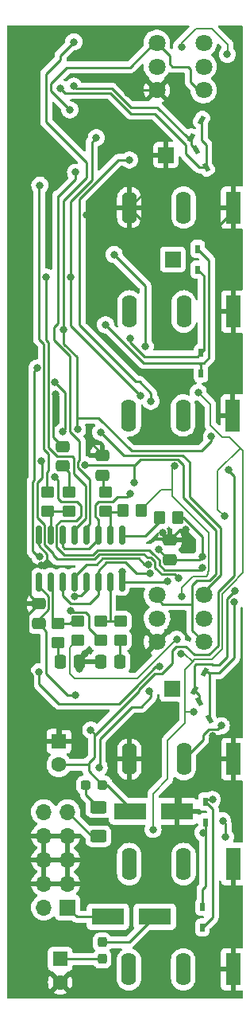
<source format=gbr>
%TF.GenerationSoftware,KiCad,Pcbnew,(6.0.2-0)*%
%TF.CreationDate,2022-07-30T11:22:51+02:00*%
%TF.ProjectId,blindeTaube,626c696e-6465-4546-9175-62652e6b6963,rev?*%
%TF.SameCoordinates,Original*%
%TF.FileFunction,Copper,L1,Top*%
%TF.FilePolarity,Positive*%
%FSLAX46Y46*%
G04 Gerber Fmt 4.6, Leading zero omitted, Abs format (unit mm)*
G04 Created by KiCad (PCBNEW (6.0.2-0)) date 2022-07-30 11:22:51*
%MOMM*%
%LPD*%
G01*
G04 APERTURE LIST*
G04 Aperture macros list*
%AMRoundRect*
0 Rectangle with rounded corners*
0 $1 Rounding radius*
0 $2 $3 $4 $5 $6 $7 $8 $9 X,Y pos of 4 corners*
0 Add a 4 corners polygon primitive as box body*
4,1,4,$2,$3,$4,$5,$6,$7,$8,$9,$2,$3,0*
0 Add four circle primitives for the rounded corners*
1,1,$1+$1,$2,$3*
1,1,$1+$1,$4,$5*
1,1,$1+$1,$6,$7*
1,1,$1+$1,$8,$9*
0 Add four rect primitives between the rounded corners*
20,1,$1+$1,$2,$3,$4,$5,0*
20,1,$1+$1,$4,$5,$6,$7,0*
20,1,$1+$1,$6,$7,$8,$9,0*
20,1,$1+$1,$8,$9,$2,$3,0*%
%AMRotRect*
0 Rectangle, with rotation*
0 The origin of the aperture is its center*
0 $1 length*
0 $2 width*
0 $3 Rotation angle, in degrees counterclockwise*
0 Add horizontal line*
21,1,$1,$2,0,0,$3*%
G04 Aperture macros list end*
%TA.AperFunction,SMDPad,CuDef*%
%ADD10RoundRect,0.250000X-0.475000X0.337500X-0.475000X-0.337500X0.475000X-0.337500X0.475000X0.337500X0*%
%TD*%
%TA.AperFunction,SMDPad,CuDef*%
%ADD11RoundRect,0.250000X0.450000X-0.350000X0.450000X0.350000X-0.450000X0.350000X-0.450000X-0.350000X0*%
%TD*%
%TA.AperFunction,ComponentPad*%
%ADD12R,1.600000X3.500000*%
%TD*%
%TA.AperFunction,ComponentPad*%
%ADD13O,1.600000X3.500000*%
%TD*%
%TA.AperFunction,SMDPad,CuDef*%
%ADD14R,0.500000X0.900000*%
%TD*%
%TA.AperFunction,ComponentPad*%
%ADD15R,1.700000X1.700000*%
%TD*%
%TA.AperFunction,SMDPad,CuDef*%
%ADD16RotRect,0.900000X0.500000X240.000000*%
%TD*%
%TA.AperFunction,SMDPad,CuDef*%
%ADD17RoundRect,0.150000X-0.150000X0.825000X-0.150000X-0.825000X0.150000X-0.825000X0.150000X0.825000X0*%
%TD*%
%TA.AperFunction,SMDPad,CuDef*%
%ADD18R,3.500000X1.800000*%
%TD*%
%TA.AperFunction,SMDPad,CuDef*%
%ADD19RoundRect,0.250000X-0.337500X-0.475000X0.337500X-0.475000X0.337500X0.475000X-0.337500X0.475000X0*%
%TD*%
%TA.AperFunction,SMDPad,CuDef*%
%ADD20RoundRect,0.250000X-0.450000X0.350000X-0.450000X-0.350000X0.450000X-0.350000X0.450000X0.350000X0*%
%TD*%
%TA.AperFunction,ComponentPad*%
%ADD21R,1.600000X1.600000*%
%TD*%
%TA.AperFunction,ComponentPad*%
%ADD22C,1.600000*%
%TD*%
%TA.AperFunction,SMDPad,CuDef*%
%ADD23RoundRect,0.237500X-0.287500X-0.237500X0.287500X-0.237500X0.287500X0.237500X-0.287500X0.237500X0*%
%TD*%
%TA.AperFunction,SMDPad,CuDef*%
%ADD24RoundRect,0.237500X-0.237500X0.287500X-0.237500X-0.287500X0.237500X-0.287500X0.237500X0.287500X0*%
%TD*%
%TA.AperFunction,SMDPad,CuDef*%
%ADD25RoundRect,0.250000X-0.350000X-0.450000X0.350000X-0.450000X0.350000X0.450000X-0.350000X0.450000X0*%
%TD*%
%TA.AperFunction,SMDPad,CuDef*%
%ADD26RotRect,0.900000X0.500000X300.000000*%
%TD*%
%TA.AperFunction,ComponentPad*%
%ADD27C,1.800000*%
%TD*%
%TA.AperFunction,ComponentPad*%
%ADD28O,1.700000X1.700000*%
%TD*%
%TA.AperFunction,SMDPad,CuDef*%
%ADD29RoundRect,0.250000X0.337500X0.475000X-0.337500X0.475000X-0.337500X-0.475000X0.337500X-0.475000X0*%
%TD*%
%TA.AperFunction,SMDPad,CuDef*%
%ADD30RoundRect,0.250000X0.475000X-0.337500X0.475000X0.337500X-0.475000X0.337500X-0.475000X-0.337500X0*%
%TD*%
%TA.AperFunction,SMDPad,CuDef*%
%ADD31RoundRect,0.250000X0.625000X-0.400000X0.625000X0.400000X-0.625000X0.400000X-0.625000X-0.400000X0*%
%TD*%
%TA.AperFunction,ViaPad*%
%ADD32C,0.800000*%
%TD*%
%TA.AperFunction,Conductor*%
%ADD33C,0.250000*%
%TD*%
%TA.AperFunction,Conductor*%
%ADD34C,0.200000*%
%TD*%
G04 APERTURE END LIST*
D10*
%TO.P,C4,1*%
%TO.N,GND*%
X59690000Y-86592500D03*
%TO.P,C4,2*%
%TO.N,Net-(C4-Pad2)*%
X59690000Y-88667500D03*
%TD*%
%TO.P,C3,1*%
%TO.N,GND*%
X63900000Y-87562500D03*
%TO.P,C3,2*%
%TO.N,Net-(C3-Pad2)*%
X63900000Y-89637500D03*
%TD*%
D11*
%TO.P,R46,1*%
%TO.N,Net-(C17-Pad2)*%
X65850000Y-107172000D03*
%TO.P,R46,2*%
%TO.N,Net-(R38-Pad1)*%
X65850000Y-105172000D03*
%TD*%
D12*
%TO.P,J5,S*%
%TO.N,GND*%
X77900000Y-119850000D03*
D13*
%TO.P,J5,T*%
%TO.N,Net-(J5-PadT)*%
X72600000Y-119850000D03*
%TO.P,J5,TN*%
%TO.N,GND*%
X66800000Y-119850000D03*
%TD*%
D14*
%TO.P,D6,1,K*%
%TO.N,Net-(D5-Pad2)*%
X74450000Y-76650000D03*
%TO.P,D6,2,A*%
%TO.N,Net-(D5-Pad1)*%
X74450000Y-78850000D03*
%TD*%
D15*
%TO.P,J4,1,Pin_1*%
%TO.N,Net-(R25-Pad2)*%
X71425000Y-66700000D03*
%TD*%
D16*
%TO.P,D3,1,K*%
%TO.N,Net-(D3-Pad1)*%
X74832500Y-110607069D03*
%TO.P,D3,2,A*%
%TO.N,Net-(D3-Pad2)*%
X73732500Y-112512325D03*
%TD*%
D17*
%TO.P,U3,1,MODE*%
%TO.N,Net-(R41-Pad1)*%
X65995000Y-96050000D03*
%TO.P,U3,2,I_IN1*%
%TO.N,Net-(R1-Pad1)*%
X64725000Y-96050000D03*
%TO.P,U3,3,VC1*%
%TO.N,Net-(C1-Pad1)*%
X63455000Y-96050000D03*
%TO.P,U3,4,I_OUT1*%
%TO.N,Net-(C1-Pad2)*%
X62185000Y-96050000D03*
%TO.P,U3,5,I_OUT2*%
%TO.N,Net-(R4-Pad2)*%
X60915000Y-96050000D03*
%TO.P,U3,6,VC2*%
%TO.N,Net-(C1-Pad1)*%
X59645000Y-96050000D03*
%TO.P,U3,7,I_IN2*%
%TO.N,Net-(R16-Pad2)*%
X58375000Y-96050000D03*
%TO.P,U3,8,GND*%
%TO.N,GND*%
X57105000Y-96050000D03*
%TO.P,U3,9,V-*%
%TO.N,VEE*%
X57105000Y-101000000D03*
%TO.P,U3,10,I_IN3*%
%TO.N,Net-(R30-Pad1)*%
X58375000Y-101000000D03*
%TO.P,U3,11,VC3*%
%TO.N,Net-(C14-Pad1)*%
X59645000Y-101000000D03*
%TO.P,U3,12,I_OUT3*%
%TO.N,Net-(C14-Pad2)*%
X60915000Y-101000000D03*
%TO.P,U3,13,I_OUT4*%
%TO.N,Net-(R33-Pad2)*%
X62185000Y-101000000D03*
%TO.P,U3,14,VC4*%
%TO.N,Net-(C14-Pad1)*%
X63455000Y-101000000D03*
%TO.P,U3,15,I_IN4*%
%TO.N,Net-(R38-Pad1)*%
X64725000Y-101000000D03*
%TO.P,U3,16,V+*%
%TO.N,VCC*%
X65995000Y-101000000D03*
%TD*%
D18*
%TO.P,D10,1,K*%
%TO.N,GND*%
X71850000Y-125400000D03*
%TO.P,D10,2,A*%
%TO.N,VEE*%
X66850000Y-125400000D03*
%TD*%
D19*
%TO.P,C17,1*%
%TO.N,GND*%
X63732500Y-109474000D03*
%TO.P,C17,2*%
%TO.N,Net-(C17-Pad2)*%
X65807500Y-109474000D03*
%TD*%
D20*
%TO.P,R16,1*%
%TO.N,Net-(C4-Pad2)*%
X60375000Y-91450000D03*
%TO.P,R16,2*%
%TO.N,Net-(R16-Pad2)*%
X60375000Y-93450000D03*
%TD*%
D21*
%TO.P,C22,1*%
%TO.N,GND*%
X59275000Y-117944888D03*
D22*
%TO.P,C22,2*%
%TO.N,VEE*%
X59275000Y-120444888D03*
%TD*%
D20*
%TO.P,R45,1*%
%TO.N,Net-(R30-Pad1)*%
X59175000Y-105425000D03*
%TO.P,R45,2*%
%TO.N,Net-(C16-Pad2)*%
X59175000Y-107425000D03*
%TD*%
D11*
%TO.P,R9,1*%
%TO.N,Net-(R16-Pad2)*%
X58075000Y-93450000D03*
%TO.P,R9,2*%
%TO.N,Net-(C5-Pad1)*%
X58075000Y-91450000D03*
%TD*%
D10*
%TO.P,C31,1*%
%TO.N,GND*%
X71120000Y-96552500D03*
%TO.P,C31,2*%
%TO.N,VCC*%
X71120000Y-98627500D03*
%TD*%
D14*
%TO.P,D5,1,K*%
%TO.N,Net-(D5-Pad1)*%
X74100000Y-65600000D03*
%TO.P,D5,2,A*%
%TO.N,Net-(D5-Pad2)*%
X74100000Y-67800000D03*
%TD*%
D23*
%TO.P,L2,1,1*%
%TO.N,Net-(L2-Pad1)*%
X62175000Y-122600000D03*
%TO.P,L2,2,2*%
%TO.N,VEE*%
X63925000Y-122600000D03*
%TD*%
D24*
%TO.P,L1,1,1*%
%TO.N,Net-(D9-Pad1)*%
X63900000Y-139325000D03*
%TO.P,L1,2,2*%
%TO.N,VCC*%
X63900000Y-141075000D03*
%TD*%
D25*
%TO.P,R41,1*%
%TO.N,Net-(R41-Pad1)*%
X70000000Y-94200000D03*
%TO.P,R41,2*%
%TO.N,VCC*%
X72000000Y-94200000D03*
%TD*%
D12*
%TO.P,J3,S*%
%TO.N,GND*%
X77882200Y-131000000D03*
D13*
%TO.P,J3,T*%
%TO.N,Net-(J3-PadT)*%
X72582200Y-131000000D03*
%TO.P,J3,TN*%
%TO.N,Net-(J3-PadTN)*%
X66782200Y-131000000D03*
%TD*%
D21*
%TO.P,C21,1*%
%TO.N,VCC*%
X59425000Y-141094888D03*
D22*
%TO.P,C21,2*%
%TO.N,GND*%
X59425000Y-143594888D03*
%TD*%
D26*
%TO.P,D2,1,K*%
%TO.N,Net-(D1-Pad2)*%
X73900000Y-55014872D03*
%TO.P,D2,2,A*%
%TO.N,Net-(D1-Pad1)*%
X75000000Y-56920128D03*
%TD*%
D27*
%TO.P,RV1,1,1*%
%TO.N,Net-(C5-Pad2)*%
X74725000Y-48700000D03*
%TO.P,RV1,2,2*%
%TO.N,Net-(R20-Pad1)*%
X74725000Y-46200000D03*
%TO.P,RV1,3,3*%
%TO.N,Net-(R23-Pad2)*%
X74725000Y-43700000D03*
%TO.P,RV1,4,4*%
%TO.N,GND*%
X69725000Y-48700000D03*
%TO.P,RV1,5,5*%
%TO.N,Net-(R13-Pad1)*%
X69725000Y-46200000D03*
%TO.P,RV1,6,6*%
%TO.N,Net-(C5-Pad2)*%
X69725000Y-43700000D03*
%TD*%
D26*
%TO.P,D4,1,K*%
%TO.N,Net-(D3-Pad2)*%
X74258210Y-113689872D03*
%TO.P,D4,2,A*%
%TO.N,Net-(D3-Pad1)*%
X75358210Y-115595128D03*
%TD*%
D15*
%TO.P,J9,1,Pin_1*%
%TO.N,GND*%
X70700000Y-55600000D03*
%TD*%
D14*
%TO.P,D7,1,K*%
%TO.N,Net-(D7-Pad1)*%
X74900000Y-124350000D03*
%TO.P,D7,2,A*%
%TO.N,Net-(D7-Pad2)*%
X74900000Y-126550000D03*
%TD*%
D15*
%TO.P,J8,1,Pin_1*%
%TO.N,Net-(U5-Pad14)*%
X71375000Y-112400000D03*
%TD*%
D12*
%TO.P,J7,S*%
%TO.N,GND*%
X77850000Y-142200000D03*
D13*
%TO.P,J7,T*%
%TO.N,Net-(J7-PadT)*%
X72550000Y-142200000D03*
%TO.P,J7,TN*%
%TO.N,Net-(J7-PadTN)*%
X66750000Y-142200000D03*
%TD*%
D27*
%TO.P,RV2,1,1*%
%TO.N,Net-(C18-Pad2)*%
X74750000Y-107400000D03*
%TO.P,RV2,2,2*%
%TO.N,Net-(R50-Pad1)*%
X74750000Y-104900000D03*
%TO.P,RV2,3,3*%
%TO.N,Net-(R53-Pad2)*%
X74750000Y-102400000D03*
%TO.P,RV2,4,4*%
%TO.N,GND*%
X69750000Y-107400000D03*
%TO.P,RV2,5,5*%
%TO.N,Net-(R43-Pad1)*%
X69750000Y-104900000D03*
%TO.P,RV2,6,6*%
%TO.N,Net-(C18-Pad2)*%
X69750000Y-102400000D03*
%TD*%
D20*
%TO.P,R30,1*%
%TO.N,Net-(R30-Pad1)*%
X61275000Y-105175000D03*
%TO.P,R30,2*%
%TO.N,AREF_-10*%
X61275000Y-107175000D03*
%TD*%
D15*
%TO.P,J13,1,Pin_1*%
%TO.N,Net-(D9-Pad2)*%
X60203000Y-135631000D03*
D28*
%TO.P,J13,2,Pin_2*%
X57663000Y-135631000D03*
%TO.P,J13,3,Pin_3*%
%TO.N,GND*%
X60203000Y-133091000D03*
%TO.P,J13,4,Pin_4*%
X57663000Y-133091000D03*
%TO.P,J13,5,Pin_5*%
X60203000Y-130551000D03*
%TO.P,J13,6,Pin_6*%
X57663000Y-130551000D03*
%TO.P,J13,7,Pin_7*%
X60203000Y-128011000D03*
%TO.P,J13,8,Pin_8*%
X57663000Y-128011000D03*
%TO.P,J13,9,Pin_9*%
%TO.N,Net-(J13-Pad10)*%
X60203000Y-125471000D03*
%TO.P,J13,10,Pin_10*%
X57663000Y-125471000D03*
%TD*%
D16*
%TO.P,D1,1,K*%
%TO.N,Net-(D1-Pad1)*%
X74507500Y-51897372D03*
%TO.P,D1,2,A*%
%TO.N,Net-(D1-Pad2)*%
X73407500Y-53802628D03*
%TD*%
D29*
%TO.P,C16,1*%
%TO.N,GND*%
X61489500Y-109474000D03*
%TO.P,C16,2*%
%TO.N,Net-(C16-Pad2)*%
X59414500Y-109474000D03*
%TD*%
D20*
%TO.P,R38,1*%
%TO.N,Net-(R38-Pad1)*%
X63754000Y-105172000D03*
%TO.P,R38,2*%
%TO.N,Net-(C18-Pad1)*%
X63754000Y-107172000D03*
%TD*%
D12*
%TO.P,J2,S*%
%TO.N,GND*%
X77882200Y-61200000D03*
D13*
%TO.P,J2,T*%
%TO.N,Net-(J2-PadT)*%
X72582200Y-61200000D03*
%TO.P,J2,TN*%
%TO.N,GND*%
X66782200Y-61200000D03*
%TD*%
D18*
%TO.P,D9,1,K*%
%TO.N,Net-(D9-Pad1)*%
X69500000Y-136600000D03*
%TO.P,D9,2,A*%
%TO.N,Net-(D9-Pad2)*%
X64500000Y-136600000D03*
%TD*%
D11*
%TO.P,R15,1*%
%TO.N,Net-(R1-Pad1)*%
X64262000Y-93456000D03*
%TO.P,R15,2*%
%TO.N,Net-(C3-Pad2)*%
X64262000Y-91456000D03*
%TD*%
D14*
%TO.P,D8,1,K*%
%TO.N,Net-(D7-Pad2)*%
X74600000Y-135550000D03*
%TO.P,D8,2,A*%
%TO.N,Net-(D7-Pad1)*%
X74600000Y-137750000D03*
%TD*%
D12*
%TO.P,J1,S*%
%TO.N,GND*%
X77900000Y-72250000D03*
D13*
%TO.P,J1,T*%
%TO.N,Net-(J1-PadT)*%
X72600000Y-72250000D03*
%TO.P,J1,TN*%
%TO.N,Net-(J1-PadTN)*%
X66800000Y-72250000D03*
%TD*%
D25*
%TO.P,R1,1*%
%TO.N,Net-(R1-Pad1)*%
X66100000Y-93410000D03*
%TO.P,R1,2*%
%TO.N,AREF_-10*%
X68100000Y-93410000D03*
%TD*%
D12*
%TO.P,J6,S*%
%TO.N,GND*%
X77832200Y-83300000D03*
D13*
%TO.P,J6,T*%
%TO.N,Net-(J6-PadT)*%
X72532200Y-83300000D03*
%TO.P,J6,TN*%
%TO.N,Net-(J6-PadTN)*%
X66732200Y-83300000D03*
%TD*%
D30*
%TO.P,C36,1*%
%TO.N,VEE*%
X57125000Y-105412500D03*
%TO.P,C36,2*%
%TO.N,GND*%
X57125000Y-103337500D03*
%TD*%
D31*
%TO.P,TH1,1*%
%TO.N,Net-(J13-Pad10)*%
X63500000Y-128050000D03*
%TO.P,TH1,2*%
%TO.N,Net-(L2-Pad1)*%
X63500000Y-124950000D03*
%TD*%
D32*
%TO.N,Net-(C1-Pad1)*%
X66802000Y-56134000D03*
X66900000Y-91600000D03*
X69088000Y-81788000D03*
%TO.N,Net-(C1-Pad2)*%
X61050000Y-57450000D03*
%TO.N,Net-(C2-Pad1)*%
X65175000Y-66200000D03*
X68500000Y-76000000D03*
%TO.N,GND*%
X58928000Y-81026000D03*
X61300000Y-115925000D03*
X62484000Y-85598000D03*
X62200000Y-61950000D03*
X72800000Y-95450000D03*
X56950000Y-43450000D03*
X62025000Y-108675000D03*
X72775000Y-123175000D03*
X61468000Y-110236000D03*
X70350000Y-95800000D03*
X75650000Y-117400000D03*
X66625000Y-49050000D03*
X57378203Y-99276877D03*
%TO.N,Net-(C5-Pad1)*%
X57250000Y-58828000D03*
%TO.N,Net-(C5-Pad2)*%
X60452000Y-50800000D03*
%TO.N,Net-(C14-Pad1)*%
X68993561Y-100107929D03*
%TO.N,Net-(C14-Pad2)*%
X68805020Y-99126371D03*
%TO.N,Net-(C15-Pad1)*%
X76750000Y-126400000D03*
X77075000Y-128125000D03*
%TO.N,Net-(C18-Pad1)*%
X60523721Y-104030719D03*
%TO.N,Net-(C18-Pad2)*%
X67310000Y-90424000D03*
X62050500Y-88547092D03*
%TO.N,VCC*%
X63267500Y-53767500D03*
X68950500Y-112600000D03*
X60515462Y-68616051D03*
X67950000Y-81200000D03*
X63575000Y-120725000D03*
X69903861Y-97507467D03*
X70840204Y-100954575D03*
X74575000Y-98300000D03*
X66000000Y-99950000D03*
%TO.N,VEE*%
X61264757Y-84790158D03*
X59790962Y-74215763D03*
X60875000Y-43575000D03*
X75550000Y-85525000D03*
X77350000Y-89100000D03*
X62675000Y-116750000D03*
X61000000Y-113025000D03*
%TO.N,AREF_+10*%
X69325000Y-127325000D03*
X73625000Y-114800000D03*
X76950000Y-94000000D03*
X74150000Y-80850000D03*
X72325000Y-108625000D03*
%TO.N,AREF_-10*%
X71850000Y-107100000D03*
X77250000Y-44900000D03*
X71625000Y-88700000D03*
X72350000Y-44100000D03*
X72400000Y-102575000D03*
%TO.N,Net-(D1-Pad1)*%
X59436000Y-48514000D03*
%TO.N,Net-(D1-Pad2)*%
X60860983Y-48289500D03*
%TO.N,Net-(D3-Pad1)*%
X72025000Y-100625000D03*
X77975500Y-103124000D03*
X57404000Y-88138000D03*
%TO.N,Net-(D3-Pad2)*%
X58812701Y-89862701D03*
X78069554Y-101926105D03*
X74600000Y-99525000D03*
%TO.N,Net-(D5-Pad1)*%
X64262000Y-73660000D03*
%TO.N,Net-(D5-Pad2)*%
X66850000Y-75150000D03*
%TO.N,Net-(D7-Pad1)*%
X75650000Y-124150000D03*
%TO.N,Net-(D7-Pad2)*%
X74650000Y-127650000D03*
%TO.N,Net-(J5-PadT)*%
X76600000Y-116300000D03*
%TO.N,Net-(R4-Pad2)*%
X57907701Y-68575701D03*
%TO.N,Net-(R29-Pad2)*%
X56955500Y-78248340D03*
X57225000Y-98275000D03*
%TO.N,Net-(R33-Pad2)*%
X60950000Y-102574500D03*
%TO.N,Net-(R53-Pad2)*%
X63754000Y-85090000D03*
%TO.N,Net-(R54-Pad1)*%
X58854011Y-79793826D03*
X59727500Y-85012184D03*
%TO.N,Net-(U5-Pad14)*%
X70000000Y-110000000D03*
X57175000Y-110550000D03*
%TD*%
D33*
%TO.N,Net-(C1-Pad1)*%
X66547701Y-91952299D02*
X66900000Y-91600000D01*
X63119000Y-94027224D02*
X63119000Y-92837000D01*
X63445888Y-94354112D02*
X63119000Y-94027224D01*
X63455000Y-96434296D02*
X62464296Y-97425000D01*
X63455000Y-96050000D02*
X63455000Y-96434296D01*
X62464296Y-97425000D02*
X59850000Y-97425000D01*
X65527701Y-91952299D02*
X66547701Y-91952299D01*
X63455000Y-96050000D02*
X63455000Y-94363224D01*
X65024000Y-92456000D02*
X65527701Y-91952299D01*
X63119000Y-92837000D02*
X63500000Y-92456000D01*
X69100000Y-81776000D02*
X69100000Y-80950000D01*
X59850000Y-97425000D02*
X59645000Y-97220000D01*
X69088000Y-81788000D02*
X69100000Y-81776000D01*
X69100000Y-80950000D02*
X67862700Y-79712700D01*
X59645000Y-97220000D02*
X59645000Y-96050000D01*
X65616000Y-56134000D02*
X66802000Y-56134000D01*
X61468000Y-73693400D02*
X61468000Y-60282000D01*
X67862700Y-79712700D02*
X67487300Y-79712700D01*
X61468000Y-60282000D02*
X65616000Y-56134000D01*
X63455000Y-94363224D02*
X63445888Y-94354112D01*
X63500000Y-92456000D02*
X65024000Y-92456000D01*
X67487300Y-79712700D02*
X61468000Y-73693400D01*
%TO.N,Net-(C1-Pad2)*%
X60452000Y-76962000D02*
X58750000Y-75260000D01*
X58750000Y-73900000D02*
X59182000Y-73468000D01*
X61325999Y-88847191D02*
X61325999Y-88246993D01*
X62185000Y-95215000D02*
X62600000Y-94800000D01*
X59268000Y-59982000D02*
X61050000Y-58200000D01*
X62600000Y-90121192D02*
X61325999Y-88847191D01*
X59182000Y-73468000D02*
X59182000Y-59982000D01*
X60452000Y-85002000D02*
X60452000Y-76962000D01*
X62185000Y-96050000D02*
X62185000Y-95215000D01*
X59182000Y-59982000D02*
X59268000Y-59982000D01*
X61505499Y-86055499D02*
X60452000Y-85002000D01*
X61505499Y-88067493D02*
X61505499Y-86055499D01*
X61325999Y-88246993D02*
X61505499Y-88067493D01*
X58750000Y-75260000D02*
X58750000Y-73900000D01*
X62600000Y-94800000D02*
X62600000Y-90121192D01*
X61050000Y-58200000D02*
X61050000Y-57450000D01*
%TO.N,Net-(C2-Pad1)*%
X68500000Y-69525000D02*
X65175000Y-66200000D01*
X68500000Y-76000000D02*
X68500000Y-69525000D01*
%TO.N,GND*%
X58000000Y-98025400D02*
X58000000Y-98655080D01*
X60639000Y-116586000D02*
X61300000Y-115925000D01*
X76150000Y-119850000D02*
X76150000Y-118025402D01*
X61468000Y-110236000D02*
X61468000Y-109495500D01*
X72222500Y-95450000D02*
X71120000Y-96552500D01*
X66782200Y-61200000D02*
X70700000Y-57282200D01*
X56648123Y-99276877D02*
X57378203Y-99276877D01*
X62925000Y-61225000D02*
X62200000Y-61950000D01*
X69596000Y-64008000D02*
X75438000Y-64008000D01*
X71075480Y-96507980D02*
X71120000Y-96552500D01*
X70350000Y-95800000D02*
X70367500Y-95800000D01*
X72200000Y-123750000D02*
X72775000Y-123175000D01*
X57087500Y-103337500D02*
X56225000Y-102475000D01*
X70700000Y-57282200D02*
X70700000Y-55600000D01*
X57105000Y-97130400D02*
X58000000Y-98025400D01*
X72775000Y-123175000D02*
X73522000Y-122428000D01*
X75650000Y-117525402D02*
X76150000Y-118025402D01*
X59690000Y-86592500D02*
X59668500Y-86592500D01*
X62230000Y-109474000D02*
X63732500Y-109474000D01*
X58000000Y-98655080D02*
X57378203Y-99276877D01*
X56500000Y-110899600D02*
X56000000Y-110399600D01*
X75650000Y-117400000D02*
X75650000Y-117525402D01*
X58674000Y-81280000D02*
X58928000Y-81026000D01*
X66400000Y-119850000D02*
X67272000Y-119850000D01*
X73522000Y-122428000D02*
X73572000Y-122428000D01*
X61468000Y-109495500D02*
X61489500Y-109474000D01*
X61489500Y-109474000D02*
X62230000Y-109474000D01*
X63705500Y-61225000D02*
X62925000Y-61225000D01*
X59436000Y-118428888D02*
X59436000Y-116586000D01*
X59436000Y-116586000D02*
X56500000Y-113650000D01*
X61489500Y-109210500D02*
X62025000Y-108675000D01*
X56000000Y-110399600D02*
X56000000Y-104462500D01*
X59436000Y-116586000D02*
X60639000Y-116586000D01*
X59668500Y-86592500D02*
X58674000Y-85598000D01*
X73572000Y-122428000D02*
X76150000Y-119850000D01*
X69450000Y-48700000D02*
X66975000Y-48700000D01*
X62484000Y-85996500D02*
X64000000Y-87512500D01*
X57105000Y-96050000D02*
X57105000Y-97130400D01*
X61489500Y-109474000D02*
X61489500Y-109210500D01*
X70367500Y-95800000D02*
X71120000Y-96552500D01*
X66562500Y-61225000D02*
X66813000Y-61225000D01*
X56225000Y-99700000D02*
X56648123Y-99276877D01*
X62484000Y-85598000D02*
X62484000Y-85996500D01*
X56225000Y-102475000D02*
X56225000Y-99700000D01*
X75438000Y-64008000D02*
X77662500Y-61783500D01*
X56500000Y-113650000D02*
X56500000Y-110899600D01*
X57125000Y-103337500D02*
X57087500Y-103337500D01*
X72200000Y-125400000D02*
X72200000Y-123750000D01*
X77662500Y-61783500D02*
X77662500Y-61225000D01*
X66975000Y-48700000D02*
X66625000Y-49050000D01*
X72800000Y-95450000D02*
X72222500Y-95450000D01*
X56000000Y-104462500D02*
X57125000Y-103337500D01*
X66813000Y-61225000D02*
X69596000Y-64008000D01*
X58674000Y-85598000D02*
X58674000Y-81280000D01*
X66562500Y-61225000D02*
X63705500Y-61225000D01*
%TO.N,Net-(C3-Pad2)*%
X64020000Y-89587500D02*
X64020000Y-91460000D01*
%TO.N,Net-(C4-Pad2)*%
X60375000Y-91450000D02*
X60375000Y-89352500D01*
X60375000Y-89352500D02*
X59690000Y-88667500D01*
%TO.N,Net-(C5-Pad1)*%
X57680000Y-86890000D02*
X58166000Y-87376000D01*
X57150000Y-58928000D02*
X57150000Y-75184000D01*
X57150000Y-75184000D02*
X57680000Y-75714000D01*
X58000000Y-89320000D02*
X58000000Y-91375000D01*
X58166000Y-87376000D02*
X58166000Y-89154000D01*
X58166000Y-89154000D02*
X58000000Y-89320000D01*
X57250000Y-58828000D02*
X57150000Y-58928000D01*
X58000000Y-91375000D02*
X58075000Y-91450000D01*
X57680000Y-75714000D02*
X57680000Y-86890000D01*
%TO.N,Net-(C5-Pad2)*%
X66850000Y-46300000D02*
X69450000Y-43700000D01*
X71100000Y-45925000D02*
X71375000Y-46200000D01*
X58420000Y-48006000D02*
X58420000Y-48768000D01*
X60126000Y-46300000D02*
X58420000Y-48006000D01*
X69725000Y-43700000D02*
X71100000Y-45075000D01*
X71100000Y-45075000D02*
X71100000Y-45925000D01*
X73325000Y-46500000D02*
X73325000Y-47825000D01*
X60126000Y-46300000D02*
X66850000Y-46300000D01*
X74200000Y-48700000D02*
X74725000Y-48700000D01*
X73025000Y-46200000D02*
X73325000Y-46500000D01*
X73325000Y-47825000D02*
X74200000Y-48700000D01*
X58420000Y-48768000D02*
X60452000Y-50800000D01*
X71375000Y-46200000D02*
X73025000Y-46200000D01*
%TO.N,Net-(C14-Pad1)*%
X60500000Y-103300000D02*
X62550000Y-103300000D01*
X62550000Y-103300000D02*
X63455000Y-102395000D01*
X63455000Y-102395000D02*
X63455000Y-101000000D01*
X59645000Y-101000000D02*
X59645000Y-102445000D01*
X64308297Y-98943021D02*
X66371614Y-98943022D01*
X63455000Y-99796318D02*
X64308297Y-98943021D01*
X67536521Y-100107929D02*
X68993561Y-100107929D01*
X59645000Y-102445000D02*
X60500000Y-103300000D01*
X63455000Y-101000000D02*
X63455000Y-99796318D01*
X66371614Y-98943022D02*
X67536521Y-100107929D01*
%TO.N,Net-(C14-Pad2)*%
X60915000Y-100461637D02*
X62227616Y-99149021D01*
X68404963Y-99126371D02*
X68805020Y-99126371D01*
X63297387Y-99149021D02*
X63952897Y-98493511D01*
X60915000Y-101000000D02*
X60915000Y-100461637D01*
X63952897Y-98493511D02*
X67772103Y-98493511D01*
X67772103Y-98493511D02*
X68404963Y-99126371D01*
X62227616Y-99149021D02*
X63297387Y-99149021D01*
%TO.N,Net-(C15-Pad1)*%
X77075000Y-126725000D02*
X76750000Y-126400000D01*
X77075000Y-128125000D02*
X77075000Y-126725000D01*
%TO.N,Net-(C16-Pad2)*%
X59175000Y-107425000D02*
X59175000Y-109234500D01*
X59175000Y-109234500D02*
X59414500Y-109474000D01*
%TO.N,Net-(C17-Pad2)*%
X65807500Y-107214500D02*
X65850000Y-107172000D01*
X65807500Y-109474000D02*
X65807500Y-107214500D01*
%TO.N,Net-(C18-Pad1)*%
X62484000Y-105902000D02*
X62484000Y-104616000D01*
X62117501Y-104249501D02*
X60742503Y-104249501D01*
X63754000Y-107172000D02*
X62484000Y-105902000D01*
X60742503Y-104249501D02*
X60523721Y-104030719D01*
X62484000Y-104616000D02*
X62117501Y-104249501D01*
%TO.N,Net-(C18-Pad2)*%
X62053408Y-88550000D02*
X62050500Y-88547092D01*
X67310000Y-88640000D02*
X67400000Y-88550000D01*
X70375000Y-103375000D02*
X69400000Y-102400000D01*
X73500000Y-106150000D02*
X73500000Y-103325000D01*
X74750000Y-107400000D02*
X73500000Y-106150000D01*
X75313806Y-100850490D02*
X73975490Y-100850490D01*
X70375000Y-103375000D02*
X73450000Y-103375000D01*
X67974501Y-87975499D02*
X71925099Y-87975499D01*
X76000000Y-100164296D02*
X75313806Y-100850490D01*
X73975490Y-100850490D02*
X73500000Y-101325980D01*
X73450000Y-103375000D02*
X73500000Y-103325000D01*
X76000000Y-95508000D02*
X76000000Y-100164296D01*
X73500000Y-101325980D02*
X73500000Y-103325000D01*
X67400000Y-88550000D02*
X62053408Y-88550000D01*
X67400000Y-88550000D02*
X67974501Y-87975499D01*
X72519848Y-88570248D02*
X72519848Y-92027848D01*
X72519848Y-92027848D02*
X76000000Y-95508000D01*
X71925099Y-87975499D02*
X72519848Y-88570248D01*
X67310000Y-90424000D02*
X67310000Y-88640000D01*
%TO.N,VCC*%
X74575000Y-96200400D02*
X72574600Y-94200000D01*
X67950000Y-81200000D02*
X60515462Y-73765462D01*
X63880112Y-141094888D02*
X63900000Y-141075000D01*
X60515462Y-73565462D02*
X60515462Y-68616051D01*
X60515462Y-68616051D02*
X60515462Y-60515462D01*
X69100000Y-113225000D02*
X69100000Y-112749500D01*
X66000000Y-100995000D02*
X65995000Y-101000000D01*
X72574600Y-94200000D02*
X72000000Y-94200000D01*
X70794779Y-101000000D02*
X70840204Y-100954575D01*
X63575000Y-120725000D02*
X63650000Y-120650000D01*
X69100000Y-112749500D02*
X68950500Y-112600000D01*
X59425000Y-141094888D02*
X63880112Y-141094888D01*
X67075000Y-114275000D02*
X68050000Y-114275000D01*
X71120000Y-98627500D02*
X74247500Y-98627500D01*
X74575000Y-98300000D02*
X74575000Y-96200400D01*
X63650000Y-117700000D02*
X67075000Y-114275000D01*
X63650000Y-120650000D02*
X63650000Y-117700000D01*
X65995000Y-101000000D02*
X70794779Y-101000000D01*
X74247500Y-98627500D02*
X74575000Y-98300000D01*
X68050000Y-114275000D02*
X69100000Y-113225000D01*
X62790462Y-54244538D02*
X63267500Y-53767500D01*
X62790462Y-58240462D02*
X62790462Y-54244538D01*
X60515462Y-73765462D02*
X60515462Y-73565462D01*
X70941500Y-98627500D02*
X69903861Y-97589861D01*
X69903861Y-97589861D02*
X69903861Y-97507467D01*
X66000000Y-99950000D02*
X66000000Y-100995000D01*
X60515462Y-60515462D02*
X62790462Y-58240462D01*
%TO.N,VEE*%
X57125000Y-105412500D02*
X57125000Y-104962493D01*
X67200000Y-125400000D02*
X64400000Y-122600000D01*
X62444888Y-121119888D02*
X63925000Y-122600000D01*
X57105000Y-101455000D02*
X57105000Y-101000000D01*
X71350499Y-109674101D02*
X71350499Y-108299901D01*
X62444888Y-120444888D02*
X62444888Y-120230112D01*
X61214000Y-83566000D02*
X61214000Y-77088296D01*
X57912000Y-52061400D02*
X62250000Y-56399400D01*
X70300099Y-110724501D02*
X71350499Y-109674101D01*
X63050000Y-117325000D02*
X63050000Y-117125000D01*
X59790962Y-60459038D02*
X59790962Y-74215763D01*
X61214000Y-77088296D02*
X59790962Y-75665258D01*
X78000000Y-100350000D02*
X78000000Y-89745994D01*
X67786194Y-112588806D02*
X67786194Y-112474510D01*
X75300000Y-108750000D02*
X76283489Y-107766511D01*
X57949501Y-110781501D02*
X60193000Y-113025000D01*
X60193000Y-113025000D02*
X61000000Y-113025000D01*
X61214000Y-83566000D02*
X61214000Y-84739401D01*
X59275000Y-120444888D02*
X62444888Y-120444888D01*
X64400000Y-122600000D02*
X63925000Y-122600000D01*
X71350499Y-108299901D02*
X71774901Y-107875499D01*
X77253500Y-88999494D02*
X77253500Y-89003500D01*
X76283489Y-107766511D02*
X76283489Y-102066511D01*
X69536203Y-110724501D02*
X70300099Y-110724501D01*
X62250000Y-56399400D02*
X62250000Y-58000000D01*
X63050000Y-117325000D02*
X67786194Y-112588806D01*
X71774901Y-107875499D02*
X72824799Y-107875499D01*
X63050000Y-119625000D02*
X63050000Y-117325000D01*
X73699301Y-108750000D02*
X75300000Y-108750000D01*
X62250000Y-58000000D02*
X59790962Y-60459038D01*
X67010478Y-87076478D02*
X74473522Y-87076478D01*
X72824799Y-107875499D02*
X73699301Y-108750000D01*
X58174520Y-102524520D02*
X57105000Y-101455000D01*
X77253500Y-89003500D02*
X77350000Y-89100000D01*
X62444888Y-120444888D02*
X62444888Y-121119888D01*
X74473522Y-87076478D02*
X75550000Y-86000000D01*
X59436000Y-45014000D02*
X59436000Y-45466000D01*
X59436000Y-45466000D02*
X57912000Y-46990000D01*
X57125000Y-105412500D02*
X57949501Y-106237001D01*
X67786194Y-112474510D02*
X69536203Y-110724501D01*
X62444888Y-120230112D02*
X63050000Y-119625000D01*
X63050000Y-117125000D02*
X62675000Y-116750000D01*
X60875000Y-43575000D02*
X59436000Y-45014000D01*
X57912000Y-46990000D02*
X57912000Y-52061400D01*
X61214000Y-83566000D02*
X63500000Y-83566000D01*
X57125000Y-104962493D02*
X58174520Y-103912973D01*
X76283489Y-102066511D02*
X78000000Y-100350000D01*
X61214000Y-84739401D02*
X61264757Y-84790158D01*
X75550000Y-86000000D02*
X75550000Y-85525000D01*
X78000000Y-89745994D02*
X77253500Y-88999494D01*
X58174520Y-103912973D02*
X58174520Y-102524520D01*
X63500000Y-83566000D02*
X67010478Y-87076478D01*
X57949501Y-106237001D02*
X57949501Y-110781501D01*
X59790962Y-75665258D02*
X59790962Y-74215763D01*
D34*
%TO.N,AREF_+10*%
X78931501Y-87059501D02*
X78931501Y-100031501D01*
X76225000Y-93275000D02*
X76225000Y-89175000D01*
X77685756Y-101277246D02*
X77685756Y-101292505D01*
X69325000Y-127325000D02*
X69325000Y-123525000D01*
X76108000Y-108708000D02*
X75608000Y-109208000D01*
X77470000Y-85598000D02*
X76723000Y-85598000D01*
X73774161Y-109275489D02*
X73537325Y-109512325D01*
X78931501Y-100031501D02*
X77685756Y-101277246D01*
X73824161Y-109275489D02*
X73774161Y-109275489D01*
X76708000Y-108108000D02*
X76108000Y-108708000D01*
X76723000Y-85598000D02*
X75438000Y-84313000D01*
X75438000Y-84313000D02*
X75438000Y-82138000D01*
X70875000Y-117850000D02*
X72725000Y-116000000D01*
X69325000Y-123525000D02*
X70875000Y-121975000D01*
X72725000Y-110324650D02*
X73537325Y-109512325D01*
X76225000Y-89175000D02*
X78636000Y-86764000D01*
X78636000Y-86764000D02*
X78931501Y-87059501D01*
X76708000Y-102270262D02*
X76708000Y-108108000D01*
X72800000Y-114800000D02*
X72725000Y-114875000D01*
X72725000Y-114875000D02*
X72725000Y-110324650D01*
X73625000Y-114800000D02*
X72800000Y-114800000D01*
X77685756Y-101292505D02*
X76708000Y-102270262D01*
X75438000Y-82138000D02*
X74150000Y-80850000D01*
X73891650Y-109208000D02*
X73824161Y-109275489D01*
X72725000Y-116000000D02*
X72725000Y-114875000D01*
X76950000Y-94000000D02*
X76225000Y-93275000D01*
X72325000Y-108625000D02*
X72650000Y-108625000D01*
X72650000Y-108625000D02*
X73537325Y-109512325D01*
X70875000Y-121975000D02*
X70875000Y-117850000D01*
X78636000Y-86764000D02*
X77470000Y-85598000D01*
X75608000Y-109208000D02*
X73891650Y-109208000D01*
%TO.N,AREF_-10*%
X71400000Y-91200000D02*
X71400000Y-91902862D01*
X75299501Y-99814744D02*
X75200000Y-99914245D01*
X77275000Y-44875000D02*
X77250000Y-44900000D01*
X71400000Y-88925000D02*
X71625000Y-88700000D01*
X77275000Y-43850000D02*
X77275000Y-44875000D01*
X68100000Y-93300000D02*
X70200000Y-91200000D01*
X72350000Y-43700000D02*
X73886000Y-42164000D01*
X75000000Y-100400000D02*
X73600000Y-100400000D01*
X71400000Y-91200000D02*
X71400000Y-88925000D01*
X75589000Y-42164000D02*
X77275000Y-43850000D01*
X67673000Y-111252000D02*
X71053014Y-107871986D01*
X75299501Y-95802363D02*
X75299501Y-99814744D01*
X68100000Y-93410000D02*
X68100000Y-93300000D01*
X75200000Y-100200000D02*
X75000000Y-100400000D01*
X73886000Y-42164000D02*
X75589000Y-42164000D01*
X72400000Y-101600000D02*
X72400000Y-102575000D01*
X71400000Y-91902862D02*
X75299501Y-95802363D01*
X75200000Y-99914245D02*
X75200000Y-100200000D01*
X61275000Y-107175000D02*
X60452000Y-107998000D01*
X73600000Y-100400000D02*
X72400000Y-101600000D01*
X60452000Y-110744000D02*
X60960000Y-111252000D01*
X71825000Y-107100000D02*
X71850000Y-107100000D01*
X60960000Y-111252000D02*
X67673000Y-111252000D01*
X60452000Y-107998000D02*
X60452000Y-110744000D01*
X72350000Y-44100000D02*
X72350000Y-43700000D01*
X70200000Y-91200000D02*
X71400000Y-91200000D01*
X60960000Y-107426000D02*
X60960000Y-106940000D01*
X71053014Y-107871986D02*
X71825000Y-107100000D01*
D33*
%TO.N,Net-(D1-Pad1)*%
X66950000Y-51200000D02*
X69500000Y-51200000D01*
X64764000Y-49014000D02*
X66950000Y-51200000D01*
X72847372Y-54547372D02*
X72847372Y-55502628D01*
X74507500Y-54007500D02*
X75000000Y-54500000D01*
X74264872Y-56920128D02*
X75000000Y-56920128D01*
X75000000Y-54500000D02*
X75000000Y-56920128D01*
X69500000Y-51200000D02*
X72847372Y-54547372D01*
X59436000Y-48514000D02*
X59936000Y-49014000D01*
X72847372Y-55502628D02*
X74264872Y-56920128D01*
X74507500Y-51897372D02*
X74507500Y-54007500D01*
X59936000Y-49014000D02*
X64764000Y-49014000D01*
%TO.N,Net-(D1-Pad2)*%
X73407500Y-54522372D02*
X73900000Y-55014872D01*
X64950193Y-48564489D02*
X66930352Y-50544648D01*
X73027628Y-53802628D02*
X69769648Y-50544648D01*
X69769648Y-50544648D02*
X66930352Y-50544648D01*
X73407500Y-53802628D02*
X73027628Y-53802628D01*
X61135972Y-48564489D02*
X64950193Y-48564489D01*
X73407500Y-53802628D02*
X73407500Y-54522372D01*
X60860983Y-48289500D02*
X61135972Y-48564489D01*
%TO.N,Net-(D3-Pad1)*%
X69529521Y-98826272D02*
X69093396Y-98390147D01*
X71600000Y-100200000D02*
X72025000Y-100625000D01*
X70228000Y-100200000D02*
X71600000Y-100200000D01*
X56950000Y-90475000D02*
X57475000Y-89950000D01*
X68704443Y-98390147D02*
X68358297Y-98044001D01*
X75212325Y-110607069D02*
X74832500Y-110607069D01*
X57729520Y-97050592D02*
X57729520Y-94929520D01*
X69093396Y-98390147D02*
X68704443Y-98390147D01*
X75397372Y-110697372D02*
X76377628Y-110697372D01*
X68358297Y-98044001D02*
X63616703Y-98044001D01*
X70228000Y-100200000D02*
X69491995Y-99463995D01*
X59113806Y-98599510D02*
X58650490Y-98136194D01*
X58650490Y-97971562D02*
X57729520Y-97050592D01*
X57475000Y-89950000D02*
X57475000Y-88209000D01*
X77975500Y-109099500D02*
X77975500Y-103124000D01*
X75358210Y-115595128D02*
X75358210Y-110752954D01*
X69491995Y-99463995D02*
X69529521Y-99426470D01*
X75358210Y-110752954D02*
X75350000Y-110744744D01*
X76377628Y-110697372D02*
X77975500Y-109099500D01*
X57729520Y-94929520D02*
X56950000Y-94150000D01*
X75350000Y-110744744D02*
X75397372Y-110697372D01*
X63616703Y-98044001D02*
X63061193Y-98599511D01*
X57475000Y-88209000D02*
X57404000Y-88138000D01*
X58650490Y-98136194D02*
X58650490Y-97971562D01*
X75350000Y-110744744D02*
X75212325Y-110607069D01*
X56950000Y-94150000D02*
X56950000Y-90475000D01*
X63061193Y-98599511D02*
X59113806Y-98599510D01*
X69529521Y-99426470D02*
X69529521Y-98826272D01*
%TO.N,Net-(D3-Pad2)*%
X73950000Y-109700000D02*
X75575400Y-109700000D01*
X59000000Y-97300000D02*
X59000000Y-94950000D01*
X59150000Y-92100000D02*
X59150000Y-90200000D01*
X73732500Y-109917500D02*
X73950000Y-109700000D01*
X73732500Y-112512325D02*
X73732500Y-109917500D01*
X74258210Y-113689872D02*
X74258210Y-113038035D01*
X69125499Y-97836099D02*
X69125499Y-97827499D01*
X75724901Y-109849501D02*
X76350099Y-109849501D01*
X69979032Y-99189032D02*
X69979031Y-98640078D01*
X74258210Y-113038035D02*
X73732500Y-112512325D01*
X74374511Y-99750489D02*
X74600000Y-99525000D01*
X69248747Y-97940636D02*
X69230037Y-97940637D01*
X63430510Y-97594490D02*
X62875000Y-98150000D01*
X69979031Y-98640078D02*
X69291312Y-97952359D01*
X77216000Y-108958600D02*
X77216000Y-102779659D01*
X59000000Y-94950000D02*
X59475000Y-94475000D01*
X61175000Y-92450000D02*
X59500000Y-92450000D01*
X59500000Y-92450000D02*
X59150000Y-92100000D01*
X76350099Y-109849501D02*
X76774501Y-109425099D01*
X76774501Y-109425099D02*
X76774501Y-109400099D01*
X69230037Y-97940637D02*
X69125499Y-97836099D01*
X68892490Y-97594490D02*
X63430510Y-97594490D01*
X69260471Y-97952360D02*
X69248747Y-97940636D01*
X69291312Y-97952359D02*
X69260471Y-97952360D01*
X62875000Y-98150000D02*
X59850000Y-98150000D01*
X77216000Y-102779659D02*
X78069554Y-101926105D01*
X59850000Y-98150000D02*
X59000000Y-97300000D01*
X71813807Y-99750489D02*
X70540489Y-99750489D01*
X76774501Y-109400099D02*
X77216000Y-108958600D01*
X61150000Y-94475000D02*
X61650000Y-93975000D01*
X61650000Y-92925000D02*
X61175000Y-92450000D01*
X71813807Y-99750489D02*
X74374511Y-99750489D01*
X59150000Y-90200000D02*
X58812701Y-89862701D01*
X75575400Y-109700000D02*
X75724901Y-109849501D01*
X59475000Y-94475000D02*
X61150000Y-94475000D01*
X61650000Y-93975000D02*
X61650000Y-92925000D01*
X70540489Y-99750489D02*
X69979032Y-99189032D01*
X69125499Y-97827499D02*
X68892490Y-97594490D01*
%TO.N,Net-(D5-Pad1)*%
X74450000Y-77925000D02*
X74236500Y-77711500D01*
X75300000Y-77175000D02*
X75300000Y-66800000D01*
X68313500Y-77711500D02*
X74236500Y-77711500D01*
X64262000Y-73660000D02*
X68313500Y-77711500D01*
X74450000Y-78850000D02*
X74450000Y-77925000D01*
X74236500Y-77711500D02*
X74763500Y-77711500D01*
X75300000Y-66800000D02*
X74100000Y-65600000D01*
X74763500Y-77711500D02*
X75300000Y-77175000D01*
%TO.N,Net-(D5-Pad2)*%
X68400000Y-77050000D02*
X74050000Y-77050000D01*
X74750000Y-76350000D02*
X74450000Y-76650000D01*
X66850000Y-75150000D02*
X66850000Y-75500000D01*
X74100000Y-67800000D02*
X74750000Y-68450000D01*
X74750000Y-68450000D02*
X74750000Y-76350000D01*
X66850000Y-75500000D02*
X68400000Y-77050000D01*
X74050000Y-77050000D02*
X74450000Y-76650000D01*
%TO.N,Net-(D7-Pad1)*%
X75700000Y-136650000D02*
X74600000Y-137750000D01*
X74900000Y-124350000D02*
X75700000Y-125150000D01*
X75650000Y-124150000D02*
X75100000Y-124150000D01*
X75100000Y-124150000D02*
X74900000Y-124350000D01*
X75700000Y-132950000D02*
X75700000Y-136650000D01*
X75700000Y-125150000D02*
X75700000Y-132950000D01*
%TO.N,Net-(D7-Pad2)*%
X74900000Y-126550000D02*
X74900000Y-127400000D01*
X74900000Y-127400000D02*
X74650000Y-127650000D01*
X74600000Y-135550000D02*
X74600000Y-133690000D01*
X74600000Y-133690000D02*
X74900000Y-133390000D01*
X74900000Y-126550000D02*
X74900000Y-133390000D01*
%TO.N,Net-(D9-Pad1)*%
X66775000Y-139325000D02*
X69500000Y-136600000D01*
X63900000Y-139325000D02*
X66775000Y-139325000D01*
%TO.N,Net-(D9-Pad2)*%
X64500000Y-136600000D02*
X61172000Y-136600000D01*
X61172000Y-136600000D02*
X60203000Y-135631000D01*
%TO.N,Net-(J5-PadT)*%
X76225000Y-116675000D02*
X76600000Y-116300000D01*
X74650000Y-117800000D02*
X74650000Y-117250000D01*
X72600000Y-119850000D02*
X74650000Y-117800000D01*
X75225000Y-116675000D02*
X76225000Y-116675000D01*
X74650000Y-117250000D02*
X75225000Y-116675000D01*
%TO.N,Net-(J13-Pad10)*%
X60203000Y-125471000D02*
X62782000Y-128050000D01*
X62782000Y-128050000D02*
X63500000Y-128050000D01*
%TO.N,Net-(L2-Pad1)*%
X63500000Y-124950000D02*
X62175000Y-123625000D01*
X62175000Y-123625000D02*
X62175000Y-122600000D01*
%TO.N,Net-(R1-Pad1)*%
X64725000Y-96050000D02*
X64725000Y-93919000D01*
X65980000Y-93530000D02*
X66100000Y-93410000D01*
X64725000Y-93919000D02*
X64262000Y-93456000D01*
X63950000Y-93530000D02*
X65980000Y-93530000D01*
%TO.N,Net-(R4-Pad2)*%
X60876489Y-89515785D02*
X60876489Y-87800489D01*
X62149510Y-90788806D02*
X60876489Y-89515785D01*
X60915000Y-96050000D02*
X60915000Y-95460000D01*
X60876489Y-87800489D02*
X60706000Y-87630000D01*
X58129511Y-86703807D02*
X58129511Y-75527807D01*
X59055704Y-87630000D02*
X58129511Y-86703807D01*
X60706000Y-87630000D02*
X59055704Y-87630000D01*
X57907701Y-75305997D02*
X57907701Y-68575701D01*
X58129511Y-75527807D02*
X57907701Y-75305997D01*
X62149510Y-94225490D02*
X62149510Y-90788806D01*
X60915000Y-95460000D02*
X62149510Y-94225490D01*
%TO.N,Net-(R29-Pad2)*%
X56642000Y-90147296D02*
X56642000Y-78561840D01*
X56475489Y-90313807D02*
X56642000Y-90147296D01*
X57025000Y-98275000D02*
X57225000Y-98275000D01*
X56475489Y-97725489D02*
X56475489Y-90313807D01*
X56642000Y-78561840D02*
X56955500Y-78248340D01*
X56475489Y-97725489D02*
X57025000Y-98275000D01*
%TO.N,Net-(R16-Pad2)*%
X60375000Y-93450000D02*
X58075000Y-93450000D01*
X58375000Y-93755000D02*
X58375000Y-96050000D01*
X58674000Y-93456000D02*
X58375000Y-93755000D01*
%TO.N,Net-(R30-Pad1)*%
X59175000Y-105425000D02*
X60475000Y-105425000D01*
X59175000Y-105425000D02*
X58624031Y-104874031D01*
X60725000Y-105175000D02*
X61275000Y-105175000D01*
X58624031Y-101249031D02*
X58375000Y-101000000D01*
X60475000Y-105425000D02*
X60725000Y-105175000D01*
X58624031Y-104874031D02*
X58624031Y-101249031D01*
%TO.N,Net-(R33-Pad2)*%
X61074500Y-102450000D02*
X61600000Y-102450000D01*
X60950000Y-102574500D02*
X61074500Y-102450000D01*
X62185000Y-101865000D02*
X62185000Y-101000000D01*
X61600000Y-102450000D02*
X62185000Y-101865000D01*
%TO.N,Net-(R38-Pad1)*%
X64725000Y-105050000D02*
X64847000Y-105172000D01*
X64725000Y-101000000D02*
X64725000Y-105050000D01*
X64847000Y-105172000D02*
X65850000Y-105172000D01*
X63754000Y-105172000D02*
X64847000Y-105172000D01*
%TO.N,Net-(R41-Pad1)*%
X66030000Y-96085000D02*
X65995000Y-96050000D01*
X68523000Y-96085000D02*
X70120000Y-94488000D01*
X68523000Y-96085000D02*
X66030000Y-96085000D01*
%TO.N,Net-(R53-Pad2)*%
X73200000Y-88275000D02*
X73200000Y-91999600D01*
X72450988Y-87525988D02*
X73200000Y-88275000D01*
X76499901Y-100300099D02*
X74400000Y-102400000D01*
X73200000Y-91999600D02*
X76499901Y-95299501D01*
X76499901Y-95299501D02*
X76499901Y-100300099D01*
X63754000Y-85090000D02*
X66189989Y-87525989D01*
X66189989Y-87525989D02*
X72450988Y-87525988D01*
%TO.N,Net-(R54-Pad1)*%
X59944000Y-80883815D02*
X58854011Y-79793826D01*
X59727500Y-85012184D02*
X59944000Y-84795684D01*
X59944000Y-84795684D02*
X59944000Y-80883815D01*
%TO.N,Net-(U5-Pad14)*%
X59300000Y-113950000D02*
X57175000Y-111825000D01*
X67350000Y-112275000D02*
X65675000Y-113950000D01*
X65675000Y-113950000D02*
X59300000Y-113950000D01*
X69625000Y-110000000D02*
X67350000Y-112275000D01*
X70000000Y-110000000D02*
X69625000Y-110000000D01*
X57175000Y-111825000D02*
X57175000Y-111375000D01*
X57175000Y-111375000D02*
X57175000Y-110550000D01*
%TD*%
%TA.AperFunction,Conductor*%
%TO.N,GND*%
G36*
X73145382Y-41828002D02*
G01*
X73191875Y-41881658D01*
X73201979Y-41951932D01*
X73172485Y-42016512D01*
X73166356Y-42023095D01*
X71953766Y-43235685D01*
X71941375Y-43246552D01*
X71916013Y-43266013D01*
X71891529Y-43297922D01*
X71891514Y-43297939D01*
X71881472Y-43311025D01*
X71855576Y-43336252D01*
X71738747Y-43421134D01*
X71734326Y-43426044D01*
X71734325Y-43426045D01*
X71714622Y-43447928D01*
X71610960Y-43563056D01*
X71515473Y-43728444D01*
X71456458Y-43910072D01*
X71455768Y-43916633D01*
X71455768Y-43916635D01*
X71453346Y-43939684D01*
X71436496Y-44100000D01*
X71437186Y-44106565D01*
X71448114Y-44210540D01*
X71435342Y-44280378D01*
X71386840Y-44332225D01*
X71318007Y-44349619D01*
X71250697Y-44327038D01*
X71233709Y-44312805D01*
X71116299Y-44195395D01*
X71082273Y-44133083D01*
X71084836Y-44069671D01*
X71087982Y-44059319D01*
X71106408Y-43998671D01*
X71136640Y-43769041D01*
X71136901Y-43758365D01*
X71138245Y-43703365D01*
X71138245Y-43703361D01*
X71138327Y-43700000D01*
X71127538Y-43568774D01*
X71119773Y-43474318D01*
X71119772Y-43474312D01*
X71119349Y-43469167D01*
X71076336Y-43297925D01*
X71064184Y-43249544D01*
X71064183Y-43249540D01*
X71062925Y-43244533D01*
X71059078Y-43235685D01*
X70972630Y-43036868D01*
X70972628Y-43036865D01*
X70970570Y-43032131D01*
X70844764Y-42837665D01*
X70688887Y-42666358D01*
X70684836Y-42663159D01*
X70684832Y-42663155D01*
X70511177Y-42526011D01*
X70511172Y-42526008D01*
X70507123Y-42522810D01*
X70502607Y-42520317D01*
X70502604Y-42520315D01*
X70308879Y-42413373D01*
X70308875Y-42413371D01*
X70304355Y-42410876D01*
X70299486Y-42409152D01*
X70299482Y-42409150D01*
X70090903Y-42335288D01*
X70090899Y-42335287D01*
X70086028Y-42333562D01*
X70080935Y-42332655D01*
X70080932Y-42332654D01*
X69863095Y-42293851D01*
X69863089Y-42293850D01*
X69858006Y-42292945D01*
X69785096Y-42292054D01*
X69631581Y-42290179D01*
X69631579Y-42290179D01*
X69626411Y-42290116D01*
X69397464Y-42325150D01*
X69177314Y-42397106D01*
X69172726Y-42399494D01*
X69172722Y-42399496D01*
X69146065Y-42413373D01*
X68971872Y-42504052D01*
X68967739Y-42507155D01*
X68967736Y-42507157D01*
X68942625Y-42526011D01*
X68786655Y-42643117D01*
X68626639Y-42810564D01*
X68623725Y-42814836D01*
X68623724Y-42814837D01*
X68608152Y-42837665D01*
X68496119Y-43001899D01*
X68398602Y-43211981D01*
X68336707Y-43435169D01*
X68312095Y-43665469D01*
X68312392Y-43670622D01*
X68312392Y-43670625D01*
X68323918Y-43870525D01*
X68307870Y-43939684D01*
X68287222Y-43966873D01*
X66624500Y-45629595D01*
X66562188Y-45663621D01*
X66535405Y-45666500D01*
X60204763Y-45666500D01*
X60193575Y-45665972D01*
X60186091Y-45664299D01*
X60182040Y-45664426D01*
X60117702Y-45638738D01*
X60076467Y-45580943D01*
X60069500Y-45539624D01*
X60069500Y-45525769D01*
X60071051Y-45506058D01*
X60072388Y-45497620D01*
X60074219Y-45486057D01*
X60070059Y-45442046D01*
X60069500Y-45430189D01*
X60069500Y-45328594D01*
X60089502Y-45260473D01*
X60106405Y-45239499D01*
X60825499Y-44520405D01*
X60887811Y-44486379D01*
X60914594Y-44483500D01*
X60970487Y-44483500D01*
X60976939Y-44482128D01*
X60976944Y-44482128D01*
X61063888Y-44463647D01*
X61157288Y-44443794D01*
X61163319Y-44441109D01*
X61325722Y-44368803D01*
X61325724Y-44368802D01*
X61331752Y-44366118D01*
X61486253Y-44253866D01*
X61537027Y-44197476D01*
X61609621Y-44116852D01*
X61609622Y-44116851D01*
X61614040Y-44111944D01*
X61709527Y-43946556D01*
X61768542Y-43764928D01*
X61775013Y-43703365D01*
X61787814Y-43581565D01*
X61788504Y-43575000D01*
X61774347Y-43440301D01*
X61769232Y-43391635D01*
X61769232Y-43391633D01*
X61768542Y-43385072D01*
X61709527Y-43203444D01*
X61614040Y-43038056D01*
X61486253Y-42896134D01*
X61374358Y-42814837D01*
X61337094Y-42787763D01*
X61337093Y-42787762D01*
X61331752Y-42783882D01*
X61325724Y-42781198D01*
X61325722Y-42781197D01*
X61163319Y-42708891D01*
X61163318Y-42708891D01*
X61157288Y-42706206D01*
X61063888Y-42686353D01*
X60976944Y-42667872D01*
X60976939Y-42667872D01*
X60970487Y-42666500D01*
X60779513Y-42666500D01*
X60773061Y-42667872D01*
X60773056Y-42667872D01*
X60686112Y-42686353D01*
X60592712Y-42706206D01*
X60586682Y-42708891D01*
X60586681Y-42708891D01*
X60424278Y-42781197D01*
X60424276Y-42781198D01*
X60418248Y-42783882D01*
X60412907Y-42787762D01*
X60412906Y-42787763D01*
X60375642Y-42814837D01*
X60263747Y-42896134D01*
X60135960Y-43038056D01*
X60040473Y-43203444D01*
X59981458Y-43385072D01*
X59980768Y-43391633D01*
X59980768Y-43391635D01*
X59964093Y-43550292D01*
X59937080Y-43615949D01*
X59927878Y-43626217D01*
X59043747Y-44510348D01*
X59035461Y-44517888D01*
X59028982Y-44522000D01*
X59023557Y-44527777D01*
X58982357Y-44571651D01*
X58979602Y-44574493D01*
X58959865Y-44594230D01*
X58957385Y-44597427D01*
X58949682Y-44606447D01*
X58919414Y-44638679D01*
X58915595Y-44645625D01*
X58915593Y-44645628D01*
X58909652Y-44656434D01*
X58898801Y-44672953D01*
X58886386Y-44688959D01*
X58883241Y-44696228D01*
X58883238Y-44696232D01*
X58868826Y-44729537D01*
X58863609Y-44740187D01*
X58842305Y-44778940D01*
X58840334Y-44786615D01*
X58840334Y-44786616D01*
X58837267Y-44798562D01*
X58830863Y-44817266D01*
X58822819Y-44835855D01*
X58821580Y-44843678D01*
X58821577Y-44843688D01*
X58815901Y-44879524D01*
X58813495Y-44891144D01*
X58806369Y-44918900D01*
X58802500Y-44933970D01*
X58802500Y-44954224D01*
X58800949Y-44973934D01*
X58797780Y-44993943D01*
X58798526Y-45001835D01*
X58801941Y-45037961D01*
X58802500Y-45049819D01*
X58802500Y-45151405D01*
X58782498Y-45219526D01*
X58765595Y-45240500D01*
X57519747Y-46486348D01*
X57511461Y-46493888D01*
X57504982Y-46498000D01*
X57499557Y-46503777D01*
X57458357Y-46547651D01*
X57455602Y-46550493D01*
X57435865Y-46570230D01*
X57433385Y-46573427D01*
X57425682Y-46582447D01*
X57395414Y-46614679D01*
X57391595Y-46621625D01*
X57391593Y-46621628D01*
X57385652Y-46632434D01*
X57374801Y-46648953D01*
X57362386Y-46664959D01*
X57359241Y-46672228D01*
X57359238Y-46672232D01*
X57344826Y-46705537D01*
X57339609Y-46716187D01*
X57318305Y-46754940D01*
X57316334Y-46762615D01*
X57316334Y-46762616D01*
X57313267Y-46774562D01*
X57306863Y-46793266D01*
X57301984Y-46804542D01*
X57298819Y-46811855D01*
X57297580Y-46819678D01*
X57297577Y-46819688D01*
X57291901Y-46855524D01*
X57289495Y-46867144D01*
X57284082Y-46888229D01*
X57278500Y-46909970D01*
X57278500Y-46930224D01*
X57276949Y-46949934D01*
X57273780Y-46969943D01*
X57274526Y-46977835D01*
X57277941Y-47013961D01*
X57278500Y-47025819D01*
X57278500Y-51982633D01*
X57277973Y-51993816D01*
X57276298Y-52001309D01*
X57276547Y-52009235D01*
X57276547Y-52009236D01*
X57278438Y-52069386D01*
X57278500Y-52073345D01*
X57278500Y-52101256D01*
X57278997Y-52105190D01*
X57278997Y-52105191D01*
X57279005Y-52105256D01*
X57279938Y-52117093D01*
X57281327Y-52161289D01*
X57286978Y-52180739D01*
X57290987Y-52200100D01*
X57293526Y-52220197D01*
X57296445Y-52227568D01*
X57296445Y-52227570D01*
X57309804Y-52261312D01*
X57313649Y-52272542D01*
X57320187Y-52295046D01*
X57325982Y-52314993D01*
X57330015Y-52321812D01*
X57330017Y-52321817D01*
X57336293Y-52332428D01*
X57344988Y-52350176D01*
X57352448Y-52369017D01*
X57357110Y-52375433D01*
X57357110Y-52375434D01*
X57378436Y-52404787D01*
X57384952Y-52414707D01*
X57407458Y-52452762D01*
X57421779Y-52467083D01*
X57434619Y-52482116D01*
X57446528Y-52498507D01*
X57452634Y-52503558D01*
X57480605Y-52526698D01*
X57489384Y-52534688D01*
X61290083Y-56335387D01*
X61324109Y-56397699D01*
X61319044Y-56468514D01*
X61276497Y-56525350D01*
X61209977Y-56550161D01*
X61174790Y-56547728D01*
X61151951Y-56542873D01*
X61151942Y-56542872D01*
X61145487Y-56541500D01*
X60954513Y-56541500D01*
X60948061Y-56542872D01*
X60948056Y-56542872D01*
X60861112Y-56561353D01*
X60767712Y-56581206D01*
X60761682Y-56583891D01*
X60761681Y-56583891D01*
X60599278Y-56656197D01*
X60599276Y-56656198D01*
X60593248Y-56658882D01*
X60438747Y-56771134D01*
X60434326Y-56776044D01*
X60434325Y-56776045D01*
X60409569Y-56803540D01*
X60310960Y-56913056D01*
X60260700Y-57000109D01*
X60247901Y-57022278D01*
X60215473Y-57078444D01*
X60156458Y-57260072D01*
X60136496Y-57450000D01*
X60137186Y-57456565D01*
X60152171Y-57599136D01*
X60156458Y-57639928D01*
X60215473Y-57821556D01*
X60218776Y-57827278D01*
X60218777Y-57827279D01*
X60283186Y-57938838D01*
X60299924Y-58007833D01*
X60276704Y-58074925D01*
X60263162Y-58090933D01*
X58990374Y-59363721D01*
X58940216Y-59394459D01*
X58910125Y-59404236D01*
X58903429Y-59408486D01*
X58903428Y-59408486D01*
X58903169Y-59408650D01*
X58882042Y-59419415D01*
X58881754Y-59419529D01*
X58881749Y-59419532D01*
X58874383Y-59422448D01*
X58867975Y-59427104D01*
X58867969Y-59427107D01*
X58828948Y-59455458D01*
X58822411Y-59459901D01*
X58774982Y-59490000D01*
X58769556Y-59495778D01*
X58769555Y-59495779D01*
X58769341Y-59496007D01*
X58751554Y-59511688D01*
X58751309Y-59511866D01*
X58751307Y-59511868D01*
X58744893Y-59516528D01*
X58739839Y-59522637D01*
X58739838Y-59522638D01*
X58709097Y-59559796D01*
X58703866Y-59565730D01*
X58670842Y-59600898D01*
X58670840Y-59600901D01*
X58665414Y-59606679D01*
X58661445Y-59613899D01*
X58648119Y-59633506D01*
X58647920Y-59633746D01*
X58647916Y-59633753D01*
X58642867Y-59639856D01*
X58639493Y-59647027D01*
X58618953Y-59690676D01*
X58615371Y-59697708D01*
X58588305Y-59746940D01*
X58586335Y-59754615D01*
X58586332Y-59754621D01*
X58586256Y-59754919D01*
X58578224Y-59777228D01*
X58578094Y-59777503D01*
X58578091Y-59777511D01*
X58574717Y-59784682D01*
X58573231Y-59792474D01*
X58564195Y-59839843D01*
X58562471Y-59847558D01*
X58548500Y-59901970D01*
X58548500Y-59910207D01*
X58546268Y-59933816D01*
X58544725Y-59941906D01*
X58545223Y-59949817D01*
X58548251Y-59997951D01*
X58548500Y-60005862D01*
X58548500Y-67673401D01*
X58528498Y-67741522D01*
X58474842Y-67788015D01*
X58404568Y-67798119D01*
X58364588Y-67784281D01*
X58364453Y-67784583D01*
X58360932Y-67783015D01*
X58360928Y-67783014D01*
X58358425Y-67781899D01*
X58358423Y-67781898D01*
X58196020Y-67709592D01*
X58196019Y-67709592D01*
X58189989Y-67706907D01*
X58096588Y-67687054D01*
X58009645Y-67668573D01*
X58009640Y-67668573D01*
X58003188Y-67667201D01*
X57909500Y-67667201D01*
X57841379Y-67647199D01*
X57794886Y-67593543D01*
X57783500Y-67541201D01*
X57783500Y-59627557D01*
X57803502Y-59559436D01*
X57835439Y-59525621D01*
X57855909Y-59510749D01*
X57855911Y-59510747D01*
X57861253Y-59506866D01*
X57865675Y-59501955D01*
X57984621Y-59369852D01*
X57984622Y-59369851D01*
X57989040Y-59364944D01*
X58084527Y-59199556D01*
X58143542Y-59017928D01*
X58151484Y-58942369D01*
X58162814Y-58834565D01*
X58163504Y-58828000D01*
X58143542Y-58638072D01*
X58084527Y-58456444D01*
X57989040Y-58291056D01*
X57861253Y-58149134D01*
X57762157Y-58077136D01*
X57712094Y-58040763D01*
X57712093Y-58040762D01*
X57706752Y-58036882D01*
X57700724Y-58034198D01*
X57700722Y-58034197D01*
X57538319Y-57961891D01*
X57538318Y-57961891D01*
X57532288Y-57959206D01*
X57436465Y-57938838D01*
X57351944Y-57920872D01*
X57351939Y-57920872D01*
X57345487Y-57919500D01*
X57154513Y-57919500D01*
X57148061Y-57920872D01*
X57148056Y-57920872D01*
X57063535Y-57938838D01*
X56967712Y-57959206D01*
X56961682Y-57961891D01*
X56961681Y-57961891D01*
X56799278Y-58034197D01*
X56799276Y-58034198D01*
X56793248Y-58036882D01*
X56787907Y-58040762D01*
X56787906Y-58040763D01*
X56737843Y-58077136D01*
X56638747Y-58149134D01*
X56510960Y-58291056D01*
X56415473Y-58456444D01*
X56356458Y-58638072D01*
X56336496Y-58828000D01*
X56337186Y-58834565D01*
X56348517Y-58942369D01*
X56356458Y-59017928D01*
X56415473Y-59199556D01*
X56418776Y-59205278D01*
X56418777Y-59205279D01*
X56499619Y-59345301D01*
X56516500Y-59408301D01*
X56516500Y-75105233D01*
X56515973Y-75116416D01*
X56514298Y-75123909D01*
X56514547Y-75131835D01*
X56514547Y-75131836D01*
X56516438Y-75191986D01*
X56516500Y-75195945D01*
X56516500Y-75223856D01*
X56516997Y-75227790D01*
X56516997Y-75227791D01*
X56517005Y-75227856D01*
X56517938Y-75239693D01*
X56519327Y-75283889D01*
X56524978Y-75303339D01*
X56528987Y-75322700D01*
X56531526Y-75342797D01*
X56534445Y-75350168D01*
X56534445Y-75350170D01*
X56547804Y-75383912D01*
X56551649Y-75395142D01*
X56563982Y-75437593D01*
X56568015Y-75444412D01*
X56568017Y-75444417D01*
X56574293Y-75455028D01*
X56582988Y-75472776D01*
X56590448Y-75491617D01*
X56595110Y-75498033D01*
X56595110Y-75498034D01*
X56616436Y-75527387D01*
X56622952Y-75537307D01*
X56645458Y-75575362D01*
X56659779Y-75589683D01*
X56672619Y-75604716D01*
X56684528Y-75621107D01*
X56690634Y-75626158D01*
X56718605Y-75649298D01*
X56727384Y-75657288D01*
X57009595Y-75939499D01*
X57043621Y-76001811D01*
X57046500Y-76028594D01*
X57046500Y-77213840D01*
X57026498Y-77281961D01*
X56972842Y-77328454D01*
X56920500Y-77339840D01*
X56860013Y-77339840D01*
X56853561Y-77341212D01*
X56853556Y-77341212D01*
X56766613Y-77359693D01*
X56673212Y-77379546D01*
X56667182Y-77382231D01*
X56667181Y-77382231D01*
X56504778Y-77454537D01*
X56504776Y-77454538D01*
X56498748Y-77457222D01*
X56344247Y-77569474D01*
X56339826Y-77574384D01*
X56339825Y-77574385D01*
X56253132Y-77670668D01*
X56216460Y-77711396D01*
X56120973Y-77876784D01*
X56061958Y-78058412D01*
X56061268Y-78064973D01*
X56061268Y-78064975D01*
X56050739Y-78165158D01*
X56041996Y-78248340D01*
X56045027Y-78277170D01*
X56047309Y-78298885D01*
X56044036Y-78343408D01*
X56043263Y-78346417D01*
X56036863Y-78365106D01*
X56028819Y-78383695D01*
X56027580Y-78391518D01*
X56027577Y-78391528D01*
X56021901Y-78427364D01*
X56019495Y-78438984D01*
X56008500Y-78481810D01*
X56008500Y-78502064D01*
X56006949Y-78521774D01*
X56003780Y-78541783D01*
X56004526Y-78549675D01*
X56007941Y-78585801D01*
X56008500Y-78597659D01*
X56008500Y-89835784D01*
X55988498Y-89903905D01*
X55974351Y-89922036D01*
X55958903Y-89938486D01*
X55955084Y-89945432D01*
X55955082Y-89945435D01*
X55949141Y-89956241D01*
X55938290Y-89972760D01*
X55925875Y-89988766D01*
X55922730Y-89996035D01*
X55922727Y-89996039D01*
X55908315Y-90029344D01*
X55903098Y-90039994D01*
X55881794Y-90078747D01*
X55879823Y-90086422D01*
X55879823Y-90086423D01*
X55876756Y-90098369D01*
X55870352Y-90117073D01*
X55862308Y-90135662D01*
X55861069Y-90143485D01*
X55861066Y-90143495D01*
X55855390Y-90179331D01*
X55852984Y-90190951D01*
X55841989Y-90233777D01*
X55841989Y-90254031D01*
X55840438Y-90273741D01*
X55837269Y-90293750D01*
X55838015Y-90301642D01*
X55841430Y-90337768D01*
X55841989Y-90349626D01*
X55841989Y-97646722D01*
X55841462Y-97657905D01*
X55839787Y-97665398D01*
X55840036Y-97673324D01*
X55840036Y-97673325D01*
X55841927Y-97733475D01*
X55841989Y-97737434D01*
X55841989Y-97765345D01*
X55842486Y-97769279D01*
X55842486Y-97769280D01*
X55842494Y-97769345D01*
X55843427Y-97781182D01*
X55844816Y-97825378D01*
X55850467Y-97844828D01*
X55854476Y-97864189D01*
X55857015Y-97884286D01*
X55859934Y-97891657D01*
X55859934Y-97891659D01*
X55873293Y-97925401D01*
X55877138Y-97936631D01*
X55889471Y-97979082D01*
X55893504Y-97985901D01*
X55893506Y-97985906D01*
X55899782Y-97996517D01*
X55908477Y-98014265D01*
X55915937Y-98033106D01*
X55920599Y-98039522D01*
X55920599Y-98039523D01*
X55941925Y-98068876D01*
X55948441Y-98078796D01*
X55970947Y-98116851D01*
X55985268Y-98131172D01*
X55998108Y-98146205D01*
X56010017Y-98162596D01*
X56016125Y-98167649D01*
X56044087Y-98190781D01*
X56052867Y-98198771D01*
X56316052Y-98461956D01*
X56346790Y-98512114D01*
X56390473Y-98646556D01*
X56485960Y-98811944D01*
X56613747Y-98953866D01*
X56768248Y-99066118D01*
X56774276Y-99068802D01*
X56774278Y-99068803D01*
X56936681Y-99141109D01*
X56942712Y-99143794D01*
X57036112Y-99163647D01*
X57123056Y-99182128D01*
X57123061Y-99182128D01*
X57129513Y-99183500D01*
X57320487Y-99183500D01*
X57326939Y-99182128D01*
X57326944Y-99182128D01*
X57413888Y-99163647D01*
X57507288Y-99143794D01*
X57513319Y-99141109D01*
X57675722Y-99068803D01*
X57675724Y-99068802D01*
X57681752Y-99066118D01*
X57836253Y-98953866D01*
X57964040Y-98811944D01*
X58052613Y-98658531D01*
X58103995Y-98609538D01*
X58173709Y-98596102D01*
X58239620Y-98622488D01*
X58250827Y-98632435D01*
X58435243Y-98816852D01*
X58610159Y-98991768D01*
X58617693Y-99000047D01*
X58621806Y-99006528D01*
X58671457Y-99053153D01*
X58674299Y-99055908D01*
X58694036Y-99075645D01*
X58697233Y-99078125D01*
X58706253Y-99085828D01*
X58738485Y-99116096D01*
X58745431Y-99119915D01*
X58745434Y-99119917D01*
X58756240Y-99125858D01*
X58772759Y-99136709D01*
X58788765Y-99149124D01*
X58796034Y-99152269D01*
X58796038Y-99152272D01*
X58829343Y-99166684D01*
X58839993Y-99171901D01*
X58878746Y-99193205D01*
X58886421Y-99195176D01*
X58886422Y-99195176D01*
X58898368Y-99198243D01*
X58917073Y-99204647D01*
X58935661Y-99212691D01*
X58943484Y-99213930D01*
X58943494Y-99213933D01*
X58979330Y-99219609D01*
X58990950Y-99222015D01*
X59026095Y-99231038D01*
X59033776Y-99233010D01*
X59054030Y-99233010D01*
X59073742Y-99234561D01*
X59093749Y-99237730D01*
X59101641Y-99236984D01*
X59137767Y-99233569D01*
X59149625Y-99233010D01*
X59184007Y-99233010D01*
X60943531Y-99233011D01*
X61011652Y-99253013D01*
X61058145Y-99306669D01*
X61068248Y-99376943D01*
X61038755Y-99441524D01*
X61032626Y-99448106D01*
X61001137Y-99479595D01*
X60938825Y-99513621D01*
X60912042Y-99516500D01*
X60698498Y-99516500D01*
X60696050Y-99516693D01*
X60696042Y-99516693D01*
X60667579Y-99518933D01*
X60667574Y-99518934D01*
X60661169Y-99519438D01*
X60561231Y-99548472D01*
X60509012Y-99563643D01*
X60509010Y-99563644D01*
X60501399Y-99565855D01*
X60358193Y-99650547D01*
X60355511Y-99653229D01*
X60291139Y-99678502D01*
X60221516Y-99664600D01*
X60205688Y-99654428D01*
X60201807Y-99650547D01*
X60058601Y-99565855D01*
X60050990Y-99563644D01*
X60050988Y-99563643D01*
X59998769Y-99548472D01*
X59898831Y-99519438D01*
X59892426Y-99518934D01*
X59892421Y-99518933D01*
X59863958Y-99516693D01*
X59863950Y-99516693D01*
X59861502Y-99516500D01*
X59428498Y-99516500D01*
X59426050Y-99516693D01*
X59426042Y-99516693D01*
X59397579Y-99518933D01*
X59397574Y-99518934D01*
X59391169Y-99519438D01*
X59291231Y-99548472D01*
X59239012Y-99563643D01*
X59239010Y-99563644D01*
X59231399Y-99565855D01*
X59088193Y-99650547D01*
X59085511Y-99653229D01*
X59021139Y-99678502D01*
X58951516Y-99664600D01*
X58935688Y-99654428D01*
X58931807Y-99650547D01*
X58788601Y-99565855D01*
X58780990Y-99563644D01*
X58780988Y-99563643D01*
X58728769Y-99548472D01*
X58628831Y-99519438D01*
X58622426Y-99518934D01*
X58622421Y-99518933D01*
X58593958Y-99516693D01*
X58593950Y-99516693D01*
X58591502Y-99516500D01*
X58158498Y-99516500D01*
X58156050Y-99516693D01*
X58156042Y-99516693D01*
X58127579Y-99518933D01*
X58127574Y-99518934D01*
X58121169Y-99519438D01*
X58021231Y-99548472D01*
X57969012Y-99563643D01*
X57969010Y-99563644D01*
X57961399Y-99565855D01*
X57818193Y-99650547D01*
X57815511Y-99653229D01*
X57751139Y-99678502D01*
X57681516Y-99664600D01*
X57665688Y-99654428D01*
X57661807Y-99650547D01*
X57518601Y-99565855D01*
X57510990Y-99563644D01*
X57510988Y-99563643D01*
X57458769Y-99548472D01*
X57358831Y-99519438D01*
X57352426Y-99518934D01*
X57352421Y-99518933D01*
X57323958Y-99516693D01*
X57323950Y-99516693D01*
X57321502Y-99516500D01*
X56888498Y-99516500D01*
X56886050Y-99516693D01*
X56886042Y-99516693D01*
X56857579Y-99518933D01*
X56857574Y-99518934D01*
X56851169Y-99519438D01*
X56751231Y-99548472D01*
X56699012Y-99563643D01*
X56699010Y-99563644D01*
X56691399Y-99565855D01*
X56684572Y-99569892D01*
X56684573Y-99569892D01*
X56555020Y-99646509D01*
X56555017Y-99646511D01*
X56548193Y-99650547D01*
X56430547Y-99768193D01*
X56426511Y-99775017D01*
X56426509Y-99775020D01*
X56362893Y-99882589D01*
X56345855Y-99911399D01*
X56299438Y-100071169D01*
X56296500Y-100108498D01*
X56296500Y-101891502D01*
X56296693Y-101893950D01*
X56296693Y-101893958D01*
X56298179Y-101912831D01*
X56299438Y-101928831D01*
X56345855Y-102088601D01*
X56373454Y-102135268D01*
X56390912Y-102204081D01*
X56368395Y-102271412D01*
X56325458Y-102307597D01*
X56326268Y-102308906D01*
X56182193Y-102398063D01*
X56170792Y-102407099D01*
X56056261Y-102521829D01*
X56047249Y-102533240D01*
X55962184Y-102671243D01*
X55956037Y-102684424D01*
X55904862Y-102838710D01*
X55901995Y-102852086D01*
X55892328Y-102946438D01*
X55892000Y-102952855D01*
X55892000Y-103065385D01*
X55896475Y-103080624D01*
X55897865Y-103081829D01*
X55905548Y-103083500D01*
X57253000Y-103083500D01*
X57321121Y-103103502D01*
X57367614Y-103157158D01*
X57379000Y-103209500D01*
X57379000Y-103465500D01*
X57358998Y-103533621D01*
X57305342Y-103580114D01*
X57253000Y-103591500D01*
X55910116Y-103591500D01*
X55894877Y-103595975D01*
X55893672Y-103597365D01*
X55892001Y-103605048D01*
X55892001Y-103722095D01*
X55892338Y-103728614D01*
X55902257Y-103824206D01*
X55905149Y-103837600D01*
X55956588Y-103991784D01*
X55962761Y-104004962D01*
X56048063Y-104142807D01*
X56057099Y-104154208D01*
X56171828Y-104268738D01*
X56180762Y-104275794D01*
X56221823Y-104333712D01*
X56225053Y-104404635D01*
X56189426Y-104466046D01*
X56181593Y-104472846D01*
X56175652Y-104476522D01*
X56050695Y-104601697D01*
X56046855Y-104607927D01*
X56046854Y-104607928D01*
X56005931Y-104674318D01*
X55957885Y-104752262D01*
X55955581Y-104759209D01*
X55907767Y-104903365D01*
X55902203Y-104920139D01*
X55891500Y-105024600D01*
X55891500Y-105800400D01*
X55891837Y-105803646D01*
X55891837Y-105803650D01*
X55896747Y-105850968D01*
X55902474Y-105906166D01*
X55904655Y-105912702D01*
X55904655Y-105912704D01*
X55932685Y-105996718D01*
X55958450Y-106073946D01*
X56051522Y-106224348D01*
X56176697Y-106349305D01*
X56182927Y-106353145D01*
X56182928Y-106353146D01*
X56301192Y-106426045D01*
X56327262Y-106442115D01*
X56393346Y-106464034D01*
X56488611Y-106495632D01*
X56488613Y-106495632D01*
X56495139Y-106497797D01*
X56501975Y-106498497D01*
X56501978Y-106498498D01*
X56538717Y-106502262D01*
X56599600Y-106508500D01*
X57190001Y-106508500D01*
X57258122Y-106528502D01*
X57304615Y-106582158D01*
X57316001Y-106634500D01*
X57316001Y-109515500D01*
X57295999Y-109583621D01*
X57242343Y-109630114D01*
X57190001Y-109641500D01*
X57079513Y-109641500D01*
X57073061Y-109642872D01*
X57073056Y-109642872D01*
X57019096Y-109654342D01*
X56892712Y-109681206D01*
X56886682Y-109683891D01*
X56886681Y-109683891D01*
X56724278Y-109756197D01*
X56724276Y-109756198D01*
X56718248Y-109758882D01*
X56563747Y-109871134D01*
X56559326Y-109876044D01*
X56559325Y-109876045D01*
X56451153Y-109996183D01*
X56435960Y-110013056D01*
X56387482Y-110097022D01*
X56344478Y-110171508D01*
X56340473Y-110178444D01*
X56281458Y-110360072D01*
X56280768Y-110366633D01*
X56280768Y-110366635D01*
X56274284Y-110428329D01*
X56261496Y-110550000D01*
X56262186Y-110556565D01*
X56277602Y-110703236D01*
X56281458Y-110739928D01*
X56340473Y-110921556D01*
X56435960Y-111086944D01*
X56509137Y-111168215D01*
X56539853Y-111232221D01*
X56541500Y-111252524D01*
X56541500Y-111746233D01*
X56540973Y-111757416D01*
X56539298Y-111764909D01*
X56539547Y-111772835D01*
X56539547Y-111772836D01*
X56541438Y-111832986D01*
X56541500Y-111836945D01*
X56541500Y-111864856D01*
X56541997Y-111868790D01*
X56541997Y-111868791D01*
X56542005Y-111868856D01*
X56542938Y-111880693D01*
X56544327Y-111924889D01*
X56549978Y-111944339D01*
X56553987Y-111963700D01*
X56556526Y-111983797D01*
X56559445Y-111991168D01*
X56559445Y-111991170D01*
X56572804Y-112024912D01*
X56576649Y-112036142D01*
X56586771Y-112070983D01*
X56588982Y-112078593D01*
X56593015Y-112085412D01*
X56593017Y-112085417D01*
X56599293Y-112096028D01*
X56607988Y-112113776D01*
X56615448Y-112132617D01*
X56620110Y-112139033D01*
X56620110Y-112139034D01*
X56641436Y-112168387D01*
X56647952Y-112178307D01*
X56670458Y-112216362D01*
X56684779Y-112230683D01*
X56697619Y-112245716D01*
X56709528Y-112262107D01*
X56723809Y-112273921D01*
X56743605Y-112290298D01*
X56752384Y-112298288D01*
X58796348Y-114342253D01*
X58803888Y-114350539D01*
X58808000Y-114357018D01*
X58813777Y-114362443D01*
X58857651Y-114403643D01*
X58860493Y-114406398D01*
X58880230Y-114426135D01*
X58883427Y-114428615D01*
X58892447Y-114436318D01*
X58924679Y-114466586D01*
X58931625Y-114470405D01*
X58931628Y-114470407D01*
X58942434Y-114476348D01*
X58958953Y-114487199D01*
X58974959Y-114499614D01*
X58982228Y-114502759D01*
X58982232Y-114502762D01*
X59015537Y-114517174D01*
X59026187Y-114522391D01*
X59064940Y-114543695D01*
X59072615Y-114545666D01*
X59072616Y-114545666D01*
X59084562Y-114548733D01*
X59103267Y-114555137D01*
X59121855Y-114563181D01*
X59129678Y-114564420D01*
X59129688Y-114564423D01*
X59165524Y-114570099D01*
X59177144Y-114572505D01*
X59212289Y-114581528D01*
X59219970Y-114583500D01*
X59240224Y-114583500D01*
X59259934Y-114585051D01*
X59279943Y-114588220D01*
X59287835Y-114587474D01*
X59323961Y-114584059D01*
X59335819Y-114583500D01*
X64591405Y-114583500D01*
X64659526Y-114603502D01*
X64706019Y-114657158D01*
X64716123Y-114727432D01*
X64686629Y-114792012D01*
X64680500Y-114798595D01*
X63432840Y-116046255D01*
X63370528Y-116080281D01*
X63299713Y-116075216D01*
X63269684Y-116059096D01*
X63137094Y-115962763D01*
X63137093Y-115962762D01*
X63131752Y-115958882D01*
X63125724Y-115956198D01*
X63125722Y-115956197D01*
X62963319Y-115883891D01*
X62963318Y-115883891D01*
X62957288Y-115881206D01*
X62863887Y-115861353D01*
X62776944Y-115842872D01*
X62776939Y-115842872D01*
X62770487Y-115841500D01*
X62579513Y-115841500D01*
X62573061Y-115842872D01*
X62573056Y-115842872D01*
X62486113Y-115861353D01*
X62392712Y-115881206D01*
X62386682Y-115883891D01*
X62386681Y-115883891D01*
X62224278Y-115956197D01*
X62224276Y-115956198D01*
X62218248Y-115958882D01*
X62212907Y-115962762D01*
X62212906Y-115962763D01*
X62172924Y-115991812D01*
X62063747Y-116071134D01*
X62059326Y-116076044D01*
X62059325Y-116076045D01*
X62038962Y-116098661D01*
X61935960Y-116213056D01*
X61840473Y-116378444D01*
X61781458Y-116560072D01*
X61780768Y-116566633D01*
X61780768Y-116566635D01*
X61773345Y-116637259D01*
X61761496Y-116750000D01*
X61762186Y-116756565D01*
X61776341Y-116891239D01*
X61781458Y-116939928D01*
X61840473Y-117121556D01*
X61935960Y-117286944D01*
X61940378Y-117291851D01*
X61940379Y-117291852D01*
X62024867Y-117385685D01*
X62063747Y-117428866D01*
X62127932Y-117475499D01*
X62211990Y-117536571D01*
X62218248Y-117541118D01*
X62224276Y-117543802D01*
X62224278Y-117543803D01*
X62341749Y-117596104D01*
X62395845Y-117642084D01*
X62416500Y-117711211D01*
X62416500Y-119310405D01*
X62396498Y-119378526D01*
X62379595Y-119399501D01*
X62052630Y-119726465D01*
X62044351Y-119733999D01*
X62037870Y-119738112D01*
X62032442Y-119743892D01*
X62032441Y-119743893D01*
X62006384Y-119771641D01*
X61945171Y-119807607D01*
X61914534Y-119811388D01*
X60494394Y-119811388D01*
X60426273Y-119791386D01*
X60391181Y-119757659D01*
X60284357Y-119605099D01*
X60284355Y-119605096D01*
X60281198Y-119600588D01*
X60135078Y-119454468D01*
X60101052Y-119392156D01*
X60106117Y-119321341D01*
X60148664Y-119264505D01*
X60185606Y-119247205D01*
X60185207Y-119246140D01*
X60313054Y-119198212D01*
X60328649Y-119189674D01*
X60430724Y-119113173D01*
X60443285Y-119100612D01*
X60519786Y-118998537D01*
X60528324Y-118982942D01*
X60573478Y-118862494D01*
X60577105Y-118847239D01*
X60582631Y-118796374D01*
X60583000Y-118789560D01*
X60583000Y-118217003D01*
X60578525Y-118201764D01*
X60577135Y-118200559D01*
X60569452Y-118198888D01*
X57985116Y-118198888D01*
X57969877Y-118203363D01*
X57968672Y-118204753D01*
X57967001Y-118212436D01*
X57967001Y-118789557D01*
X57967371Y-118796378D01*
X57972895Y-118847240D01*
X57976521Y-118862492D01*
X58021676Y-118982942D01*
X58030214Y-118998537D01*
X58106715Y-119100612D01*
X58119276Y-119113173D01*
X58221351Y-119189674D01*
X58236946Y-119198212D01*
X58364793Y-119246140D01*
X58364096Y-119248000D01*
X58416628Y-119278019D01*
X58449442Y-119340978D01*
X58443008Y-119411682D01*
X58414922Y-119454468D01*
X58268802Y-119600588D01*
X58137477Y-119788139D01*
X58135154Y-119793121D01*
X58135151Y-119793126D01*
X58043039Y-119990663D01*
X58040716Y-119995645D01*
X58039294Y-120000953D01*
X58039293Y-120000955D01*
X57991233Y-120180317D01*
X57981457Y-120216801D01*
X57961502Y-120444888D01*
X57981457Y-120672975D01*
X57982881Y-120678288D01*
X57982881Y-120678290D01*
X58031531Y-120859851D01*
X58040716Y-120894131D01*
X58043039Y-120899112D01*
X58043039Y-120899113D01*
X58135151Y-121096650D01*
X58135154Y-121096655D01*
X58137477Y-121101637D01*
X58172774Y-121152046D01*
X58261448Y-121278685D01*
X58268802Y-121289188D01*
X58430700Y-121451086D01*
X58435208Y-121454243D01*
X58435211Y-121454245D01*
X58481666Y-121486773D01*
X58618251Y-121582411D01*
X58623233Y-121584734D01*
X58623238Y-121584737D01*
X58759330Y-121648197D01*
X58825757Y-121679172D01*
X58831065Y-121680594D01*
X58831067Y-121680595D01*
X59041598Y-121737007D01*
X59041600Y-121737007D01*
X59046913Y-121738431D01*
X59275000Y-121758386D01*
X59503087Y-121738431D01*
X59508400Y-121737007D01*
X59508402Y-121737007D01*
X59718933Y-121680595D01*
X59718935Y-121680594D01*
X59724243Y-121679172D01*
X59790670Y-121648197D01*
X59926762Y-121584737D01*
X59926767Y-121584734D01*
X59931749Y-121582411D01*
X60068334Y-121486773D01*
X60114789Y-121454245D01*
X60114792Y-121454243D01*
X60119300Y-121451086D01*
X60281198Y-121289188D01*
X60284357Y-121284677D01*
X60391181Y-121132117D01*
X60446638Y-121087789D01*
X60494394Y-121078388D01*
X61687669Y-121078388D01*
X61755790Y-121098390D01*
X61802283Y-121152046D01*
X61813607Y-121200429D01*
X61814215Y-121219777D01*
X61819866Y-121239227D01*
X61823875Y-121258588D01*
X61826414Y-121278685D01*
X61829333Y-121286056D01*
X61829333Y-121286058D01*
X61842692Y-121319800D01*
X61846537Y-121331030D01*
X61858870Y-121373481D01*
X61862903Y-121380300D01*
X61862905Y-121380305D01*
X61869181Y-121390916D01*
X61877876Y-121408664D01*
X61885336Y-121427505D01*
X61889992Y-121433914D01*
X61890652Y-121435114D01*
X61905939Y-121504445D01*
X61881315Y-121571035D01*
X61824599Y-121613741D01*
X61793238Y-121621137D01*
X61785090Y-121621982D01*
X61740766Y-121626581D01*
X61740763Y-121626582D01*
X61733907Y-121627293D01*
X61727371Y-121629474D01*
X61727369Y-121629474D01*
X61603617Y-121670761D01*
X61568893Y-121682346D01*
X61420969Y-121773884D01*
X61415796Y-121779066D01*
X61303242Y-121891816D01*
X61303238Y-121891821D01*
X61298071Y-121896997D01*
X61294231Y-121903227D01*
X61294230Y-121903228D01*
X61211364Y-122037662D01*
X61206791Y-122045080D01*
X61152026Y-122210191D01*
X61151326Y-122217027D01*
X61151325Y-122217030D01*
X61149929Y-122230661D01*
X61141500Y-122312928D01*
X61141500Y-122887072D01*
X61152293Y-122991093D01*
X61154474Y-122997629D01*
X61154474Y-122997631D01*
X61196274Y-123122921D01*
X61207346Y-123156107D01*
X61298884Y-123304031D01*
X61304066Y-123309204D01*
X61416816Y-123421758D01*
X61416821Y-123421762D01*
X61421997Y-123426929D01*
X61428229Y-123430771D01*
X61428231Y-123430772D01*
X61479501Y-123462376D01*
X61526994Y-123515148D01*
X61539322Y-123565676D01*
X61541438Y-123632986D01*
X61541500Y-123636945D01*
X61541500Y-123664856D01*
X61541997Y-123668790D01*
X61541997Y-123668791D01*
X61542005Y-123668856D01*
X61542938Y-123680693D01*
X61544327Y-123724889D01*
X61548759Y-123740144D01*
X61549978Y-123744339D01*
X61553987Y-123763700D01*
X61556526Y-123783797D01*
X61559445Y-123791168D01*
X61559445Y-123791170D01*
X61572804Y-123824912D01*
X61576649Y-123836142D01*
X61588982Y-123878593D01*
X61593015Y-123885412D01*
X61593017Y-123885417D01*
X61599293Y-123896028D01*
X61607988Y-123913776D01*
X61615448Y-123932617D01*
X61620110Y-123939033D01*
X61620110Y-123939034D01*
X61641436Y-123968387D01*
X61647952Y-123978307D01*
X61664063Y-124005548D01*
X61670458Y-124016362D01*
X61684779Y-124030683D01*
X61697619Y-124045716D01*
X61709528Y-124062107D01*
X61715634Y-124067158D01*
X61743605Y-124090298D01*
X61752384Y-124098288D01*
X62079595Y-124425499D01*
X62113621Y-124487811D01*
X62116500Y-124514594D01*
X62116500Y-125400400D01*
X62116837Y-125403646D01*
X62116837Y-125403650D01*
X62126095Y-125492872D01*
X62127474Y-125506166D01*
X62129655Y-125512702D01*
X62129655Y-125512704D01*
X62135370Y-125529834D01*
X62183450Y-125673946D01*
X62276522Y-125824348D01*
X62281704Y-125829521D01*
X62325144Y-125872885D01*
X62401697Y-125949305D01*
X62407927Y-125953145D01*
X62407928Y-125953146D01*
X62540280Y-126034729D01*
X62552262Y-126042115D01*
X62574018Y-126049331D01*
X62713611Y-126095632D01*
X62713613Y-126095632D01*
X62720139Y-126097797D01*
X62726975Y-126098497D01*
X62726978Y-126098498D01*
X62770031Y-126102909D01*
X62824600Y-126108500D01*
X64175400Y-126108500D01*
X64178646Y-126108163D01*
X64178650Y-126108163D01*
X64274308Y-126098238D01*
X64274312Y-126098237D01*
X64281166Y-126097526D01*
X64287702Y-126095345D01*
X64287704Y-126095345D01*
X64425624Y-126049331D01*
X64496573Y-126046747D01*
X64557657Y-126082930D01*
X64589482Y-126146395D01*
X64591500Y-126168855D01*
X64591500Y-126348134D01*
X64598255Y-126410316D01*
X64649385Y-126546705D01*
X64736739Y-126663261D01*
X64853295Y-126750615D01*
X64989684Y-126801745D01*
X65051866Y-126808500D01*
X68364144Y-126808500D01*
X68432265Y-126828502D01*
X68478758Y-126882158D01*
X68488862Y-126952432D01*
X68483977Y-126973436D01*
X68431458Y-127135072D01*
X68430768Y-127141633D01*
X68430768Y-127141635D01*
X68427193Y-127175652D01*
X68411496Y-127325000D01*
X68412186Y-127331565D01*
X68425033Y-127453794D01*
X68431458Y-127514928D01*
X68490473Y-127696556D01*
X68585960Y-127861944D01*
X68713747Y-128003866D01*
X68868248Y-128116118D01*
X68874276Y-128118802D01*
X68874278Y-128118803D01*
X69036681Y-128191109D01*
X69042712Y-128193794D01*
X69136112Y-128213647D01*
X69223056Y-128232128D01*
X69223061Y-128232128D01*
X69229513Y-128233500D01*
X69420487Y-128233500D01*
X69426939Y-128232128D01*
X69426944Y-128232128D01*
X69513888Y-128213647D01*
X69607288Y-128193794D01*
X69613319Y-128191109D01*
X69775722Y-128118803D01*
X69775724Y-128118802D01*
X69781752Y-128116118D01*
X69936253Y-128003866D01*
X70064040Y-127861944D01*
X70159527Y-127696556D01*
X70218542Y-127514928D01*
X70224968Y-127453794D01*
X70237814Y-127331565D01*
X70238504Y-127325000D01*
X70222807Y-127175652D01*
X70219232Y-127141635D01*
X70219232Y-127141633D01*
X70218542Y-127135072D01*
X70165860Y-126972935D01*
X70163832Y-126901969D01*
X70200495Y-126841171D01*
X70264207Y-126809846D01*
X70285693Y-126808000D01*
X71577885Y-126808000D01*
X71593124Y-126803525D01*
X71594329Y-126802135D01*
X71596000Y-126794452D01*
X71596000Y-124010116D01*
X71591525Y-123994877D01*
X71590135Y-123993672D01*
X71582452Y-123992001D01*
X70059500Y-123992001D01*
X69991379Y-123971999D01*
X69944886Y-123918343D01*
X69933500Y-123866001D01*
X69933500Y-123829239D01*
X69953502Y-123761118D01*
X69970405Y-123740144D01*
X71271234Y-122439315D01*
X71283625Y-122428448D01*
X71302437Y-122414013D01*
X71308987Y-122408987D01*
X71333474Y-122377075D01*
X71333480Y-122377069D01*
X71401496Y-122288429D01*
X71401497Y-122288427D01*
X71406524Y-122281876D01*
X71467838Y-122133851D01*
X71471241Y-122108000D01*
X71479525Y-122045080D01*
X71483500Y-122014886D01*
X71483500Y-122014880D01*
X71487672Y-121983189D01*
X71488750Y-121975000D01*
X71484578Y-121943307D01*
X71483500Y-121926864D01*
X71483500Y-121838188D01*
X71503502Y-121770067D01*
X71557158Y-121723574D01*
X71627432Y-121713470D01*
X71692012Y-121742964D01*
X71698595Y-121749093D01*
X71755700Y-121806198D01*
X71760208Y-121809355D01*
X71760211Y-121809357D01*
X71801195Y-121838054D01*
X71943251Y-121937523D01*
X71948233Y-121939846D01*
X71948238Y-121939849D01*
X72144765Y-122031490D01*
X72150757Y-122034284D01*
X72156065Y-122035706D01*
X72156067Y-122035707D01*
X72366598Y-122092119D01*
X72366600Y-122092119D01*
X72371913Y-122093543D01*
X72600000Y-122113498D01*
X72828087Y-122093543D01*
X72833400Y-122092119D01*
X72833402Y-122092119D01*
X73043933Y-122035707D01*
X73043935Y-122035706D01*
X73049243Y-122034284D01*
X73055235Y-122031490D01*
X73251762Y-121939849D01*
X73251767Y-121939846D01*
X73256749Y-121937523D01*
X73398805Y-121838054D01*
X73439789Y-121809357D01*
X73439792Y-121809355D01*
X73444300Y-121806198D01*
X73605829Y-121644669D01*
X76592001Y-121644669D01*
X76592371Y-121651490D01*
X76597895Y-121702352D01*
X76601521Y-121717604D01*
X76646676Y-121838054D01*
X76655214Y-121853649D01*
X76731715Y-121955724D01*
X76744276Y-121968285D01*
X76846351Y-122044786D01*
X76861946Y-122053324D01*
X76982394Y-122098478D01*
X76997649Y-122102105D01*
X77048514Y-122107631D01*
X77055328Y-122108000D01*
X77627885Y-122108000D01*
X77643124Y-122103525D01*
X77644329Y-122102135D01*
X77646000Y-122094452D01*
X77646000Y-120122115D01*
X77641525Y-120106876D01*
X77640135Y-120105671D01*
X77632452Y-120104000D01*
X76610116Y-120104000D01*
X76594877Y-120108475D01*
X76593672Y-120109865D01*
X76592001Y-120117548D01*
X76592001Y-121644669D01*
X73605829Y-121644669D01*
X73606198Y-121644300D01*
X73616580Y-121629474D01*
X73734366Y-121461257D01*
X73737523Y-121456749D01*
X73739846Y-121451767D01*
X73739849Y-121451762D01*
X73831961Y-121254225D01*
X73831961Y-121254224D01*
X73834284Y-121249243D01*
X73842180Y-121219777D01*
X73892119Y-121033402D01*
X73892119Y-121033400D01*
X73893543Y-121028087D01*
X73908500Y-120857127D01*
X73908500Y-119577885D01*
X76592000Y-119577885D01*
X76596475Y-119593124D01*
X76597865Y-119594329D01*
X76605548Y-119596000D01*
X77627885Y-119596000D01*
X77643124Y-119591525D01*
X77644329Y-119590135D01*
X77646000Y-119582452D01*
X77646000Y-117610116D01*
X77641525Y-117594877D01*
X77640135Y-117593672D01*
X77632452Y-117592001D01*
X77055331Y-117592001D01*
X77048510Y-117592371D01*
X76997648Y-117597895D01*
X76982396Y-117601521D01*
X76861946Y-117646676D01*
X76846351Y-117655214D01*
X76744276Y-117731715D01*
X76731715Y-117744276D01*
X76655214Y-117846351D01*
X76646676Y-117861946D01*
X76601522Y-117982394D01*
X76597895Y-117997649D01*
X76592369Y-118048514D01*
X76592000Y-118055328D01*
X76592000Y-119577885D01*
X73908500Y-119577885D01*
X73908500Y-119489594D01*
X73928502Y-119421473D01*
X73945405Y-119400499D01*
X74483411Y-118862494D01*
X75042253Y-118303652D01*
X75050539Y-118296112D01*
X75057018Y-118292000D01*
X75103644Y-118242348D01*
X75106398Y-118239507D01*
X75126135Y-118219770D01*
X75128615Y-118216573D01*
X75136320Y-118207551D01*
X75166586Y-118175321D01*
X75170405Y-118168375D01*
X75170407Y-118168372D01*
X75176348Y-118157566D01*
X75187199Y-118141047D01*
X75194758Y-118131301D01*
X75199614Y-118125041D01*
X75202759Y-118117772D01*
X75202762Y-118117768D01*
X75217174Y-118084463D01*
X75222391Y-118073813D01*
X75243695Y-118035060D01*
X75248733Y-118015437D01*
X75255137Y-117996734D01*
X75260033Y-117985420D01*
X75260033Y-117985419D01*
X75263181Y-117978145D01*
X75264420Y-117970322D01*
X75264423Y-117970312D01*
X75270099Y-117934476D01*
X75272505Y-117922856D01*
X75281528Y-117887711D01*
X75281528Y-117887710D01*
X75283500Y-117880030D01*
X75283500Y-117859776D01*
X75285051Y-117840065D01*
X75286980Y-117827886D01*
X75288220Y-117820057D01*
X75284059Y-117776038D01*
X75283500Y-117764181D01*
X75283500Y-117564595D01*
X75303502Y-117496474D01*
X75320405Y-117475499D01*
X75450501Y-117345404D01*
X75512813Y-117311379D01*
X75539596Y-117308500D01*
X76146233Y-117308500D01*
X76157416Y-117309027D01*
X76164909Y-117310702D01*
X76172835Y-117310453D01*
X76172836Y-117310453D01*
X76232986Y-117308562D01*
X76236945Y-117308500D01*
X76264856Y-117308500D01*
X76268791Y-117308003D01*
X76268856Y-117307995D01*
X76280693Y-117307062D01*
X76312951Y-117306048D01*
X76316970Y-117305922D01*
X76324889Y-117305673D01*
X76344343Y-117300021D01*
X76363700Y-117296013D01*
X76375930Y-117294468D01*
X76375931Y-117294468D01*
X76383797Y-117293474D01*
X76391168Y-117290555D01*
X76391170Y-117290555D01*
X76424912Y-117277196D01*
X76436142Y-117273351D01*
X76470983Y-117263229D01*
X76470984Y-117263229D01*
X76478593Y-117261018D01*
X76485412Y-117256985D01*
X76485417Y-117256983D01*
X76496028Y-117250707D01*
X76513776Y-117242012D01*
X76532617Y-117234552D01*
X76539029Y-117229893D01*
X76545982Y-117226071D01*
X76547224Y-117228330D01*
X76602216Y-117208706D01*
X76609415Y-117208500D01*
X76695487Y-117208500D01*
X76701939Y-117207128D01*
X76701944Y-117207128D01*
X76788887Y-117188647D01*
X76882288Y-117168794D01*
X76988762Y-117121389D01*
X77050722Y-117093803D01*
X77050724Y-117093802D01*
X77056752Y-117091118D01*
X77211253Y-116978866D01*
X77215675Y-116973955D01*
X77334621Y-116841852D01*
X77334622Y-116841851D01*
X77339040Y-116836944D01*
X77434527Y-116671556D01*
X77493542Y-116489928D01*
X77513504Y-116300000D01*
X77493542Y-116110072D01*
X77434527Y-115928444D01*
X77339040Y-115763056D01*
X77325440Y-115747951D01*
X77215675Y-115626045D01*
X77215674Y-115626044D01*
X77211253Y-115621134D01*
X77099387Y-115539858D01*
X77062094Y-115512763D01*
X77062093Y-115512762D01*
X77056752Y-115508882D01*
X77050724Y-115506198D01*
X77050722Y-115506197D01*
X76888319Y-115433891D01*
X76888318Y-115433891D01*
X76882288Y-115431206D01*
X76788888Y-115411353D01*
X76701944Y-115392872D01*
X76701939Y-115392872D01*
X76695487Y-115391500D01*
X76504513Y-115391500D01*
X76498061Y-115392872D01*
X76498056Y-115392872D01*
X76411112Y-115411353D01*
X76317712Y-115431206D01*
X76311685Y-115433889D01*
X76311677Y-115433892D01*
X76279512Y-115448213D01*
X76209145Y-115457647D01*
X76144848Y-115427540D01*
X76119145Y-115396106D01*
X76008591Y-115204622D01*
X75991710Y-115141622D01*
X75991710Y-111456872D01*
X76011712Y-111388751D01*
X76065368Y-111342258D01*
X76117710Y-111330872D01*
X76298861Y-111330872D01*
X76310044Y-111331399D01*
X76317537Y-111333074D01*
X76325463Y-111332825D01*
X76325464Y-111332825D01*
X76385614Y-111330934D01*
X76389573Y-111330872D01*
X76417484Y-111330872D01*
X76421419Y-111330375D01*
X76421484Y-111330367D01*
X76433321Y-111329434D01*
X76465579Y-111328420D01*
X76469598Y-111328294D01*
X76477517Y-111328045D01*
X76496971Y-111322393D01*
X76516328Y-111318385D01*
X76528558Y-111316840D01*
X76528559Y-111316840D01*
X76536425Y-111315846D01*
X76543796Y-111312927D01*
X76543798Y-111312927D01*
X76577540Y-111299568D01*
X76588770Y-111295723D01*
X76623611Y-111285601D01*
X76623612Y-111285601D01*
X76631221Y-111283390D01*
X76638040Y-111279357D01*
X76638045Y-111279355D01*
X76648656Y-111273079D01*
X76666404Y-111264384D01*
X76685245Y-111256924D01*
X76721015Y-111230936D01*
X76730935Y-111224420D01*
X76762163Y-111205952D01*
X76762166Y-111205950D01*
X76768990Y-111201914D01*
X76783311Y-111187593D01*
X76798345Y-111174752D01*
X76808322Y-111167503D01*
X76814735Y-111162844D01*
X76842926Y-111128767D01*
X76850916Y-111119988D01*
X78367747Y-109603157D01*
X78376037Y-109595613D01*
X78382518Y-109591500D01*
X78429159Y-109541832D01*
X78431913Y-109538991D01*
X78451634Y-109519270D01*
X78454112Y-109516075D01*
X78461818Y-109507053D01*
X78486658Y-109480601D01*
X78492086Y-109474821D01*
X78501846Y-109457068D01*
X78512699Y-109440545D01*
X78520253Y-109430806D01*
X78525113Y-109424541D01*
X78542676Y-109383957D01*
X78547883Y-109373327D01*
X78569195Y-109334560D01*
X78571166Y-109326883D01*
X78571168Y-109326878D01*
X78574232Y-109314942D01*
X78580638Y-109296230D01*
X78585533Y-109284919D01*
X78588681Y-109277645D01*
X78589921Y-109269817D01*
X78589923Y-109269810D01*
X78595599Y-109233976D01*
X78598005Y-109222356D01*
X78607028Y-109187211D01*
X78607028Y-109187210D01*
X78609000Y-109179530D01*
X78609000Y-109159276D01*
X78610551Y-109139565D01*
X78612480Y-109127386D01*
X78613720Y-109119557D01*
X78609559Y-109075538D01*
X78609000Y-109063681D01*
X78609000Y-103826524D01*
X78629002Y-103758403D01*
X78641357Y-103742222D01*
X78687313Y-103691182D01*
X78747755Y-103653945D01*
X78818739Y-103655296D01*
X78877723Y-103694810D01*
X78905982Y-103759940D01*
X78906946Y-103775465D01*
X78908417Y-109922571D01*
X78910219Y-117451771D01*
X78910223Y-117469154D01*
X78890237Y-117537279D01*
X78836593Y-117583785D01*
X78770616Y-117594447D01*
X78751488Y-117592369D01*
X78744672Y-117592000D01*
X78172115Y-117592000D01*
X78156876Y-117596475D01*
X78155671Y-117597865D01*
X78154000Y-117605548D01*
X78154000Y-122089884D01*
X78158475Y-122105123D01*
X78159865Y-122106328D01*
X78167548Y-122107999D01*
X78744669Y-122107999D01*
X78751488Y-122107630D01*
X78771756Y-122105428D01*
X78841638Y-122117957D01*
X78893653Y-122166278D01*
X78911362Y-122230660D01*
X78912891Y-128620603D01*
X78912891Y-128621377D01*
X78892905Y-128689502D01*
X78839261Y-128736008D01*
X78773285Y-128746670D01*
X78733691Y-128742369D01*
X78726872Y-128742000D01*
X77986058Y-128742001D01*
X77917937Y-128721999D01*
X77871444Y-128668343D01*
X77861340Y-128598069D01*
X77876938Y-128553002D01*
X77905461Y-128503598D01*
X77909527Y-128496556D01*
X77968542Y-128314928D01*
X77972171Y-128280405D01*
X77987814Y-128131565D01*
X77988504Y-128125000D01*
X77976181Y-128007749D01*
X77969232Y-127941635D01*
X77969232Y-127941633D01*
X77968542Y-127935072D01*
X77909527Y-127753444D01*
X77904758Y-127745183D01*
X77846013Y-127643435D01*
X77814040Y-127588056D01*
X77740863Y-127506785D01*
X77710147Y-127442779D01*
X77708500Y-127422476D01*
X77708500Y-126803763D01*
X77709027Y-126792579D01*
X77710701Y-126785091D01*
X77708562Y-126717032D01*
X77708500Y-126713075D01*
X77708500Y-126685144D01*
X77707994Y-126681138D01*
X77707061Y-126669292D01*
X77706621Y-126655270D01*
X77705673Y-126625110D01*
X77700022Y-126605658D01*
X77696014Y-126586306D01*
X77694468Y-126574068D01*
X77694467Y-126574066D01*
X77693474Y-126566203D01*
X77677194Y-126525086D01*
X77673359Y-126513885D01*
X77664228Y-126482454D01*
X77659916Y-126434136D01*
X77662814Y-126406565D01*
X77663504Y-126400000D01*
X77650891Y-126279990D01*
X77644232Y-126216635D01*
X77644232Y-126216633D01*
X77643542Y-126210072D01*
X77584527Y-126028444D01*
X77489040Y-125863056D01*
X77448580Y-125818120D01*
X77365675Y-125726045D01*
X77365674Y-125726044D01*
X77361253Y-125721134D01*
X77206752Y-125608882D01*
X77200724Y-125606198D01*
X77200722Y-125606197D01*
X77038319Y-125533891D01*
X77038318Y-125533891D01*
X77032288Y-125531206D01*
X76914485Y-125506166D01*
X76851944Y-125492872D01*
X76851939Y-125492872D01*
X76845487Y-125491500D01*
X76654513Y-125491500D01*
X76648061Y-125492872D01*
X76648056Y-125492872D01*
X76485697Y-125527383D01*
X76414906Y-125521981D01*
X76358274Y-125479164D01*
X76333780Y-125412526D01*
X76333500Y-125404136D01*
X76333500Y-125228767D01*
X76334027Y-125217584D01*
X76335702Y-125210091D01*
X76333562Y-125142000D01*
X76333500Y-125138043D01*
X76333500Y-125110144D01*
X76332996Y-125106153D01*
X76332063Y-125094311D01*
X76330923Y-125058036D01*
X76330674Y-125050111D01*
X76328462Y-125042497D01*
X76328461Y-125042492D01*
X76325023Y-125030659D01*
X76321012Y-125011295D01*
X76319467Y-124999064D01*
X76318474Y-124991203D01*
X76315557Y-124983836D01*
X76315556Y-124983831D01*
X76302198Y-124950092D01*
X76298354Y-124938865D01*
X76286018Y-124896407D01*
X76288215Y-124895769D01*
X76280936Y-124836802D01*
X76311634Y-124772912D01*
X76384621Y-124691852D01*
X76384622Y-124691851D01*
X76389040Y-124686944D01*
X76484527Y-124521556D01*
X76543542Y-124339928D01*
X76555526Y-124225912D01*
X76562814Y-124156565D01*
X76563504Y-124150000D01*
X76551701Y-124037697D01*
X76544232Y-123966635D01*
X76544232Y-123966633D01*
X76543542Y-123960072D01*
X76484527Y-123778444D01*
X76464837Y-123744339D01*
X76407587Y-123645181D01*
X76389040Y-123613056D01*
X76368976Y-123590772D01*
X76265675Y-123476045D01*
X76265674Y-123476044D01*
X76261253Y-123471134D01*
X76135028Y-123379426D01*
X76112094Y-123362763D01*
X76112093Y-123362762D01*
X76106752Y-123358882D01*
X76100724Y-123356198D01*
X76100722Y-123356197D01*
X75938319Y-123283891D01*
X75938318Y-123283891D01*
X75932288Y-123281206D01*
X75838888Y-123261353D01*
X75751944Y-123242872D01*
X75751939Y-123242872D01*
X75745487Y-123241500D01*
X75554513Y-123241500D01*
X75548061Y-123242872D01*
X75548056Y-123242872D01*
X75461112Y-123261353D01*
X75367712Y-123281206D01*
X75361682Y-123283891D01*
X75361681Y-123283891D01*
X75199278Y-123356197D01*
X75199276Y-123356198D01*
X75193248Y-123358882D01*
X75187909Y-123362761D01*
X75187902Y-123362765D01*
X75181472Y-123367437D01*
X75107413Y-123391500D01*
X74601866Y-123391500D01*
X74539684Y-123398255D01*
X74403295Y-123449385D01*
X74286739Y-123536739D01*
X74199385Y-123653295D01*
X74148255Y-123789684D01*
X74141500Y-123851866D01*
X74141500Y-124019056D01*
X74121498Y-124087177D01*
X74067842Y-124133670D01*
X73997568Y-124143774D01*
X73939935Y-124119882D01*
X73853649Y-124055214D01*
X73838054Y-124046676D01*
X73717606Y-124001522D01*
X73702351Y-123997895D01*
X73651486Y-123992369D01*
X73644672Y-123992000D01*
X72122115Y-123992000D01*
X72106876Y-123996475D01*
X72105671Y-123997865D01*
X72104000Y-124005548D01*
X72104000Y-125127885D01*
X72108475Y-125143124D01*
X72109865Y-125144329D01*
X72117548Y-125146000D01*
X74089884Y-125146000D01*
X74125000Y-125135689D01*
X74151280Y-125118799D01*
X74222277Y-125118797D01*
X74275876Y-125150599D01*
X74281358Y-125156081D01*
X74286739Y-125163261D01*
X74403295Y-125250615D01*
X74539684Y-125301745D01*
X74601866Y-125308500D01*
X74910405Y-125308500D01*
X74978526Y-125328502D01*
X74999500Y-125345405D01*
X75029595Y-125375500D01*
X75063621Y-125437812D01*
X75066500Y-125464595D01*
X75066500Y-125465500D01*
X75046498Y-125533621D01*
X74992842Y-125580114D01*
X74940500Y-125591500D01*
X74601866Y-125591500D01*
X74539684Y-125598255D01*
X74403295Y-125649385D01*
X74312742Y-125717251D01*
X74301095Y-125725980D01*
X74234589Y-125750828D01*
X74165206Y-125735775D01*
X74114976Y-125685601D01*
X74104634Y-125660652D01*
X74103525Y-125656876D01*
X74102135Y-125655671D01*
X74094452Y-125654000D01*
X72122115Y-125654000D01*
X72106876Y-125658475D01*
X72105671Y-125659865D01*
X72104000Y-125667548D01*
X72104000Y-126789884D01*
X72108475Y-126805123D01*
X72109865Y-126806328D01*
X72117548Y-126807999D01*
X73644669Y-126807999D01*
X73651490Y-126807629D01*
X73702352Y-126802105D01*
X73717604Y-126798479D01*
X73838054Y-126753324D01*
X73853649Y-126744786D01*
X73939935Y-126680118D01*
X74006442Y-126655270D01*
X74075824Y-126670323D01*
X74126054Y-126720497D01*
X74141500Y-126780944D01*
X74141500Y-126832279D01*
X74121498Y-126900400D01*
X74089564Y-126934213D01*
X74038747Y-126971134D01*
X74034326Y-126976044D01*
X74034325Y-126976045D01*
X73996333Y-127018240D01*
X73910960Y-127113056D01*
X73815473Y-127278444D01*
X73756458Y-127460072D01*
X73755768Y-127466633D01*
X73755768Y-127466635D01*
X73742135Y-127596350D01*
X73736496Y-127650000D01*
X73756458Y-127839928D01*
X73815473Y-128021556D01*
X73910960Y-128186944D01*
X73915378Y-128191851D01*
X73915379Y-128191852D01*
X74017990Y-128305813D01*
X74038747Y-128328866D01*
X74193248Y-128441118D01*
X74199276Y-128443802D01*
X74203504Y-128446243D01*
X74252495Y-128497627D01*
X74266500Y-128555360D01*
X74266500Y-133075405D01*
X74246498Y-133143526D01*
X74229595Y-133164500D01*
X74207747Y-133186348D01*
X74199461Y-133193888D01*
X74192982Y-133198000D01*
X74187557Y-133203777D01*
X74146356Y-133247652D01*
X74143601Y-133250494D01*
X74123865Y-133270230D01*
X74121385Y-133273427D01*
X74113682Y-133282447D01*
X74083414Y-133314679D01*
X74079595Y-133321625D01*
X74079593Y-133321628D01*
X74073652Y-133332434D01*
X74062801Y-133348953D01*
X74062441Y-133349417D01*
X74050386Y-133364959D01*
X74047241Y-133372228D01*
X74047238Y-133372232D01*
X74032826Y-133405537D01*
X74027609Y-133416187D01*
X74006305Y-133454940D01*
X74004334Y-133462615D01*
X74004334Y-133462616D01*
X74001267Y-133474562D01*
X73994863Y-133493266D01*
X73986819Y-133511855D01*
X73985580Y-133519678D01*
X73985577Y-133519688D01*
X73979901Y-133555524D01*
X73977495Y-133567144D01*
X73966500Y-133609970D01*
X73966500Y-133630224D01*
X73964949Y-133649934D01*
X73961780Y-133669943D01*
X73962526Y-133677835D01*
X73965941Y-133713961D01*
X73966500Y-133725819D01*
X73966500Y-134721768D01*
X73946498Y-134789889D01*
X73941326Y-134797333D01*
X73899385Y-134853295D01*
X73848255Y-134989684D01*
X73841500Y-135051866D01*
X73841500Y-136048134D01*
X73848255Y-136110316D01*
X73899385Y-136246705D01*
X73986739Y-136363261D01*
X74103295Y-136450615D01*
X74239684Y-136501745D01*
X74301866Y-136508500D01*
X74641404Y-136508500D01*
X74709525Y-136528502D01*
X74756018Y-136582158D01*
X74766122Y-136652432D01*
X74736628Y-136717012D01*
X74730499Y-136723595D01*
X74699499Y-136754595D01*
X74637187Y-136788621D01*
X74610404Y-136791500D01*
X74301866Y-136791500D01*
X74239684Y-136798255D01*
X74103295Y-136849385D01*
X73986739Y-136936739D01*
X73899385Y-137053295D01*
X73848255Y-137189684D01*
X73841500Y-137251866D01*
X73841500Y-138248134D01*
X73848255Y-138310316D01*
X73899385Y-138446705D01*
X73986739Y-138563261D01*
X74103295Y-138650615D01*
X74239684Y-138701745D01*
X74301866Y-138708500D01*
X74898134Y-138708500D01*
X74960316Y-138701745D01*
X75096705Y-138650615D01*
X75213261Y-138563261D01*
X75300615Y-138446705D01*
X75351745Y-138310316D01*
X75358500Y-138248134D01*
X75358500Y-137939595D01*
X75378502Y-137871474D01*
X75395405Y-137850499D01*
X76092258Y-137153647D01*
X76100537Y-137146113D01*
X76107018Y-137142000D01*
X76153644Y-137092348D01*
X76156398Y-137089507D01*
X76176135Y-137069770D01*
X76178615Y-137066573D01*
X76186320Y-137057551D01*
X76211159Y-137031100D01*
X76216586Y-137025321D01*
X76220405Y-137018375D01*
X76220407Y-137018372D01*
X76226348Y-137007566D01*
X76237199Y-136991047D01*
X76242225Y-136984567D01*
X76249614Y-136975041D01*
X76252759Y-136967772D01*
X76252762Y-136967768D01*
X76267174Y-136934463D01*
X76272391Y-136923813D01*
X76293695Y-136885060D01*
X76298733Y-136865437D01*
X76305137Y-136846734D01*
X76310033Y-136835420D01*
X76310033Y-136835419D01*
X76313181Y-136828145D01*
X76314420Y-136820322D01*
X76314423Y-136820312D01*
X76320099Y-136784476D01*
X76322505Y-136772856D01*
X76331528Y-136737711D01*
X76331528Y-136737710D01*
X76333500Y-136730030D01*
X76333500Y-136709776D01*
X76335051Y-136690065D01*
X76336980Y-136677886D01*
X76338220Y-136670057D01*
X76334059Y-136626038D01*
X76333500Y-136614181D01*
X76333500Y-132889858D01*
X76353502Y-132821737D01*
X76407158Y-132775244D01*
X76477432Y-132765140D01*
X76542012Y-132794634D01*
X76582083Y-132860715D01*
X76583720Y-132867602D01*
X76628876Y-132988054D01*
X76637414Y-133003649D01*
X76713915Y-133105724D01*
X76726476Y-133118285D01*
X76828551Y-133194786D01*
X76844146Y-133203324D01*
X76964594Y-133248478D01*
X76979849Y-133252105D01*
X77030714Y-133257631D01*
X77037528Y-133258000D01*
X77610085Y-133258000D01*
X77625324Y-133253525D01*
X77626529Y-133252135D01*
X77628200Y-133244452D01*
X77628200Y-130872000D01*
X77648202Y-130803879D01*
X77701858Y-130757386D01*
X77754200Y-130746000D01*
X78010200Y-130746000D01*
X78078321Y-130766002D01*
X78124814Y-130819658D01*
X78136200Y-130872000D01*
X78136200Y-133239884D01*
X78140675Y-133255123D01*
X78142065Y-133256328D01*
X78149748Y-133257999D01*
X78726869Y-133257999D01*
X78733688Y-133257630D01*
X78774422Y-133253205D01*
X78844304Y-133265734D01*
X78896319Y-133314055D01*
X78914028Y-133378438D01*
X78915571Y-139827201D01*
X78895585Y-139895326D01*
X78841941Y-139941832D01*
X78771669Y-139951953D01*
X78760427Y-139949814D01*
X78752356Y-139947895D01*
X78701486Y-139942369D01*
X78694672Y-139942000D01*
X78122115Y-139942000D01*
X78106876Y-139946475D01*
X78105671Y-139947865D01*
X78104000Y-139955548D01*
X78104000Y-144439884D01*
X78108475Y-144455123D01*
X78109865Y-144456328D01*
X78117548Y-144457999D01*
X78694669Y-144457999D01*
X78701490Y-144457629D01*
X78752347Y-144452106D01*
X78761561Y-144449915D01*
X78832461Y-144453618D01*
X78890105Y-144495064D01*
X78916190Y-144561094D01*
X78916707Y-144572465D01*
X78916783Y-144888416D01*
X78916849Y-145165970D01*
X78896863Y-145234095D01*
X78843219Y-145280601D01*
X78790849Y-145292000D01*
X53884000Y-145292000D01*
X53815879Y-145271998D01*
X53769386Y-145218342D01*
X53758000Y-145166000D01*
X53758000Y-144680950D01*
X58703493Y-144680950D01*
X58712789Y-144692965D01*
X58763994Y-144728819D01*
X58773489Y-144734302D01*
X58970947Y-144826378D01*
X58981239Y-144830124D01*
X59191688Y-144886513D01*
X59202481Y-144888416D01*
X59419525Y-144907405D01*
X59430475Y-144907405D01*
X59647519Y-144888416D01*
X59658312Y-144886513D01*
X59868761Y-144830124D01*
X59879053Y-144826378D01*
X60076511Y-144734302D01*
X60086006Y-144728819D01*
X60138048Y-144692379D01*
X60146424Y-144681900D01*
X60139356Y-144668454D01*
X59437812Y-143966910D01*
X59423868Y-143959296D01*
X59422035Y-143959427D01*
X59415420Y-143963678D01*
X58709923Y-144669175D01*
X58703493Y-144680950D01*
X53758000Y-144680950D01*
X53758000Y-143600363D01*
X58112483Y-143600363D01*
X58131472Y-143817407D01*
X58133375Y-143828200D01*
X58189764Y-144038649D01*
X58193510Y-144048941D01*
X58285586Y-144246399D01*
X58291069Y-144255894D01*
X58327509Y-144307936D01*
X58337988Y-144316312D01*
X58351434Y-144309244D01*
X59052978Y-143607700D01*
X59059356Y-143596020D01*
X59789408Y-143596020D01*
X59789539Y-143597853D01*
X59793790Y-143604468D01*
X60499287Y-144309965D01*
X60511062Y-144316395D01*
X60523077Y-144307099D01*
X60558931Y-144255894D01*
X60564414Y-144246399D01*
X60656490Y-144048941D01*
X60660236Y-144038649D01*
X60716625Y-143828200D01*
X60718528Y-143817407D01*
X60737517Y-143600363D01*
X60737517Y-143589413D01*
X60718528Y-143372369D01*
X60716625Y-143361576D01*
X60660236Y-143151127D01*
X60656490Y-143140835D01*
X60564414Y-142943377D01*
X60558931Y-142933882D01*
X60522491Y-142881840D01*
X60512012Y-142873464D01*
X60498566Y-142880532D01*
X59797022Y-143582076D01*
X59789408Y-143596020D01*
X59059356Y-143596020D01*
X59060592Y-143593756D01*
X59060461Y-143591923D01*
X59056210Y-143585308D01*
X58350713Y-142879811D01*
X58338938Y-142873381D01*
X58326923Y-142882677D01*
X58291069Y-142933882D01*
X58285586Y-142943377D01*
X58193510Y-143140835D01*
X58189764Y-143151127D01*
X58133375Y-143361576D01*
X58131472Y-143372369D01*
X58112483Y-143589413D01*
X58112483Y-143600363D01*
X53758000Y-143600363D01*
X53758000Y-141943022D01*
X58116500Y-141943022D01*
X58123255Y-142005204D01*
X58174385Y-142141593D01*
X58261739Y-142258149D01*
X58378295Y-142345503D01*
X58514684Y-142396633D01*
X58558252Y-142401366D01*
X58573486Y-142403021D01*
X58573489Y-142403021D01*
X58576866Y-142403388D01*
X58580185Y-142403388D01*
X58647110Y-142427041D01*
X58682804Y-142473044D01*
X58684734Y-142472029D01*
X58690442Y-142482888D01*
X58690632Y-142483133D01*
X58690653Y-142483291D01*
X58710644Y-142521322D01*
X59412188Y-143222866D01*
X59426132Y-143230480D01*
X59427965Y-143230349D01*
X59434580Y-143226098D01*
X60140077Y-142520601D01*
X60162871Y-142478859D01*
X60165047Y-142468859D01*
X60215253Y-142418661D01*
X60268814Y-142403437D01*
X60269719Y-142403388D01*
X60273134Y-142403388D01*
X60276530Y-142403019D01*
X60276532Y-142403019D01*
X60288879Y-142401678D01*
X60335316Y-142396633D01*
X60471705Y-142345503D01*
X60588261Y-142258149D01*
X60675615Y-142141593D01*
X60726745Y-142005204D01*
X60733500Y-141943022D01*
X60733500Y-141854388D01*
X60753502Y-141786267D01*
X60807158Y-141739774D01*
X60859500Y-141728388D01*
X62941402Y-141728388D01*
X63009523Y-141748390D01*
X63048544Y-141788082D01*
X63073884Y-141829031D01*
X63079066Y-141834204D01*
X63191816Y-141946758D01*
X63191821Y-141946762D01*
X63196997Y-141951929D01*
X63203227Y-141955769D01*
X63203228Y-141955770D01*
X63283425Y-142005204D01*
X63345080Y-142043209D01*
X63510191Y-142097974D01*
X63517027Y-142098674D01*
X63517030Y-142098675D01*
X63568526Y-142103951D01*
X63612928Y-142108500D01*
X64187072Y-142108500D01*
X64190318Y-142108163D01*
X64190322Y-142108163D01*
X64284235Y-142098419D01*
X64284239Y-142098418D01*
X64291093Y-142097707D01*
X64297629Y-142095526D01*
X64297631Y-142095526D01*
X64430395Y-142051232D01*
X64456107Y-142042654D01*
X64604031Y-141951116D01*
X64615522Y-141939605D01*
X64721758Y-141833184D01*
X64721762Y-141833179D01*
X64726929Y-141828003D01*
X64752656Y-141786267D01*
X64814369Y-141686150D01*
X64814370Y-141686148D01*
X64818209Y-141679920D01*
X64872974Y-141514809D01*
X64883500Y-141412072D01*
X64883500Y-140737928D01*
X64872707Y-140633907D01*
X64817654Y-140468893D01*
X64776138Y-140401803D01*
X64729969Y-140327195D01*
X64729968Y-140327194D01*
X64726116Y-140320969D01*
X64694213Y-140289121D01*
X64660134Y-140226841D01*
X64665137Y-140156021D01*
X64694057Y-140110933D01*
X64721757Y-140083184D01*
X64726929Y-140078003D01*
X64740128Y-140056591D01*
X64763679Y-140018384D01*
X64816452Y-139970890D01*
X64870939Y-139958500D01*
X65913532Y-139958500D01*
X65981653Y-139978502D01*
X66028146Y-140032158D01*
X66038250Y-140102432D01*
X66008756Y-140167012D01*
X65985803Y-140187713D01*
X65910211Y-140240643D01*
X65910208Y-140240645D01*
X65905700Y-140243802D01*
X65743802Y-140405700D01*
X65612477Y-140593251D01*
X65610154Y-140598233D01*
X65610151Y-140598238D01*
X65518039Y-140795775D01*
X65515716Y-140800757D01*
X65456457Y-141021913D01*
X65441500Y-141192873D01*
X65441500Y-143207127D01*
X65441738Y-143209844D01*
X65441738Y-143209851D01*
X65443543Y-143230480D01*
X65456457Y-143378087D01*
X65457881Y-143383400D01*
X65457881Y-143383402D01*
X65513755Y-143591923D01*
X65515716Y-143599243D01*
X65518039Y-143604224D01*
X65518039Y-143604225D01*
X65610151Y-143801762D01*
X65610154Y-143801767D01*
X65612477Y-143806749D01*
X65685902Y-143911611D01*
X65719384Y-143959427D01*
X65743802Y-143994300D01*
X65905700Y-144156198D01*
X65910208Y-144159355D01*
X65910211Y-144159357D01*
X65951195Y-144188054D01*
X66093251Y-144287523D01*
X66098233Y-144289846D01*
X66098238Y-144289849D01*
X66295775Y-144381961D01*
X66300757Y-144384284D01*
X66306065Y-144385706D01*
X66306067Y-144385707D01*
X66516598Y-144442119D01*
X66516600Y-144442119D01*
X66521913Y-144443543D01*
X66750000Y-144463498D01*
X66978087Y-144443543D01*
X66983400Y-144442119D01*
X66983402Y-144442119D01*
X67193933Y-144385707D01*
X67193935Y-144385706D01*
X67199243Y-144384284D01*
X67204225Y-144381961D01*
X67401762Y-144289849D01*
X67401767Y-144289846D01*
X67406749Y-144287523D01*
X67548805Y-144188054D01*
X67589789Y-144159357D01*
X67589792Y-144159355D01*
X67594300Y-144156198D01*
X67756198Y-143994300D01*
X67780617Y-143959427D01*
X67814098Y-143911611D01*
X67887523Y-143806749D01*
X67889846Y-143801767D01*
X67889849Y-143801762D01*
X67981961Y-143604225D01*
X67981961Y-143604224D01*
X67984284Y-143599243D01*
X67986246Y-143591923D01*
X68042119Y-143383402D01*
X68042119Y-143383400D01*
X68043543Y-143378087D01*
X68056457Y-143230480D01*
X68058262Y-143209851D01*
X68058262Y-143209844D01*
X68058500Y-143207127D01*
X71241500Y-143207127D01*
X71241738Y-143209844D01*
X71241738Y-143209851D01*
X71243543Y-143230480D01*
X71256457Y-143378087D01*
X71257881Y-143383400D01*
X71257881Y-143383402D01*
X71313755Y-143591923D01*
X71315716Y-143599243D01*
X71318039Y-143604224D01*
X71318039Y-143604225D01*
X71410151Y-143801762D01*
X71410154Y-143801767D01*
X71412477Y-143806749D01*
X71485902Y-143911611D01*
X71519384Y-143959427D01*
X71543802Y-143994300D01*
X71705700Y-144156198D01*
X71710208Y-144159355D01*
X71710211Y-144159357D01*
X71751195Y-144188054D01*
X71893251Y-144287523D01*
X71898233Y-144289846D01*
X71898238Y-144289849D01*
X72095775Y-144381961D01*
X72100757Y-144384284D01*
X72106065Y-144385706D01*
X72106067Y-144385707D01*
X72316598Y-144442119D01*
X72316600Y-144442119D01*
X72321913Y-144443543D01*
X72550000Y-144463498D01*
X72778087Y-144443543D01*
X72783400Y-144442119D01*
X72783402Y-144442119D01*
X72993933Y-144385707D01*
X72993935Y-144385706D01*
X72999243Y-144384284D01*
X73004225Y-144381961D01*
X73201762Y-144289849D01*
X73201767Y-144289846D01*
X73206749Y-144287523D01*
X73348805Y-144188054D01*
X73389789Y-144159357D01*
X73389792Y-144159355D01*
X73394300Y-144156198D01*
X73555829Y-143994669D01*
X76542001Y-143994669D01*
X76542371Y-144001490D01*
X76547895Y-144052352D01*
X76551521Y-144067604D01*
X76596676Y-144188054D01*
X76605214Y-144203649D01*
X76681715Y-144305724D01*
X76694276Y-144318285D01*
X76796351Y-144394786D01*
X76811946Y-144403324D01*
X76932394Y-144448478D01*
X76947649Y-144452105D01*
X76998514Y-144457631D01*
X77005328Y-144458000D01*
X77577885Y-144458000D01*
X77593124Y-144453525D01*
X77594329Y-144452135D01*
X77596000Y-144444452D01*
X77596000Y-142472115D01*
X77591525Y-142456876D01*
X77590135Y-142455671D01*
X77582452Y-142454000D01*
X76560116Y-142454000D01*
X76544877Y-142458475D01*
X76543672Y-142459865D01*
X76542001Y-142467548D01*
X76542001Y-143994669D01*
X73555829Y-143994669D01*
X73556198Y-143994300D01*
X73580617Y-143959427D01*
X73614098Y-143911611D01*
X73687523Y-143806749D01*
X73689846Y-143801767D01*
X73689849Y-143801762D01*
X73781961Y-143604225D01*
X73781961Y-143604224D01*
X73784284Y-143599243D01*
X73786246Y-143591923D01*
X73842119Y-143383402D01*
X73842119Y-143383400D01*
X73843543Y-143378087D01*
X73856457Y-143230480D01*
X73858262Y-143209851D01*
X73858262Y-143209844D01*
X73858500Y-143207127D01*
X73858500Y-141927885D01*
X76542000Y-141927885D01*
X76546475Y-141943124D01*
X76547865Y-141944329D01*
X76555548Y-141946000D01*
X77577885Y-141946000D01*
X77593124Y-141941525D01*
X77594329Y-141940135D01*
X77596000Y-141932452D01*
X77596000Y-139960116D01*
X77591525Y-139944877D01*
X77590135Y-139943672D01*
X77582452Y-139942001D01*
X77005331Y-139942001D01*
X76998510Y-139942371D01*
X76947648Y-139947895D01*
X76932396Y-139951521D01*
X76811946Y-139996676D01*
X76796351Y-140005214D01*
X76694276Y-140081715D01*
X76681715Y-140094276D01*
X76605214Y-140196351D01*
X76596676Y-140211946D01*
X76551522Y-140332394D01*
X76547895Y-140347649D01*
X76542369Y-140398514D01*
X76542000Y-140405328D01*
X76542000Y-141927885D01*
X73858500Y-141927885D01*
X73858500Y-141192873D01*
X73843543Y-141021913D01*
X73784284Y-140800757D01*
X73781961Y-140795775D01*
X73689849Y-140598238D01*
X73689846Y-140598233D01*
X73687523Y-140593251D01*
X73556198Y-140405700D01*
X73394300Y-140243802D01*
X73389792Y-140240645D01*
X73389789Y-140240643D01*
X73268936Y-140156021D01*
X73206749Y-140112477D01*
X73201767Y-140110154D01*
X73201762Y-140110151D01*
X73004225Y-140018039D01*
X73004224Y-140018039D01*
X72999243Y-140015716D01*
X72993935Y-140014294D01*
X72993933Y-140014293D01*
X72783402Y-139957881D01*
X72783400Y-139957881D01*
X72778087Y-139956457D01*
X72550000Y-139936502D01*
X72321913Y-139956457D01*
X72316600Y-139957881D01*
X72316598Y-139957881D01*
X72106067Y-140014293D01*
X72106065Y-140014294D01*
X72100757Y-140015716D01*
X72095776Y-140018039D01*
X72095775Y-140018039D01*
X71898238Y-140110151D01*
X71898233Y-140110154D01*
X71893251Y-140112477D01*
X71831064Y-140156021D01*
X71710211Y-140240643D01*
X71710208Y-140240645D01*
X71705700Y-140243802D01*
X71543802Y-140405700D01*
X71412477Y-140593251D01*
X71410154Y-140598233D01*
X71410151Y-140598238D01*
X71318039Y-140795775D01*
X71315716Y-140800757D01*
X71256457Y-141021913D01*
X71241500Y-141192873D01*
X71241500Y-143207127D01*
X68058500Y-143207127D01*
X68058500Y-141192873D01*
X68043543Y-141021913D01*
X67984284Y-140800757D01*
X67981961Y-140795775D01*
X67889849Y-140598238D01*
X67889846Y-140598233D01*
X67887523Y-140593251D01*
X67756198Y-140405700D01*
X67594300Y-140243802D01*
X67589792Y-140240645D01*
X67589789Y-140240643D01*
X67468936Y-140156021D01*
X67406749Y-140112477D01*
X67401761Y-140110151D01*
X67401758Y-140110149D01*
X67212938Y-140022102D01*
X67159652Y-139975185D01*
X67140191Y-139906908D01*
X67160733Y-139838948D01*
X67177092Y-139818812D01*
X67180683Y-139815221D01*
X67195717Y-139802380D01*
X67212107Y-139790472D01*
X67240298Y-139756395D01*
X67248288Y-139747616D01*
X68950500Y-138045405D01*
X69012812Y-138011379D01*
X69039595Y-138008500D01*
X71298134Y-138008500D01*
X71360316Y-138001745D01*
X71496705Y-137950615D01*
X71613261Y-137863261D01*
X71700615Y-137746705D01*
X71751745Y-137610316D01*
X71758500Y-137548134D01*
X71758500Y-135651866D01*
X71751745Y-135589684D01*
X71700615Y-135453295D01*
X71613261Y-135336739D01*
X71496705Y-135249385D01*
X71360316Y-135198255D01*
X71298134Y-135191500D01*
X67701866Y-135191500D01*
X67639684Y-135198255D01*
X67503295Y-135249385D01*
X67386739Y-135336739D01*
X67299385Y-135453295D01*
X67248255Y-135589684D01*
X67241500Y-135651866D01*
X67241500Y-137548134D01*
X67248255Y-137610316D01*
X67299385Y-137746705D01*
X67304771Y-137753891D01*
X67309079Y-137761760D01*
X67306607Y-137763114D01*
X67326407Y-137816117D01*
X67311352Y-137885499D01*
X67289828Y-137914266D01*
X66549499Y-138654595D01*
X66487187Y-138688621D01*
X66460404Y-138691500D01*
X64870905Y-138691500D01*
X64802784Y-138671498D01*
X64763764Y-138631807D01*
X64726116Y-138570969D01*
X64711202Y-138556081D01*
X64608184Y-138453242D01*
X64608179Y-138453238D01*
X64603003Y-138448071D01*
X64454920Y-138356791D01*
X64289809Y-138302026D01*
X64282973Y-138301326D01*
X64282970Y-138301325D01*
X64231474Y-138296049D01*
X64187072Y-138291500D01*
X63612928Y-138291500D01*
X63609682Y-138291837D01*
X63609678Y-138291837D01*
X63515765Y-138301581D01*
X63515761Y-138301582D01*
X63508907Y-138302293D01*
X63502371Y-138304474D01*
X63502369Y-138304474D01*
X63369605Y-138348768D01*
X63343893Y-138357346D01*
X63195969Y-138448884D01*
X63190796Y-138454066D01*
X63078242Y-138566816D01*
X63078238Y-138566821D01*
X63073071Y-138571997D01*
X63069231Y-138578227D01*
X63069230Y-138578228D01*
X63001183Y-138688621D01*
X62981791Y-138720080D01*
X62927026Y-138885191D01*
X62916500Y-138987928D01*
X62916500Y-139662072D01*
X62916837Y-139665318D01*
X62916837Y-139665322D01*
X62926287Y-139756395D01*
X62927293Y-139766093D01*
X62929474Y-139772629D01*
X62929474Y-139772631D01*
X62936981Y-139795131D01*
X62982346Y-139931107D01*
X62990867Y-139944877D01*
X63036355Y-140018384D01*
X63073884Y-140079031D01*
X63105787Y-140110879D01*
X63139866Y-140173159D01*
X63134863Y-140243979D01*
X63105943Y-140289067D01*
X63080015Y-140315041D01*
X63073071Y-140321997D01*
X63069231Y-140328227D01*
X63069230Y-140328228D01*
X63024062Y-140401504D01*
X62971290Y-140448997D01*
X62916802Y-140461388D01*
X60859500Y-140461388D01*
X60791379Y-140441386D01*
X60744886Y-140387730D01*
X60733500Y-140335388D01*
X60733500Y-140246754D01*
X60726745Y-140184572D01*
X60675615Y-140048183D01*
X60588261Y-139931627D01*
X60471705Y-139844273D01*
X60335316Y-139793143D01*
X60273134Y-139786388D01*
X58576866Y-139786388D01*
X58514684Y-139793143D01*
X58378295Y-139844273D01*
X58261739Y-139931627D01*
X58174385Y-140048183D01*
X58123255Y-140184572D01*
X58116500Y-140246754D01*
X58116500Y-141943022D01*
X53758000Y-141943022D01*
X53758000Y-135597695D01*
X56300251Y-135597695D01*
X56300548Y-135602848D01*
X56300548Y-135602851D01*
X56303374Y-135651866D01*
X56313110Y-135820715D01*
X56314247Y-135825761D01*
X56314248Y-135825767D01*
X56329365Y-135892842D01*
X56362222Y-136038639D01*
X56446266Y-136245616D01*
X56562987Y-136436088D01*
X56709250Y-136604938D01*
X56881126Y-136747632D01*
X57074000Y-136860338D01*
X57078825Y-136862180D01*
X57078826Y-136862181D01*
X57118639Y-136877384D01*
X57282692Y-136940030D01*
X57287760Y-136941061D01*
X57287763Y-136941062D01*
X57395017Y-136962883D01*
X57501597Y-136984567D01*
X57506772Y-136984757D01*
X57506774Y-136984757D01*
X57719673Y-136992564D01*
X57719677Y-136992564D01*
X57724837Y-136992753D01*
X57729957Y-136992097D01*
X57729959Y-136992097D01*
X57941288Y-136965025D01*
X57941289Y-136965025D01*
X57946416Y-136964368D01*
X58014576Y-136943919D01*
X58155429Y-136901661D01*
X58155434Y-136901659D01*
X58160384Y-136900174D01*
X58360994Y-136801896D01*
X58542860Y-136672173D01*
X58651091Y-136564319D01*
X58713462Y-136530404D01*
X58784268Y-136535592D01*
X58841030Y-136578238D01*
X58858012Y-136609341D01*
X58862055Y-136620125D01*
X58902385Y-136727705D01*
X58989739Y-136844261D01*
X59106295Y-136931615D01*
X59242684Y-136982745D01*
X59304866Y-136989500D01*
X60611458Y-136989500D01*
X60679579Y-137009502D01*
X60697710Y-137023649D01*
X60729650Y-137053642D01*
X60732493Y-137056398D01*
X60752230Y-137076135D01*
X60755427Y-137078615D01*
X60764447Y-137086318D01*
X60796679Y-137116586D01*
X60803625Y-137120405D01*
X60803628Y-137120407D01*
X60814434Y-137126348D01*
X60830953Y-137137199D01*
X60846959Y-137149614D01*
X60854228Y-137152759D01*
X60854232Y-137152762D01*
X60887537Y-137167174D01*
X60898187Y-137172391D01*
X60936940Y-137193695D01*
X60944615Y-137195666D01*
X60944616Y-137195666D01*
X60956562Y-137198733D01*
X60975267Y-137205137D01*
X60993855Y-137213181D01*
X61001678Y-137214420D01*
X61001688Y-137214423D01*
X61037524Y-137220099D01*
X61049144Y-137222505D01*
X61084289Y-137231528D01*
X61091970Y-137233500D01*
X61112224Y-137233500D01*
X61131934Y-137235051D01*
X61151943Y-137238220D01*
X61159835Y-137237474D01*
X61195961Y-137234059D01*
X61207819Y-137233500D01*
X62115500Y-137233500D01*
X62183621Y-137253502D01*
X62230114Y-137307158D01*
X62241500Y-137359500D01*
X62241500Y-137548134D01*
X62248255Y-137610316D01*
X62299385Y-137746705D01*
X62386739Y-137863261D01*
X62503295Y-137950615D01*
X62639684Y-138001745D01*
X62701866Y-138008500D01*
X66298134Y-138008500D01*
X66360316Y-138001745D01*
X66496705Y-137950615D01*
X66613261Y-137863261D01*
X66700615Y-137746705D01*
X66751745Y-137610316D01*
X66758500Y-137548134D01*
X66758500Y-135651866D01*
X66751745Y-135589684D01*
X66700615Y-135453295D01*
X66613261Y-135336739D01*
X66496705Y-135249385D01*
X66360316Y-135198255D01*
X66298134Y-135191500D01*
X62701866Y-135191500D01*
X62639684Y-135198255D01*
X62503295Y-135249385D01*
X62386739Y-135336739D01*
X62299385Y-135453295D01*
X62248255Y-135589684D01*
X62241500Y-135651866D01*
X62241500Y-135840500D01*
X62221498Y-135908621D01*
X62167842Y-135955114D01*
X62115500Y-135966500D01*
X61687500Y-135966500D01*
X61619379Y-135946498D01*
X61572886Y-135892842D01*
X61561500Y-135840500D01*
X61561500Y-134732866D01*
X61554745Y-134670684D01*
X61503615Y-134534295D01*
X61416261Y-134417739D01*
X61299705Y-134330385D01*
X61180687Y-134285767D01*
X61123923Y-134243125D01*
X61099223Y-134176564D01*
X61114430Y-134107215D01*
X61135977Y-134078535D01*
X61237052Y-133977812D01*
X61243730Y-133969965D01*
X61368003Y-133797020D01*
X61373313Y-133788183D01*
X61467670Y-133597267D01*
X61471469Y-133587672D01*
X61533377Y-133383910D01*
X61535555Y-133373837D01*
X61536986Y-133362962D01*
X61534775Y-133348778D01*
X61521617Y-133345000D01*
X56346225Y-133345000D01*
X56332694Y-133348973D01*
X56331257Y-133358966D01*
X56361565Y-133493446D01*
X56364645Y-133503275D01*
X56444770Y-133700603D01*
X56449413Y-133709794D01*
X56560694Y-133891388D01*
X56566777Y-133899699D01*
X56706213Y-134060667D01*
X56713580Y-134067883D01*
X56877434Y-134203916D01*
X56885881Y-134209831D01*
X56954969Y-134250203D01*
X57003693Y-134301842D01*
X57016764Y-134371625D01*
X56990033Y-134437396D01*
X56949584Y-134470752D01*
X56936607Y-134477507D01*
X56932474Y-134480610D01*
X56932471Y-134480612D01*
X56762100Y-134608530D01*
X56757965Y-134611635D01*
X56718525Y-134652907D01*
X56664280Y-134709671D01*
X56603629Y-134773138D01*
X56477743Y-134957680D01*
X56383688Y-135160305D01*
X56323989Y-135375570D01*
X56300251Y-135597695D01*
X53758000Y-135597695D01*
X53758000Y-132825183D01*
X56327389Y-132825183D01*
X56328912Y-132833607D01*
X56341292Y-132837000D01*
X57390885Y-132837000D01*
X57406124Y-132832525D01*
X57407329Y-132831135D01*
X57409000Y-132823452D01*
X57409000Y-132818885D01*
X57917000Y-132818885D01*
X57921475Y-132834124D01*
X57922865Y-132835329D01*
X57930548Y-132837000D01*
X59930885Y-132837000D01*
X59946124Y-132832525D01*
X59947329Y-132831135D01*
X59949000Y-132823452D01*
X59949000Y-132818885D01*
X60457000Y-132818885D01*
X60461475Y-132834124D01*
X60462865Y-132835329D01*
X60470548Y-132837000D01*
X61521344Y-132837000D01*
X61534875Y-132833027D01*
X61536180Y-132823947D01*
X61494214Y-132656875D01*
X61490894Y-132647124D01*
X61405972Y-132451814D01*
X61401105Y-132442739D01*
X61285426Y-132263926D01*
X61279136Y-132255757D01*
X61135806Y-132098240D01*
X61128273Y-132091215D01*
X61021798Y-132007127D01*
X65473700Y-132007127D01*
X65488657Y-132178087D01*
X65490081Y-132183400D01*
X65490081Y-132183402D01*
X65511658Y-132263926D01*
X65547916Y-132399243D01*
X65550239Y-132404224D01*
X65550239Y-132404225D01*
X65642351Y-132601762D01*
X65642354Y-132601767D01*
X65644677Y-132606749D01*
X65776002Y-132794300D01*
X65937900Y-132956198D01*
X65942408Y-132959355D01*
X65942411Y-132959357D01*
X65983395Y-132988054D01*
X66125451Y-133087523D01*
X66130433Y-133089846D01*
X66130438Y-133089849D01*
X66327975Y-133181961D01*
X66332957Y-133184284D01*
X66338265Y-133185706D01*
X66338267Y-133185707D01*
X66548798Y-133242119D01*
X66548800Y-133242119D01*
X66554113Y-133243543D01*
X66782200Y-133263498D01*
X67010287Y-133243543D01*
X67015600Y-133242119D01*
X67015602Y-133242119D01*
X67226133Y-133185707D01*
X67226135Y-133185706D01*
X67231443Y-133184284D01*
X67236425Y-133181961D01*
X67433962Y-133089849D01*
X67433967Y-133089846D01*
X67438949Y-133087523D01*
X67581005Y-132988054D01*
X67621989Y-132959357D01*
X67621992Y-132959355D01*
X67626500Y-132956198D01*
X67788398Y-132794300D01*
X67919723Y-132606749D01*
X67922046Y-132601767D01*
X67922049Y-132601762D01*
X68014161Y-132404225D01*
X68014161Y-132404224D01*
X68016484Y-132399243D01*
X68052743Y-132263926D01*
X68074319Y-132183402D01*
X68074319Y-132183400D01*
X68075743Y-132178087D01*
X68090700Y-132007127D01*
X71273700Y-132007127D01*
X71288657Y-132178087D01*
X71290081Y-132183400D01*
X71290081Y-132183402D01*
X71311658Y-132263926D01*
X71347916Y-132399243D01*
X71350239Y-132404224D01*
X71350239Y-132404225D01*
X71442351Y-132601762D01*
X71442354Y-132601767D01*
X71444677Y-132606749D01*
X71576002Y-132794300D01*
X71737900Y-132956198D01*
X71742408Y-132959355D01*
X71742411Y-132959357D01*
X71783395Y-132988054D01*
X71925451Y-133087523D01*
X71930433Y-133089846D01*
X71930438Y-133089849D01*
X72127975Y-133181961D01*
X72132957Y-133184284D01*
X72138265Y-133185706D01*
X72138267Y-133185707D01*
X72348798Y-133242119D01*
X72348800Y-133242119D01*
X72354113Y-133243543D01*
X72582200Y-133263498D01*
X72810287Y-133243543D01*
X72815600Y-133242119D01*
X72815602Y-133242119D01*
X73026133Y-133185707D01*
X73026135Y-133185706D01*
X73031443Y-133184284D01*
X73036425Y-133181961D01*
X73233962Y-133089849D01*
X73233967Y-133089846D01*
X73238949Y-133087523D01*
X73381005Y-132988054D01*
X73421989Y-132959357D01*
X73421992Y-132959355D01*
X73426500Y-132956198D01*
X73588398Y-132794300D01*
X73719723Y-132606749D01*
X73722046Y-132601767D01*
X73722049Y-132601762D01*
X73814161Y-132404225D01*
X73814161Y-132404224D01*
X73816484Y-132399243D01*
X73852743Y-132263926D01*
X73874319Y-132183402D01*
X73874319Y-132183400D01*
X73875743Y-132178087D01*
X73890700Y-132007127D01*
X73890700Y-129992873D01*
X73875743Y-129821913D01*
X73849487Y-129723926D01*
X73817907Y-129606067D01*
X73817906Y-129606065D01*
X73816484Y-129600757D01*
X73796658Y-129558240D01*
X73722049Y-129398238D01*
X73722046Y-129398233D01*
X73719723Y-129393251D01*
X73608041Y-129233753D01*
X73591557Y-129210211D01*
X73591555Y-129210208D01*
X73588398Y-129205700D01*
X73426500Y-129043802D01*
X73421992Y-129040645D01*
X73421989Y-129040643D01*
X73263290Y-128929521D01*
X73238949Y-128912477D01*
X73233967Y-128910154D01*
X73233962Y-128910151D01*
X73036425Y-128818039D01*
X73036424Y-128818039D01*
X73031443Y-128815716D01*
X73026135Y-128814294D01*
X73026133Y-128814293D01*
X72815602Y-128757881D01*
X72815600Y-128757881D01*
X72810287Y-128756457D01*
X72582200Y-128736502D01*
X72354113Y-128756457D01*
X72348800Y-128757881D01*
X72348798Y-128757881D01*
X72138267Y-128814293D01*
X72138265Y-128814294D01*
X72132957Y-128815716D01*
X72127976Y-128818039D01*
X72127975Y-128818039D01*
X71930438Y-128910151D01*
X71930433Y-128910154D01*
X71925451Y-128912477D01*
X71901110Y-128929521D01*
X71742411Y-129040643D01*
X71742408Y-129040645D01*
X71737900Y-129043802D01*
X71576002Y-129205700D01*
X71572845Y-129210208D01*
X71572843Y-129210211D01*
X71556359Y-129233753D01*
X71444677Y-129393251D01*
X71442354Y-129398233D01*
X71442351Y-129398238D01*
X71367742Y-129558240D01*
X71347916Y-129600757D01*
X71346494Y-129606065D01*
X71346493Y-129606067D01*
X71314913Y-129723926D01*
X71288657Y-129821913D01*
X71273700Y-129992873D01*
X71273700Y-132007127D01*
X68090700Y-132007127D01*
X68090700Y-129992873D01*
X68075743Y-129821913D01*
X68049487Y-129723926D01*
X68017907Y-129606067D01*
X68017906Y-129606065D01*
X68016484Y-129600757D01*
X67996658Y-129558240D01*
X67922049Y-129398238D01*
X67922046Y-129398233D01*
X67919723Y-129393251D01*
X67808041Y-129233753D01*
X67791557Y-129210211D01*
X67791555Y-129210208D01*
X67788398Y-129205700D01*
X67626500Y-129043802D01*
X67621992Y-129040645D01*
X67621989Y-129040643D01*
X67463290Y-128929521D01*
X67438949Y-128912477D01*
X67433967Y-128910154D01*
X67433962Y-128910151D01*
X67236425Y-128818039D01*
X67236424Y-128818039D01*
X67231443Y-128815716D01*
X67226135Y-128814294D01*
X67226133Y-128814293D01*
X67015602Y-128757881D01*
X67015600Y-128757881D01*
X67010287Y-128756457D01*
X66782200Y-128736502D01*
X66554113Y-128756457D01*
X66548800Y-128757881D01*
X66548798Y-128757881D01*
X66338267Y-128814293D01*
X66338265Y-128814294D01*
X66332957Y-128815716D01*
X66327976Y-128818039D01*
X66327975Y-128818039D01*
X66130438Y-128910151D01*
X66130433Y-128910154D01*
X66125451Y-128912477D01*
X66101110Y-128929521D01*
X65942411Y-129040643D01*
X65942408Y-129040645D01*
X65937900Y-129043802D01*
X65776002Y-129205700D01*
X65772845Y-129210208D01*
X65772843Y-129210211D01*
X65756359Y-129233753D01*
X65644677Y-129393251D01*
X65642354Y-129398233D01*
X65642351Y-129398238D01*
X65567742Y-129558240D01*
X65547916Y-129600757D01*
X65546494Y-129606065D01*
X65546493Y-129606067D01*
X65514913Y-129723926D01*
X65488657Y-129821913D01*
X65473700Y-129992873D01*
X65473700Y-132007127D01*
X61021798Y-132007127D01*
X60961139Y-131959222D01*
X60952552Y-131953517D01*
X60915116Y-131932851D01*
X60865146Y-131882419D01*
X60850374Y-131812976D01*
X60875490Y-131746571D01*
X60902842Y-131719964D01*
X61078327Y-131594792D01*
X61086200Y-131588139D01*
X61237052Y-131437812D01*
X61243730Y-131429965D01*
X61368003Y-131257020D01*
X61373313Y-131248183D01*
X61467670Y-131057267D01*
X61471469Y-131047672D01*
X61533377Y-130843910D01*
X61535555Y-130833837D01*
X61536986Y-130822962D01*
X61534775Y-130808778D01*
X61521617Y-130805000D01*
X60475115Y-130805000D01*
X60459876Y-130809475D01*
X60458671Y-130810865D01*
X60457000Y-130818548D01*
X60457000Y-132818885D01*
X59949000Y-132818885D01*
X59949000Y-130823115D01*
X59944525Y-130807876D01*
X59943135Y-130806671D01*
X59935452Y-130805000D01*
X57935115Y-130805000D01*
X57919876Y-130809475D01*
X57918671Y-130810865D01*
X57917000Y-130818548D01*
X57917000Y-132818885D01*
X57409000Y-132818885D01*
X57409000Y-130823115D01*
X57404525Y-130807876D01*
X57403135Y-130806671D01*
X57395452Y-130805000D01*
X56346225Y-130805000D01*
X56332694Y-130808973D01*
X56331257Y-130818966D01*
X56361565Y-130953446D01*
X56364645Y-130963275D01*
X56444770Y-131160603D01*
X56449413Y-131169794D01*
X56560694Y-131351388D01*
X56566777Y-131359699D01*
X56706213Y-131520667D01*
X56713580Y-131527883D01*
X56877434Y-131663916D01*
X56885881Y-131669831D01*
X56955479Y-131710501D01*
X57004203Y-131762140D01*
X57017274Y-131831923D01*
X56990543Y-131897694D01*
X56950087Y-131931053D01*
X56941462Y-131935542D01*
X56932738Y-131941036D01*
X56762433Y-132068905D01*
X56754726Y-132075748D01*
X56607590Y-132229717D01*
X56601104Y-132237727D01*
X56481098Y-132413649D01*
X56476000Y-132422623D01*
X56386338Y-132615783D01*
X56382775Y-132625470D01*
X56327389Y-132825183D01*
X53758000Y-132825183D01*
X53758000Y-130285183D01*
X56327389Y-130285183D01*
X56328912Y-130293607D01*
X56341292Y-130297000D01*
X57390885Y-130297000D01*
X57406124Y-130292525D01*
X57407329Y-130291135D01*
X57409000Y-130283452D01*
X57409000Y-130278885D01*
X57917000Y-130278885D01*
X57921475Y-130294124D01*
X57922865Y-130295329D01*
X57930548Y-130297000D01*
X59930885Y-130297000D01*
X59946124Y-130292525D01*
X59947329Y-130291135D01*
X59949000Y-130283452D01*
X59949000Y-130278885D01*
X60457000Y-130278885D01*
X60461475Y-130294124D01*
X60462865Y-130295329D01*
X60470548Y-130297000D01*
X61521344Y-130297000D01*
X61534875Y-130293027D01*
X61536180Y-130283947D01*
X61494214Y-130116875D01*
X61490894Y-130107124D01*
X61405972Y-129911814D01*
X61401105Y-129902739D01*
X61285426Y-129723926D01*
X61279136Y-129715757D01*
X61135806Y-129558240D01*
X61128273Y-129551215D01*
X60961139Y-129419222D01*
X60952552Y-129413517D01*
X60915116Y-129392851D01*
X60865146Y-129342419D01*
X60850374Y-129272976D01*
X60875490Y-129206571D01*
X60902842Y-129179964D01*
X61078327Y-129054792D01*
X61086200Y-129048139D01*
X61237052Y-128897812D01*
X61243730Y-128889965D01*
X61368003Y-128717020D01*
X61373313Y-128708183D01*
X61467670Y-128517267D01*
X61471469Y-128507672D01*
X61533377Y-128303910D01*
X61535555Y-128293837D01*
X61536986Y-128282962D01*
X61534775Y-128268778D01*
X61521617Y-128265000D01*
X60475115Y-128265000D01*
X60459876Y-128269475D01*
X60458671Y-128270865D01*
X60457000Y-128278548D01*
X60457000Y-130278885D01*
X59949000Y-130278885D01*
X59949000Y-128283115D01*
X59944525Y-128267876D01*
X59943135Y-128266671D01*
X59935452Y-128265000D01*
X57935115Y-128265000D01*
X57919876Y-128269475D01*
X57918671Y-128270865D01*
X57917000Y-128278548D01*
X57917000Y-130278885D01*
X57409000Y-130278885D01*
X57409000Y-128283115D01*
X57404525Y-128267876D01*
X57403135Y-128266671D01*
X57395452Y-128265000D01*
X56346225Y-128265000D01*
X56332694Y-128268973D01*
X56331257Y-128278966D01*
X56361565Y-128413446D01*
X56364645Y-128423275D01*
X56444770Y-128620603D01*
X56449413Y-128629794D01*
X56560694Y-128811388D01*
X56566777Y-128819699D01*
X56706213Y-128980667D01*
X56713580Y-128987883D01*
X56877434Y-129123916D01*
X56885881Y-129129831D01*
X56955479Y-129170501D01*
X57004203Y-129222140D01*
X57017274Y-129291923D01*
X56990543Y-129357694D01*
X56950087Y-129391053D01*
X56941462Y-129395542D01*
X56932738Y-129401036D01*
X56762433Y-129528905D01*
X56754726Y-129535748D01*
X56607590Y-129689717D01*
X56601104Y-129697727D01*
X56481098Y-129873649D01*
X56476000Y-129882623D01*
X56386338Y-130075783D01*
X56382775Y-130085470D01*
X56327389Y-130285183D01*
X53758000Y-130285183D01*
X53758000Y-125437695D01*
X56300251Y-125437695D01*
X56300548Y-125442848D01*
X56300548Y-125442851D01*
X56310121Y-125608882D01*
X56313110Y-125660715D01*
X56314247Y-125665761D01*
X56314248Y-125665767D01*
X56318718Y-125685601D01*
X56362222Y-125878639D01*
X56446266Y-126085616D01*
X56483511Y-126146395D01*
X56560291Y-126271688D01*
X56562987Y-126276088D01*
X56709250Y-126444938D01*
X56881126Y-126587632D01*
X56895681Y-126596137D01*
X56954955Y-126630774D01*
X57003679Y-126682412D01*
X57016750Y-126752195D01*
X56990019Y-126817967D01*
X56949562Y-126851327D01*
X56941457Y-126855546D01*
X56932738Y-126861036D01*
X56762433Y-126988905D01*
X56754726Y-126995748D01*
X56607590Y-127149717D01*
X56601104Y-127157727D01*
X56481098Y-127333649D01*
X56476000Y-127342623D01*
X56386338Y-127535783D01*
X56382775Y-127545470D01*
X56327389Y-127745183D01*
X56328912Y-127753607D01*
X56341292Y-127757000D01*
X61539459Y-127757000D01*
X61539459Y-127761776D01*
X61576103Y-127761784D01*
X61629671Y-127793576D01*
X62079596Y-128243501D01*
X62113621Y-128305813D01*
X62116500Y-128332596D01*
X62116500Y-128500400D01*
X62116837Y-128503646D01*
X62116837Y-128503650D01*
X62126634Y-128598069D01*
X62127474Y-128606166D01*
X62129655Y-128612702D01*
X62129655Y-128612704D01*
X62132549Y-128621377D01*
X62183450Y-128773946D01*
X62276522Y-128924348D01*
X62401697Y-129049305D01*
X62407927Y-129053145D01*
X62407928Y-129053146D01*
X62545090Y-129137694D01*
X62552262Y-129142115D01*
X62632005Y-129168564D01*
X62713611Y-129195632D01*
X62713613Y-129195632D01*
X62720139Y-129197797D01*
X62726975Y-129198497D01*
X62726978Y-129198498D01*
X62759237Y-129201803D01*
X62824600Y-129208500D01*
X64175400Y-129208500D01*
X64178646Y-129208163D01*
X64178650Y-129208163D01*
X64274308Y-129198238D01*
X64274312Y-129198237D01*
X64281166Y-129197526D01*
X64287702Y-129195345D01*
X64287704Y-129195345D01*
X64419806Y-129151272D01*
X64448946Y-129141550D01*
X64599348Y-129048478D01*
X64724305Y-128923303D01*
X64793294Y-128811383D01*
X64813275Y-128778968D01*
X64813276Y-128778966D01*
X64817115Y-128772738D01*
X64872797Y-128604861D01*
X64883500Y-128500400D01*
X64883500Y-127599600D01*
X64882896Y-127593774D01*
X64873238Y-127500692D01*
X64873237Y-127500688D01*
X64872526Y-127493834D01*
X64816550Y-127326054D01*
X64723478Y-127175652D01*
X64598303Y-127050695D01*
X64592072Y-127046854D01*
X64453968Y-126961725D01*
X64453966Y-126961724D01*
X64447738Y-126957885D01*
X64287254Y-126904655D01*
X64286389Y-126904368D01*
X64286387Y-126904368D01*
X64279861Y-126902203D01*
X64273025Y-126901503D01*
X64273022Y-126901502D01*
X64223995Y-126896479D01*
X64175400Y-126891500D01*
X62824600Y-126891500D01*
X62821354Y-126891837D01*
X62821350Y-126891837D01*
X62725692Y-126901762D01*
X62725688Y-126901763D01*
X62718834Y-126902474D01*
X62712300Y-126904654D01*
X62712295Y-126904655D01*
X62651413Y-126924967D01*
X62580463Y-126927551D01*
X62522443Y-126894539D01*
X61554216Y-125926311D01*
X61520192Y-125864001D01*
X61522755Y-125800589D01*
X61533865Y-125764022D01*
X61535370Y-125759069D01*
X61564529Y-125537590D01*
X61564611Y-125534240D01*
X61566074Y-125474365D01*
X61566074Y-125474361D01*
X61566156Y-125471000D01*
X61547852Y-125248361D01*
X61493431Y-125031702D01*
X61404354Y-124826840D01*
X61364906Y-124765862D01*
X61285822Y-124643617D01*
X61285820Y-124643614D01*
X61283014Y-124639277D01*
X61132670Y-124474051D01*
X61128619Y-124470852D01*
X61128615Y-124470848D01*
X60961414Y-124338800D01*
X60961410Y-124338798D01*
X60957359Y-124335598D01*
X60761789Y-124227638D01*
X60756920Y-124225914D01*
X60756916Y-124225912D01*
X60556087Y-124154795D01*
X60556083Y-124154794D01*
X60551212Y-124153069D01*
X60546119Y-124152162D01*
X60546116Y-124152161D01*
X60336373Y-124114800D01*
X60336367Y-124114799D01*
X60331284Y-124113894D01*
X60257452Y-124112992D01*
X60113081Y-124111228D01*
X60113079Y-124111228D01*
X60107911Y-124111165D01*
X59887091Y-124144955D01*
X59674756Y-124214357D01*
X59476607Y-124317507D01*
X59472474Y-124320610D01*
X59472471Y-124320612D01*
X59302100Y-124448530D01*
X59297965Y-124451635D01*
X59143629Y-124613138D01*
X59036201Y-124770621D01*
X58981293Y-124815621D01*
X58910768Y-124823792D01*
X58847021Y-124792538D01*
X58826324Y-124768054D01*
X58745822Y-124643617D01*
X58745820Y-124643614D01*
X58743014Y-124639277D01*
X58592670Y-124474051D01*
X58588619Y-124470852D01*
X58588615Y-124470848D01*
X58421414Y-124338800D01*
X58421410Y-124338798D01*
X58417359Y-124335598D01*
X58221789Y-124227638D01*
X58216920Y-124225914D01*
X58216916Y-124225912D01*
X58016087Y-124154795D01*
X58016083Y-124154794D01*
X58011212Y-124153069D01*
X58006119Y-124152162D01*
X58006116Y-124152161D01*
X57796373Y-124114800D01*
X57796367Y-124114799D01*
X57791284Y-124113894D01*
X57717452Y-124112992D01*
X57573081Y-124111228D01*
X57573079Y-124111228D01*
X57567911Y-124111165D01*
X57347091Y-124144955D01*
X57134756Y-124214357D01*
X56936607Y-124317507D01*
X56932474Y-124320610D01*
X56932471Y-124320612D01*
X56762100Y-124448530D01*
X56757965Y-124451635D01*
X56603629Y-124613138D01*
X56600720Y-124617403D01*
X56600714Y-124617411D01*
X56553282Y-124686944D01*
X56477743Y-124797680D01*
X56383688Y-125000305D01*
X56323989Y-125215570D01*
X56300251Y-125437695D01*
X53758000Y-125437695D01*
X53758000Y-117672773D01*
X57967000Y-117672773D01*
X57971475Y-117688012D01*
X57972865Y-117689217D01*
X57980548Y-117690888D01*
X59002885Y-117690888D01*
X59018124Y-117686413D01*
X59019329Y-117685023D01*
X59021000Y-117677340D01*
X59021000Y-117672773D01*
X59529000Y-117672773D01*
X59533475Y-117688012D01*
X59534865Y-117689217D01*
X59542548Y-117690888D01*
X60564884Y-117690888D01*
X60580123Y-117686413D01*
X60581328Y-117685023D01*
X60582999Y-117677340D01*
X60582999Y-117100219D01*
X60582629Y-117093398D01*
X60577105Y-117042536D01*
X60573479Y-117027284D01*
X60528324Y-116906834D01*
X60519786Y-116891239D01*
X60443285Y-116789164D01*
X60430724Y-116776603D01*
X60328649Y-116700102D01*
X60313054Y-116691564D01*
X60192606Y-116646410D01*
X60177351Y-116642783D01*
X60126486Y-116637257D01*
X60119672Y-116636888D01*
X59547115Y-116636888D01*
X59531876Y-116641363D01*
X59530671Y-116642753D01*
X59529000Y-116650436D01*
X59529000Y-117672773D01*
X59021000Y-117672773D01*
X59021000Y-116655004D01*
X59016525Y-116639765D01*
X59015135Y-116638560D01*
X59007452Y-116636889D01*
X58430331Y-116636889D01*
X58423510Y-116637259D01*
X58372648Y-116642783D01*
X58357396Y-116646409D01*
X58236946Y-116691564D01*
X58221351Y-116700102D01*
X58119276Y-116776603D01*
X58106715Y-116789164D01*
X58030214Y-116891239D01*
X58021676Y-116906834D01*
X57976522Y-117027282D01*
X57972895Y-117042537D01*
X57967369Y-117093402D01*
X57967000Y-117100216D01*
X57967000Y-117672773D01*
X53758000Y-117672773D01*
X53758000Y-41934000D01*
X53778002Y-41865879D01*
X53831658Y-41819386D01*
X53884000Y-41808000D01*
X73077261Y-41808000D01*
X73145382Y-41828002D01*
G37*
%TD.AperFunction*%
%TA.AperFunction,Conductor*%
G36*
X69968388Y-112941829D02*
G01*
X70009570Y-112999661D01*
X70016500Y-113040871D01*
X70016500Y-113298134D01*
X70023255Y-113360316D01*
X70074385Y-113496705D01*
X70161739Y-113613261D01*
X70278295Y-113700615D01*
X70414684Y-113751745D01*
X70476866Y-113758500D01*
X71990500Y-113758500D01*
X72058621Y-113778502D01*
X72105114Y-113832158D01*
X72116500Y-113884500D01*
X72116500Y-114826864D01*
X72115422Y-114843307D01*
X72111250Y-114875000D01*
X72112328Y-114883188D01*
X72115422Y-114906690D01*
X72116500Y-114923136D01*
X72116500Y-115695761D01*
X72096498Y-115763882D01*
X72079595Y-115784856D01*
X70478766Y-117385685D01*
X70466375Y-117396552D01*
X70441013Y-117416013D01*
X70416526Y-117447925D01*
X70416523Y-117447928D01*
X70343476Y-117543124D01*
X70320802Y-117597865D01*
X70306407Y-117632617D01*
X70291540Y-117668510D01*
X70282162Y-117691150D01*
X70266500Y-117810115D01*
X70266500Y-117810120D01*
X70261250Y-117850000D01*
X70264160Y-117872101D01*
X70265422Y-117881690D01*
X70266500Y-117898136D01*
X70266500Y-121670761D01*
X70246498Y-121738882D01*
X70229595Y-121759856D01*
X68928766Y-123060685D01*
X68916375Y-123071552D01*
X68891013Y-123091013D01*
X68866526Y-123122925D01*
X68866523Y-123122928D01*
X68793476Y-123218124D01*
X68732162Y-123366149D01*
X68732162Y-123366150D01*
X68730414Y-123379426D01*
X68727935Y-123398255D01*
X68716500Y-123485115D01*
X68716500Y-123485120D01*
X68711250Y-123525000D01*
X68712328Y-123533188D01*
X68715422Y-123556690D01*
X68716500Y-123573136D01*
X68716500Y-123865500D01*
X68696498Y-123933621D01*
X68642842Y-123980114D01*
X68590500Y-123991500D01*
X66739594Y-123991500D01*
X66671473Y-123971498D01*
X66650499Y-123954595D01*
X65845063Y-123149159D01*
X64984289Y-122288384D01*
X64950264Y-122226074D01*
X64949175Y-122219266D01*
X64948418Y-122215762D01*
X64947707Y-122208907D01*
X64914042Y-122107999D01*
X64894972Y-122050841D01*
X64892654Y-122043893D01*
X64801116Y-121895969D01*
X64743100Y-121838054D01*
X64683184Y-121778242D01*
X64683179Y-121778238D01*
X64678003Y-121773071D01*
X64671772Y-121769230D01*
X64536150Y-121685631D01*
X64536148Y-121685630D01*
X64529920Y-121681791D01*
X64364809Y-121627026D01*
X64357973Y-121626326D01*
X64357970Y-121626325D01*
X64263567Y-121616653D01*
X64197839Y-121589812D01*
X64157057Y-121531697D01*
X64154169Y-121460759D01*
X64187631Y-121405107D01*
X64186253Y-121403866D01*
X64309621Y-121266852D01*
X64309622Y-121266851D01*
X64314040Y-121261944D01*
X64409527Y-121096556D01*
X64468542Y-120914928D01*
X64474907Y-120854365D01*
X65492000Y-120854365D01*
X65492238Y-120859830D01*
X65506472Y-121022519D01*
X65508375Y-121033312D01*
X65564764Y-121243761D01*
X65568510Y-121254053D01*
X65660586Y-121451511D01*
X65666069Y-121461007D01*
X65791028Y-121639467D01*
X65798084Y-121647875D01*
X65952125Y-121801916D01*
X65960533Y-121808972D01*
X66138993Y-121933931D01*
X66148489Y-121939414D01*
X66345947Y-122031490D01*
X66356239Y-122035236D01*
X66528503Y-122081394D01*
X66542599Y-122081058D01*
X66546000Y-122073116D01*
X66546000Y-122067967D01*
X67054000Y-122067967D01*
X67057973Y-122081498D01*
X67066522Y-122082727D01*
X67243761Y-122035236D01*
X67254053Y-122031490D01*
X67451511Y-121939414D01*
X67461007Y-121933931D01*
X67639467Y-121808972D01*
X67647875Y-121801916D01*
X67801916Y-121647875D01*
X67808972Y-121639467D01*
X67933931Y-121461007D01*
X67939414Y-121451511D01*
X68031490Y-121254053D01*
X68035236Y-121243761D01*
X68091625Y-121033312D01*
X68093528Y-121022519D01*
X68107762Y-120859830D01*
X68108000Y-120854365D01*
X68108000Y-120122115D01*
X68103525Y-120106876D01*
X68102135Y-120105671D01*
X68094452Y-120104000D01*
X67072115Y-120104000D01*
X67056876Y-120108475D01*
X67055671Y-120109865D01*
X67054000Y-120117548D01*
X67054000Y-122067967D01*
X66546000Y-122067967D01*
X66546000Y-120122115D01*
X66541525Y-120106876D01*
X66540135Y-120105671D01*
X66532452Y-120104000D01*
X65510115Y-120104000D01*
X65494876Y-120108475D01*
X65493671Y-120109865D01*
X65492000Y-120117548D01*
X65492000Y-120854365D01*
X64474907Y-120854365D01*
X64488504Y-120725000D01*
X64468542Y-120535072D01*
X64409527Y-120353444D01*
X64314040Y-120188056D01*
X64309621Y-120183148D01*
X64307564Y-120180317D01*
X64283705Y-120113449D01*
X64283500Y-120106256D01*
X64283500Y-119577885D01*
X65492000Y-119577885D01*
X65496475Y-119593124D01*
X65497865Y-119594329D01*
X65505548Y-119596000D01*
X66527885Y-119596000D01*
X66543124Y-119591525D01*
X66544329Y-119590135D01*
X66546000Y-119582452D01*
X66546000Y-119577885D01*
X67054000Y-119577885D01*
X67058475Y-119593124D01*
X67059865Y-119594329D01*
X67067548Y-119596000D01*
X68089885Y-119596000D01*
X68105124Y-119591525D01*
X68106329Y-119590135D01*
X68108000Y-119582452D01*
X68108000Y-118845635D01*
X68107762Y-118840170D01*
X68093528Y-118677481D01*
X68091625Y-118666688D01*
X68035236Y-118456239D01*
X68031490Y-118445947D01*
X67939414Y-118248489D01*
X67933931Y-118238993D01*
X67808972Y-118060533D01*
X67801916Y-118052125D01*
X67647875Y-117898084D01*
X67639467Y-117891028D01*
X67461007Y-117766069D01*
X67451511Y-117760586D01*
X67254053Y-117668510D01*
X67243761Y-117664764D01*
X67071497Y-117618606D01*
X67057401Y-117618942D01*
X67054000Y-117626884D01*
X67054000Y-119577885D01*
X66546000Y-119577885D01*
X66546000Y-117632033D01*
X66542027Y-117618502D01*
X66533478Y-117617273D01*
X66356239Y-117664764D01*
X66345947Y-117668510D01*
X66148489Y-117760586D01*
X66138993Y-117766069D01*
X65960533Y-117891028D01*
X65952125Y-117898084D01*
X65798084Y-118052125D01*
X65791028Y-118060533D01*
X65666069Y-118238993D01*
X65660586Y-118248489D01*
X65568510Y-118445947D01*
X65564764Y-118456239D01*
X65508375Y-118666688D01*
X65506472Y-118677481D01*
X65492238Y-118840170D01*
X65492000Y-118845635D01*
X65492000Y-119577885D01*
X64283500Y-119577885D01*
X64283500Y-118014594D01*
X64303502Y-117946473D01*
X64320405Y-117925499D01*
X67300499Y-114945405D01*
X67362811Y-114911379D01*
X67389594Y-114908500D01*
X67971233Y-114908500D01*
X67982416Y-114909027D01*
X67989909Y-114910702D01*
X67997835Y-114910453D01*
X67997836Y-114910453D01*
X68057986Y-114908562D01*
X68061945Y-114908500D01*
X68089856Y-114908500D01*
X68093791Y-114908003D01*
X68093856Y-114907995D01*
X68105693Y-114907062D01*
X68137951Y-114906048D01*
X68141970Y-114905922D01*
X68149889Y-114905673D01*
X68169343Y-114900021D01*
X68188700Y-114896013D01*
X68200930Y-114894468D01*
X68200931Y-114894468D01*
X68208797Y-114893474D01*
X68216168Y-114890555D01*
X68216170Y-114890555D01*
X68249912Y-114877196D01*
X68261142Y-114873351D01*
X68295983Y-114863229D01*
X68295984Y-114863229D01*
X68303593Y-114861018D01*
X68310412Y-114856985D01*
X68310417Y-114856983D01*
X68321028Y-114850707D01*
X68338776Y-114842012D01*
X68357617Y-114834552D01*
X68393387Y-114808564D01*
X68403307Y-114802048D01*
X68434535Y-114783580D01*
X68434538Y-114783578D01*
X68441362Y-114779542D01*
X68455683Y-114765221D01*
X68470717Y-114752380D01*
X68480694Y-114745131D01*
X68487107Y-114740472D01*
X68515298Y-114706395D01*
X68523288Y-114697616D01*
X69492247Y-113728657D01*
X69500537Y-113721113D01*
X69507018Y-113717000D01*
X69553659Y-113667332D01*
X69556413Y-113664491D01*
X69576134Y-113644770D01*
X69578612Y-113641575D01*
X69586318Y-113632553D01*
X69611158Y-113606101D01*
X69616586Y-113600321D01*
X69626346Y-113582568D01*
X69637199Y-113566045D01*
X69644753Y-113556306D01*
X69649613Y-113550041D01*
X69667176Y-113509457D01*
X69672383Y-113498827D01*
X69693695Y-113460060D01*
X69695666Y-113452383D01*
X69695668Y-113452378D01*
X69698732Y-113440442D01*
X69705138Y-113421730D01*
X69710033Y-113410419D01*
X69713181Y-113403145D01*
X69714421Y-113395317D01*
X69714423Y-113395310D01*
X69720099Y-113359476D01*
X69722505Y-113347856D01*
X69731528Y-113312711D01*
X69731528Y-113312710D01*
X69733500Y-113305030D01*
X69733500Y-113284776D01*
X69735051Y-113265065D01*
X69736980Y-113252886D01*
X69738220Y-113245057D01*
X69734059Y-113201038D01*
X69733500Y-113189181D01*
X69733500Y-113094564D01*
X69750380Y-113031566D01*
X69781382Y-112977869D01*
X69832764Y-112928877D01*
X69902478Y-112915442D01*
X69968388Y-112941829D01*
G37*
%TD.AperFunction*%
%TA.AperFunction,Conductor*%
G36*
X68423589Y-101653502D02*
G01*
X68470082Y-101707158D01*
X68480186Y-101777432D01*
X68469755Y-101812551D01*
X68425778Y-101907290D01*
X68425772Y-101907306D01*
X68423602Y-101911981D01*
X68361707Y-102135169D01*
X68337095Y-102365469D01*
X68337392Y-102370622D01*
X68337392Y-102370625D01*
X68349555Y-102581568D01*
X68350427Y-102596697D01*
X68351564Y-102601743D01*
X68351565Y-102601749D01*
X68367435Y-102672169D01*
X68401346Y-102822642D01*
X68403288Y-102827424D01*
X68403289Y-102827428D01*
X68457473Y-102960866D01*
X68488484Y-103037237D01*
X68609501Y-103234719D01*
X68761147Y-103409784D01*
X68855642Y-103488235D01*
X68936462Y-103555333D01*
X68976097Y-103614235D01*
X68977595Y-103685216D01*
X68940481Y-103745739D01*
X68931630Y-103753037D01*
X68819003Y-103837600D01*
X68811655Y-103843117D01*
X68808083Y-103846855D01*
X68656363Y-104005621D01*
X68651639Y-104010564D01*
X68648725Y-104014836D01*
X68648724Y-104014837D01*
X68606555Y-104076655D01*
X68521119Y-104201899D01*
X68423602Y-104411981D01*
X68361707Y-104635169D01*
X68337095Y-104865469D01*
X68337392Y-104870622D01*
X68337392Y-104870625D01*
X68350129Y-105091529D01*
X68350427Y-105096697D01*
X68351564Y-105101743D01*
X68351565Y-105101749D01*
X68383741Y-105244523D01*
X68401346Y-105322642D01*
X68403288Y-105327424D01*
X68403289Y-105327428D01*
X68486540Y-105532450D01*
X68488484Y-105537237D01*
X68609501Y-105734719D01*
X68761147Y-105909784D01*
X68865860Y-105996718D01*
X68939349Y-106057730D01*
X68938250Y-106059053D01*
X68977845Y-106108576D01*
X68985162Y-106179195D01*
X68962226Y-106231711D01*
X68955508Y-106240712D01*
X68962251Y-106253040D01*
X69737189Y-107027979D01*
X69751132Y-107035592D01*
X69752966Y-107035461D01*
X69759580Y-107031210D01*
X70538994Y-106251795D01*
X70546011Y-106238944D01*
X70536320Y-106225643D01*
X70512371Y-106158808D01*
X70528358Y-106089634D01*
X70564988Y-106048865D01*
X70632817Y-106000483D01*
X70662243Y-105979494D01*
X70826303Y-105816005D01*
X70961458Y-105627917D01*
X71008641Y-105532450D01*
X71061784Y-105424922D01*
X71061785Y-105424920D01*
X71064078Y-105420280D01*
X71131408Y-105198671D01*
X71161640Y-104969041D01*
X71162835Y-104920139D01*
X71163245Y-104903365D01*
X71163245Y-104903361D01*
X71163327Y-104900000D01*
X71152771Y-104771600D01*
X71144773Y-104674318D01*
X71144772Y-104674312D01*
X71144349Y-104669167D01*
X71087925Y-104444533D01*
X71085866Y-104439797D01*
X70997630Y-104236868D01*
X70997628Y-104236865D01*
X70995570Y-104232131D01*
X70976686Y-104202941D01*
X70956478Y-104134881D01*
X70976273Y-104066700D01*
X71029788Y-104020045D01*
X71082477Y-104008500D01*
X72740500Y-104008500D01*
X72808621Y-104028502D01*
X72855114Y-104082158D01*
X72866500Y-104134500D01*
X72866500Y-106071233D01*
X72865973Y-106082416D01*
X72864298Y-106089909D01*
X72864547Y-106097835D01*
X72864547Y-106097836D01*
X72866438Y-106157986D01*
X72866500Y-106161945D01*
X72866500Y-106189856D01*
X72866997Y-106193790D01*
X72866997Y-106193791D01*
X72867005Y-106193856D01*
X72867938Y-106205693D01*
X72869327Y-106249889D01*
X72872618Y-106261216D01*
X72874978Y-106269339D01*
X72878987Y-106288700D01*
X72881526Y-106308797D01*
X72884445Y-106316168D01*
X72884445Y-106316170D01*
X72897804Y-106349912D01*
X72901649Y-106361142D01*
X72913982Y-106403593D01*
X72918015Y-106410412D01*
X72918017Y-106410417D01*
X72924293Y-106421028D01*
X72932988Y-106438776D01*
X72940448Y-106457617D01*
X72945110Y-106464033D01*
X72945110Y-106464034D01*
X72966436Y-106493387D01*
X72972952Y-106503307D01*
X72987853Y-106528502D01*
X72995458Y-106541362D01*
X73009779Y-106555683D01*
X73022619Y-106570716D01*
X73034528Y-106587107D01*
X73040634Y-106592158D01*
X73068605Y-106615298D01*
X73077384Y-106623288D01*
X73359154Y-106905058D01*
X73393180Y-106967370D01*
X73391476Y-107027825D01*
X73389322Y-107035592D01*
X73361707Y-107135169D01*
X73361158Y-107140304D01*
X73361158Y-107140305D01*
X73350642Y-107238705D01*
X73323514Y-107304314D01*
X73265221Y-107344842D01*
X73194272Y-107347421D01*
X73161214Y-107333767D01*
X73156105Y-107330745D01*
X73149839Y-107325885D01*
X73109259Y-107308325D01*
X73098611Y-107303108D01*
X73066808Y-107285624D01*
X73066806Y-107285623D01*
X73059859Y-107281804D01*
X73052183Y-107279833D01*
X73052180Y-107279832D01*
X73040237Y-107276766D01*
X73021533Y-107270362D01*
X73010219Y-107265466D01*
X73010218Y-107265466D01*
X73002944Y-107262318D01*
X72995121Y-107261079D01*
X72995111Y-107261076D01*
X72959275Y-107255400D01*
X72947655Y-107252994D01*
X72912510Y-107243971D01*
X72912509Y-107243971D01*
X72904829Y-107241999D01*
X72888517Y-107241999D01*
X72820396Y-107221997D01*
X72773903Y-107168341D01*
X72764893Y-107113171D01*
X72762814Y-107113171D01*
X72762814Y-107106565D01*
X72763504Y-107100000D01*
X72748476Y-106957017D01*
X72744232Y-106916635D01*
X72744232Y-106916633D01*
X72743542Y-106910072D01*
X72684527Y-106728444D01*
X72589040Y-106563056D01*
X72582402Y-106555683D01*
X72465675Y-106426045D01*
X72465674Y-106426044D01*
X72461253Y-106421134D01*
X72306752Y-106308882D01*
X72300724Y-106306198D01*
X72300722Y-106306197D01*
X72138319Y-106233891D01*
X72138318Y-106233891D01*
X72132288Y-106231206D01*
X72012288Y-106205699D01*
X71951944Y-106192872D01*
X71951939Y-106192872D01*
X71945487Y-106191500D01*
X71754513Y-106191500D01*
X71748061Y-106192872D01*
X71748056Y-106192872D01*
X71687712Y-106205699D01*
X71567712Y-106231206D01*
X71561682Y-106233891D01*
X71561681Y-106233891D01*
X71399278Y-106306197D01*
X71399276Y-106306198D01*
X71393248Y-106308882D01*
X71238747Y-106421134D01*
X71234326Y-106426044D01*
X71234325Y-106426045D01*
X71117599Y-106555683D01*
X71110960Y-106563056D01*
X71107659Y-106568774D01*
X71107656Y-106568778D01*
X71103306Y-106576312D01*
X71051923Y-106625305D01*
X70982209Y-106638740D01*
X70911963Y-106608783D01*
X70908539Y-106605834D01*
X70898973Y-106610238D01*
X70109210Y-107400000D01*
X69750000Y-107759210D01*
X68960183Y-108549028D01*
X68953424Y-108561407D01*
X68958705Y-108568461D01*
X69135080Y-108671527D01*
X69148916Y-108678156D01*
X69201708Y-108725628D01*
X69220453Y-108794106D01*
X69199200Y-108861847D01*
X69183569Y-108880882D01*
X67457856Y-110606595D01*
X67395544Y-110640621D01*
X67368761Y-110643500D01*
X66827310Y-110643500D01*
X66759189Y-110623498D01*
X66712696Y-110569842D01*
X66702592Y-110499568D01*
X66732086Y-110434988D01*
X66738135Y-110428484D01*
X66739133Y-110427484D01*
X66744305Y-110422303D01*
X66774828Y-110372786D01*
X66833275Y-110277968D01*
X66833276Y-110277966D01*
X66837115Y-110271738D01*
X66872253Y-110165799D01*
X66890632Y-110110389D01*
X66890632Y-110110387D01*
X66892797Y-110103861D01*
X66893534Y-110096675D01*
X66900194Y-110031667D01*
X66903500Y-109999400D01*
X66903500Y-108948600D01*
X66892526Y-108842834D01*
X66836550Y-108675054D01*
X66743478Y-108524652D01*
X66618303Y-108399695D01*
X66620606Y-108397388D01*
X66587918Y-108351357D01*
X66584633Y-108280436D01*
X66620212Y-108218998D01*
X66640739Y-108203158D01*
X66675475Y-108181663D01*
X66774348Y-108120478D01*
X66809030Y-108085736D01*
X66894134Y-108000483D01*
X66899305Y-107995303D01*
X66981245Y-107862372D01*
X66988275Y-107850968D01*
X66988276Y-107850966D01*
X66992115Y-107844738D01*
X67047797Y-107676861D01*
X67058500Y-107572400D01*
X67058500Y-107370638D01*
X68337893Y-107370638D01*
X68350627Y-107591468D01*
X68352061Y-107601670D01*
X68400685Y-107817439D01*
X68403773Y-107827292D01*
X68486986Y-108032220D01*
X68491634Y-108041421D01*
X68580097Y-108185781D01*
X68590553Y-108195242D01*
X68599331Y-108191458D01*
X69377979Y-107412811D01*
X69385592Y-107398868D01*
X69385461Y-107397034D01*
X69381210Y-107390420D01*
X68603862Y-106613073D01*
X68592330Y-106606776D01*
X68580048Y-106616399D01*
X68524467Y-106697877D01*
X68519379Y-106706833D01*
X68426252Y-106907459D01*
X68422689Y-106917146D01*
X68363581Y-107130280D01*
X68361650Y-107140400D01*
X68338145Y-107360349D01*
X68337893Y-107370638D01*
X67058500Y-107370638D01*
X67058500Y-106771600D01*
X67058163Y-106768350D01*
X67048238Y-106672692D01*
X67048237Y-106672688D01*
X67047526Y-106665834D01*
X67034005Y-106625305D01*
X66993868Y-106505002D01*
X66991550Y-106498054D01*
X66898478Y-106347652D01*
X66811891Y-106261216D01*
X66777812Y-106198934D01*
X66782815Y-106128114D01*
X66811736Y-106083025D01*
X66894134Y-106000483D01*
X66899305Y-105995303D01*
X66954428Y-105905877D01*
X66988275Y-105850968D01*
X66988276Y-105850966D01*
X66992115Y-105844738D01*
X67027312Y-105738622D01*
X67045632Y-105683389D01*
X67045632Y-105683387D01*
X67047797Y-105676861D01*
X67058500Y-105572400D01*
X67058500Y-104771600D01*
X67058163Y-104768350D01*
X67048238Y-104672692D01*
X67048237Y-104672688D01*
X67047526Y-104665834D01*
X67039008Y-104640301D01*
X66993868Y-104505002D01*
X66991550Y-104498054D01*
X66898478Y-104347652D01*
X66773303Y-104222695D01*
X66732629Y-104197623D01*
X66628968Y-104133725D01*
X66628966Y-104133724D01*
X66622738Y-104129885D01*
X66542995Y-104103436D01*
X66461389Y-104076368D01*
X66461387Y-104076368D01*
X66454861Y-104074203D01*
X66448025Y-104073503D01*
X66448022Y-104073502D01*
X66404969Y-104069091D01*
X66350400Y-104063500D01*
X65484500Y-104063500D01*
X65416379Y-104043498D01*
X65369886Y-103989842D01*
X65358500Y-103937500D01*
X65358500Y-102523224D01*
X65378502Y-102455103D01*
X65432158Y-102408610D01*
X65502432Y-102398506D01*
X65548636Y-102414769D01*
X65581399Y-102434145D01*
X65589010Y-102436356D01*
X65589012Y-102436357D01*
X65641231Y-102451528D01*
X65741169Y-102480562D01*
X65747574Y-102481066D01*
X65747579Y-102481067D01*
X65776042Y-102483307D01*
X65776050Y-102483307D01*
X65778498Y-102483500D01*
X66211502Y-102483500D01*
X66213950Y-102483307D01*
X66213958Y-102483307D01*
X66242421Y-102481067D01*
X66242426Y-102481066D01*
X66248831Y-102480562D01*
X66348769Y-102451528D01*
X66400988Y-102436357D01*
X66400990Y-102436356D01*
X66408601Y-102434145D01*
X66472008Y-102396646D01*
X66544980Y-102353491D01*
X66544983Y-102353489D01*
X66551807Y-102349453D01*
X66669453Y-102231807D01*
X66673489Y-102224983D01*
X66673491Y-102224980D01*
X66750108Y-102095427D01*
X66754145Y-102088601D01*
X66800562Y-101928831D01*
X66801822Y-101912831D01*
X66803307Y-101893958D01*
X66803307Y-101893950D01*
X66803500Y-101891502D01*
X66803500Y-101759500D01*
X66823502Y-101691379D01*
X66877158Y-101644886D01*
X66929500Y-101633500D01*
X68355468Y-101633500D01*
X68423589Y-101653502D01*
G37*
%TD.AperFunction*%
%TA.AperFunction,Conductor*%
G36*
X62650548Y-109220000D02*
G01*
X63860500Y-109220000D01*
X63928621Y-109240002D01*
X63975114Y-109293658D01*
X63986500Y-109346000D01*
X63986500Y-109602000D01*
X63966498Y-109670121D01*
X63912842Y-109716614D01*
X63860500Y-109728000D01*
X62655117Y-109728000D01*
X62650370Y-109729394D01*
X62588088Y-109731619D01*
X62571452Y-109728000D01*
X61361500Y-109728000D01*
X61293379Y-109707998D01*
X61246886Y-109654342D01*
X61235500Y-109602000D01*
X61235500Y-109346000D01*
X61255502Y-109277879D01*
X61309158Y-109231386D01*
X61361500Y-109220000D01*
X62566883Y-109220000D01*
X62571630Y-109218606D01*
X62633912Y-109216381D01*
X62650548Y-109220000D01*
G37*
%TD.AperFunction*%
%TA.AperFunction,Conductor*%
G36*
X62596063Y-107831730D02*
G01*
X62622499Y-107862185D01*
X62705522Y-107996348D01*
X62830697Y-108121305D01*
X62836927Y-108125145D01*
X62836928Y-108125146D01*
X62928615Y-108181663D01*
X62976109Y-108234436D01*
X62987532Y-108304507D01*
X62959258Y-108369631D01*
X62932910Y-108392501D01*
X62932925Y-108392520D01*
X62932511Y-108392848D01*
X62928805Y-108396065D01*
X62927195Y-108397061D01*
X62915792Y-108406099D01*
X62801261Y-108520829D01*
X62792249Y-108532240D01*
X62718322Y-108652173D01*
X62665550Y-108699666D01*
X62595479Y-108711090D01*
X62530355Y-108682816D01*
X62503918Y-108652360D01*
X62428937Y-108531193D01*
X62419901Y-108519792D01*
X62305171Y-108405261D01*
X62293760Y-108396249D01*
X62199303Y-108338025D01*
X62151810Y-108285253D01*
X62140386Y-108215181D01*
X62168660Y-108150057D01*
X62188306Y-108133034D01*
X62187388Y-108131875D01*
X62193120Y-108127332D01*
X62199348Y-108123478D01*
X62324305Y-107998303D01*
X62329995Y-107989072D01*
X62408095Y-107862372D01*
X62460868Y-107814878D01*
X62530939Y-107803456D01*
X62596063Y-107831730D01*
G37*
%TD.AperFunction*%
%TA.AperFunction,Conductor*%
G36*
X71043886Y-95132815D02*
G01*
X71088975Y-95161736D01*
X71155658Y-95228303D01*
X71176697Y-95249305D01*
X71182927Y-95253145D01*
X71182928Y-95253146D01*
X71219901Y-95275937D01*
X71317134Y-95335872D01*
X71364626Y-95388643D01*
X71376050Y-95458715D01*
X71374138Y-95469914D01*
X71374000Y-95470548D01*
X71374000Y-96280385D01*
X71378475Y-96295624D01*
X71379865Y-96296829D01*
X71387548Y-96298500D01*
X72334884Y-96298500D01*
X72350123Y-96294025D01*
X72351328Y-96292635D01*
X72352999Y-96284952D01*
X72352999Y-96167905D01*
X72352662Y-96161386D01*
X72342743Y-96065794D01*
X72339851Y-96052400D01*
X72288412Y-95898216D01*
X72282239Y-95885038D01*
X72196937Y-95747193D01*
X72187901Y-95735792D01*
X72075587Y-95623673D01*
X72041508Y-95561390D01*
X72046511Y-95490570D01*
X72089008Y-95433697D01*
X72155507Y-95408829D01*
X72164605Y-95408500D01*
X72400400Y-95408500D01*
X72403646Y-95408163D01*
X72403650Y-95408163D01*
X72499308Y-95398238D01*
X72499312Y-95398237D01*
X72506166Y-95397526D01*
X72512702Y-95395345D01*
X72512704Y-95395345D01*
X72666998Y-95343868D01*
X72673946Y-95341550D01*
X72680177Y-95337694D01*
X72686797Y-95334593D01*
X72687427Y-95335939D01*
X72747934Y-95319291D01*
X72815703Y-95340456D01*
X72834873Y-95356178D01*
X73904595Y-96425900D01*
X73938621Y-96488212D01*
X73941500Y-96514995D01*
X73941500Y-97597476D01*
X73921498Y-97665597D01*
X73909142Y-97681779D01*
X73835960Y-97763056D01*
X73740473Y-97928444D01*
X73738484Y-97927295D01*
X73699343Y-97973345D01*
X73630216Y-97994000D01*
X72374046Y-97994000D01*
X72305925Y-97973998D01*
X72266902Y-97934303D01*
X72197332Y-97821880D01*
X72193478Y-97815652D01*
X72068303Y-97690695D01*
X72063765Y-97687898D01*
X72023176Y-97630647D01*
X72019946Y-97559724D01*
X72055572Y-97498313D01*
X72064068Y-97490938D01*
X72074207Y-97482902D01*
X72188739Y-97368171D01*
X72197751Y-97356760D01*
X72282816Y-97218757D01*
X72288963Y-97205576D01*
X72340138Y-97051290D01*
X72343005Y-97037914D01*
X72352672Y-96943562D01*
X72353000Y-96937146D01*
X72353000Y-96824615D01*
X72348525Y-96809376D01*
X72347135Y-96808171D01*
X72339452Y-96806500D01*
X70525635Y-96806500D01*
X70451574Y-96782436D01*
X70365955Y-96720230D01*
X70365954Y-96720229D01*
X70360613Y-96716349D01*
X70354585Y-96713665D01*
X70354583Y-96713664D01*
X70192180Y-96641358D01*
X70192179Y-96641358D01*
X70186149Y-96638673D01*
X70091544Y-96618564D01*
X70005805Y-96600339D01*
X70005800Y-96600339D01*
X69999348Y-96598967D01*
X69808374Y-96598967D01*
X69801922Y-96600339D01*
X69801917Y-96600339D01*
X69716178Y-96618564D01*
X69621573Y-96638673D01*
X69615543Y-96641358D01*
X69615542Y-96641358D01*
X69453139Y-96713664D01*
X69453137Y-96713665D01*
X69447109Y-96716349D01*
X69441768Y-96720229D01*
X69441767Y-96720230D01*
X69397382Y-96752478D01*
X69292608Y-96828601D01*
X69189742Y-96942846D01*
X69129297Y-96980084D01*
X69070903Y-96979609D01*
X69070634Y-96981308D01*
X69026966Y-96974391D01*
X69015346Y-96971985D01*
X68980201Y-96962962D01*
X68980200Y-96962962D01*
X68972520Y-96960990D01*
X68952266Y-96960990D01*
X68932555Y-96959439D01*
X68920376Y-96957510D01*
X68912547Y-96956270D01*
X68904655Y-96957016D01*
X68868529Y-96960431D01*
X68856671Y-96960990D01*
X68663824Y-96960990D01*
X68595703Y-96940988D01*
X68549210Y-96887332D01*
X68539106Y-96817058D01*
X68568600Y-96752478D01*
X68628669Y-96713994D01*
X68642346Y-96710020D01*
X68661700Y-96706013D01*
X68673930Y-96704468D01*
X68673931Y-96704468D01*
X68681797Y-96703474D01*
X68689168Y-96700555D01*
X68689170Y-96700555D01*
X68722912Y-96687196D01*
X68734142Y-96683351D01*
X68768983Y-96673229D01*
X68768984Y-96673229D01*
X68776593Y-96671018D01*
X68783412Y-96666985D01*
X68783417Y-96666983D01*
X68794028Y-96660707D01*
X68811776Y-96652012D01*
X68830617Y-96644552D01*
X68866387Y-96618564D01*
X68876307Y-96612048D01*
X68907535Y-96593580D01*
X68907538Y-96593578D01*
X68914362Y-96589542D01*
X68928683Y-96575221D01*
X68943717Y-96562380D01*
X68953694Y-96555131D01*
X68960107Y-96550472D01*
X68988298Y-96516395D01*
X68996278Y-96507626D01*
X69748554Y-95755351D01*
X69810864Y-95721327D01*
X69881680Y-95726392D01*
X69938515Y-95768939D01*
X69963326Y-95835459D01*
X69952836Y-95892307D01*
X69953342Y-95892475D01*
X69952132Y-95896124D01*
X69951841Y-95897699D01*
X69951038Y-95899420D01*
X69899862Y-96053710D01*
X69896995Y-96067086D01*
X69887328Y-96161438D01*
X69887000Y-96167855D01*
X69887000Y-96280385D01*
X69891475Y-96295624D01*
X69892865Y-96296829D01*
X69900548Y-96298500D01*
X70847885Y-96298500D01*
X70863124Y-96294025D01*
X70864329Y-96292635D01*
X70866000Y-96284952D01*
X70866000Y-95475116D01*
X70861525Y-95459877D01*
X70836764Y-95438422D01*
X70820624Y-95429609D01*
X70786597Y-95367298D01*
X70791660Y-95296482D01*
X70825636Y-95249764D01*
X70824348Y-95248478D01*
X70910784Y-95161891D01*
X70973066Y-95127812D01*
X71043886Y-95132815D01*
G37*
%TD.AperFunction*%
%TA.AperFunction,Conductor*%
G36*
X63118702Y-84219502D02*
G01*
X63165195Y-84273158D01*
X63175299Y-84343432D01*
X63145805Y-84408012D01*
X63142745Y-84411132D01*
X63142747Y-84411134D01*
X63087397Y-84472607D01*
X63014960Y-84553056D01*
X62919473Y-84718444D01*
X62860458Y-84900072D01*
X62859768Y-84906633D01*
X62859768Y-84906635D01*
X62849413Y-85005162D01*
X62840496Y-85090000D01*
X62860458Y-85279928D01*
X62919473Y-85461556D01*
X62922776Y-85467278D01*
X62922777Y-85467279D01*
X62938625Y-85494728D01*
X63014960Y-85626944D01*
X63019378Y-85631851D01*
X63019379Y-85631852D01*
X63092887Y-85713491D01*
X63142747Y-85768866D01*
X63190144Y-85803302D01*
X63276293Y-85865893D01*
X63297248Y-85881118D01*
X63303276Y-85883802D01*
X63303278Y-85883803D01*
X63465681Y-85956109D01*
X63471712Y-85958794D01*
X63565112Y-85978647D01*
X63652056Y-85997128D01*
X63652061Y-85997128D01*
X63658513Y-85998500D01*
X63714406Y-85998500D01*
X63782527Y-86018502D01*
X63803501Y-86035405D01*
X64122260Y-86354164D01*
X64156286Y-86416476D01*
X64156285Y-86470045D01*
X64154000Y-86480548D01*
X64154000Y-87690500D01*
X64133998Y-87758621D01*
X64080342Y-87805114D01*
X64028000Y-87816500D01*
X62685116Y-87816500D01*
X62677215Y-87818820D01*
X62606218Y-87818820D01*
X62567656Y-87799860D01*
X62512594Y-87759855D01*
X62512593Y-87759854D01*
X62507252Y-87755974D01*
X62501224Y-87753290D01*
X62501222Y-87753289D01*
X62338819Y-87680983D01*
X62338818Y-87680983D01*
X62332788Y-87678298D01*
X62326333Y-87676926D01*
X62326330Y-87676925D01*
X62277556Y-87666558D01*
X62238802Y-87658321D01*
X62176329Y-87624593D01*
X62142007Y-87562443D01*
X62138999Y-87535074D01*
X62138999Y-87290385D01*
X62667000Y-87290385D01*
X62671475Y-87305624D01*
X62672865Y-87306829D01*
X62680548Y-87308500D01*
X63627885Y-87308500D01*
X63643124Y-87304025D01*
X63644329Y-87302635D01*
X63646000Y-87294952D01*
X63646000Y-86485116D01*
X63641525Y-86469877D01*
X63640135Y-86468672D01*
X63632452Y-86467001D01*
X63377905Y-86467001D01*
X63371386Y-86467338D01*
X63275794Y-86477257D01*
X63262400Y-86480149D01*
X63108216Y-86531588D01*
X63095038Y-86537761D01*
X62957193Y-86623063D01*
X62945792Y-86632099D01*
X62831261Y-86746829D01*
X62822249Y-86758240D01*
X62737184Y-86896243D01*
X62731037Y-86909424D01*
X62679862Y-87063710D01*
X62676995Y-87077086D01*
X62667328Y-87171438D01*
X62667000Y-87177855D01*
X62667000Y-87290385D01*
X62138999Y-87290385D01*
X62138999Y-86134267D01*
X62139526Y-86123084D01*
X62141201Y-86115591D01*
X62140509Y-86093557D01*
X62139061Y-86047501D01*
X62138999Y-86043543D01*
X62138999Y-86015643D01*
X62138495Y-86011652D01*
X62137562Y-85999810D01*
X62136422Y-85963535D01*
X62136173Y-85955610D01*
X62130520Y-85936151D01*
X62126511Y-85916792D01*
X62126345Y-85915482D01*
X62123973Y-85896702D01*
X62121057Y-85889336D01*
X62121055Y-85889330D01*
X62107699Y-85855597D01*
X62103854Y-85844367D01*
X62093729Y-85809516D01*
X62093729Y-85809515D01*
X62091518Y-85801906D01*
X62081204Y-85784465D01*
X62072507Y-85766712D01*
X62067971Y-85755257D01*
X62065051Y-85747882D01*
X62041109Y-85714928D01*
X62039062Y-85712111D01*
X62032546Y-85702191D01*
X62014077Y-85670962D01*
X62010041Y-85664137D01*
X61995720Y-85649816D01*
X61982879Y-85634782D01*
X61975630Y-85624805D01*
X61970971Y-85618392D01*
X61940709Y-85593357D01*
X61900971Y-85534523D01*
X61899350Y-85463545D01*
X61927389Y-85411962D01*
X61999378Y-85332010D01*
X61999379Y-85332009D01*
X62003797Y-85327102D01*
X62099284Y-85161714D01*
X62158299Y-84980086D01*
X62172352Y-84846384D01*
X62177571Y-84796723D01*
X62178261Y-84790158D01*
X62173724Y-84746987D01*
X62158989Y-84606793D01*
X62158989Y-84606791D01*
X62158299Y-84600230D01*
X62099284Y-84418602D01*
X62081904Y-84388499D01*
X62065167Y-84319503D01*
X62088388Y-84252412D01*
X62144196Y-84208525D01*
X62191024Y-84199500D01*
X63050581Y-84199500D01*
X63118702Y-84219502D01*
G37*
%TD.AperFunction*%
%TA.AperFunction,Conductor*%
G36*
X78834273Y-41828002D02*
G01*
X78880766Y-41881658D01*
X78892152Y-41933970D01*
X78893348Y-46930922D01*
X78896149Y-58638072D01*
X78896192Y-58819563D01*
X78876206Y-58887688D01*
X78822562Y-58934194D01*
X78756587Y-58944856D01*
X78733693Y-58942369D01*
X78726872Y-58942000D01*
X78154315Y-58942000D01*
X78139076Y-58946475D01*
X78137871Y-58947865D01*
X78136200Y-58955548D01*
X78136200Y-63439884D01*
X78140675Y-63455123D01*
X78142065Y-63456328D01*
X78149748Y-63457999D01*
X78726869Y-63457999D01*
X78733690Y-63457629D01*
X78757725Y-63455019D01*
X78827607Y-63467548D01*
X78879622Y-63515870D01*
X78897330Y-63580252D01*
X78898835Y-69867917D01*
X78878849Y-69936042D01*
X78825205Y-69982548D01*
X78759227Y-69993210D01*
X78751486Y-69992369D01*
X78744672Y-69992000D01*
X78172115Y-69992000D01*
X78156876Y-69996475D01*
X78155671Y-69997865D01*
X78154000Y-70005548D01*
X78154000Y-74489884D01*
X78158475Y-74505123D01*
X78159865Y-74506328D01*
X78167548Y-74507999D01*
X78744669Y-74507999D01*
X78751488Y-74507630D01*
X78760368Y-74506665D01*
X78830250Y-74519194D01*
X78882265Y-74567515D01*
X78899974Y-74631898D01*
X78901121Y-79422270D01*
X78901461Y-80842493D01*
X78901481Y-80928083D01*
X78881495Y-80996208D01*
X78827851Y-81042714D01*
X78757579Y-81052835D01*
X78746337Y-81050696D01*
X78734556Y-81047895D01*
X78683686Y-81042369D01*
X78676872Y-81042000D01*
X78104315Y-81042000D01*
X78089076Y-81046475D01*
X78087871Y-81047865D01*
X78086200Y-81055548D01*
X78086200Y-83428000D01*
X78066198Y-83496121D01*
X78012542Y-83542614D01*
X77960200Y-83554000D01*
X76542316Y-83554000D01*
X76527077Y-83558475D01*
X76525872Y-83559865D01*
X76524201Y-83567548D01*
X76524201Y-84234462D01*
X76504199Y-84302583D01*
X76450543Y-84349076D01*
X76380269Y-84359180D01*
X76315689Y-84329686D01*
X76309106Y-84323557D01*
X76083405Y-84097856D01*
X76049379Y-84035544D01*
X76046500Y-84008761D01*
X76046500Y-83027885D01*
X76524200Y-83027885D01*
X76528675Y-83043124D01*
X76530065Y-83044329D01*
X76537748Y-83046000D01*
X77560085Y-83046000D01*
X77575324Y-83041525D01*
X77576529Y-83040135D01*
X77578200Y-83032452D01*
X77578200Y-81060116D01*
X77573725Y-81044877D01*
X77572335Y-81043672D01*
X77564652Y-81042001D01*
X76987531Y-81042001D01*
X76980710Y-81042371D01*
X76929848Y-81047895D01*
X76914596Y-81051521D01*
X76794146Y-81096676D01*
X76778551Y-81105214D01*
X76676476Y-81181715D01*
X76663915Y-81194276D01*
X76587414Y-81296351D01*
X76578876Y-81311946D01*
X76533722Y-81432394D01*
X76530095Y-81447649D01*
X76524569Y-81498514D01*
X76524200Y-81505328D01*
X76524200Y-83027885D01*
X76046500Y-83027885D01*
X76046500Y-82186136D01*
X76047578Y-82169690D01*
X76050672Y-82146188D01*
X76051750Y-82138000D01*
X76046500Y-82098120D01*
X76046500Y-82098115D01*
X76030838Y-81979150D01*
X76030332Y-81977928D01*
X75969524Y-81831124D01*
X75929146Y-81778502D01*
X75896483Y-81735936D01*
X75896477Y-81735928D01*
X75896474Y-81735925D01*
X75871987Y-81704013D01*
X75857962Y-81693251D01*
X75846621Y-81684548D01*
X75834230Y-81673681D01*
X75099719Y-80939170D01*
X75065693Y-80876858D01*
X75063159Y-80853284D01*
X75063504Y-80850000D01*
X75052423Y-80744572D01*
X75044232Y-80666635D01*
X75044232Y-80666633D01*
X75043542Y-80660072D01*
X74984527Y-80478444D01*
X74889040Y-80313056D01*
X74761253Y-80171134D01*
X74606752Y-80058882D01*
X74600724Y-80056198D01*
X74600722Y-80056197D01*
X74585920Y-80049607D01*
X74531824Y-80003627D01*
X74511175Y-79935700D01*
X74530527Y-79867391D01*
X74583738Y-79820390D01*
X74637169Y-79808500D01*
X74748134Y-79808500D01*
X74810316Y-79801745D01*
X74946705Y-79750615D01*
X75063261Y-79663261D01*
X75150615Y-79546705D01*
X75201745Y-79410316D01*
X75208500Y-79348134D01*
X75208500Y-78351866D01*
X75203977Y-78310232D01*
X75202598Y-78297534D01*
X75202598Y-78297532D01*
X75201745Y-78289684D01*
X75197926Y-78279497D01*
X75197756Y-78277170D01*
X75197145Y-78274602D01*
X75197560Y-78274503D01*
X75192743Y-78208691D01*
X75218826Y-78154950D01*
X75228801Y-78142893D01*
X75236788Y-78134116D01*
X75692247Y-77678657D01*
X75700537Y-77671113D01*
X75707018Y-77667000D01*
X75753659Y-77617332D01*
X75756413Y-77614491D01*
X75776135Y-77594769D01*
X75778612Y-77591576D01*
X75786317Y-77582555D01*
X75793989Y-77574385D01*
X75816586Y-77550321D01*
X75820407Y-77543371D01*
X75826346Y-77532568D01*
X75837202Y-77516041D01*
X75844757Y-77506302D01*
X75844758Y-77506300D01*
X75849614Y-77500040D01*
X75867174Y-77459460D01*
X75872391Y-77448812D01*
X75889875Y-77417009D01*
X75889876Y-77417007D01*
X75893695Y-77410060D01*
X75898733Y-77390437D01*
X75905137Y-77371734D01*
X75910033Y-77360420D01*
X75910033Y-77360419D01*
X75913181Y-77353145D01*
X75914420Y-77345322D01*
X75914423Y-77345312D01*
X75920099Y-77309476D01*
X75922505Y-77297856D01*
X75931528Y-77262711D01*
X75931528Y-77262710D01*
X75933500Y-77255030D01*
X75933500Y-77234776D01*
X75935051Y-77215065D01*
X75936980Y-77202886D01*
X75938220Y-77195057D01*
X75934059Y-77151038D01*
X75933500Y-77139181D01*
X75933500Y-74044669D01*
X76592001Y-74044669D01*
X76592371Y-74051490D01*
X76597895Y-74102352D01*
X76601521Y-74117604D01*
X76646676Y-74238054D01*
X76655214Y-74253649D01*
X76731715Y-74355724D01*
X76744276Y-74368285D01*
X76846351Y-74444786D01*
X76861946Y-74453324D01*
X76982394Y-74498478D01*
X76997649Y-74502105D01*
X77048514Y-74507631D01*
X77055328Y-74508000D01*
X77627885Y-74508000D01*
X77643124Y-74503525D01*
X77644329Y-74502135D01*
X77646000Y-74494452D01*
X77646000Y-72522115D01*
X77641525Y-72506876D01*
X77640135Y-72505671D01*
X77632452Y-72504000D01*
X76610116Y-72504000D01*
X76594877Y-72508475D01*
X76593672Y-72509865D01*
X76592001Y-72517548D01*
X76592001Y-74044669D01*
X75933500Y-74044669D01*
X75933500Y-71977885D01*
X76592000Y-71977885D01*
X76596475Y-71993124D01*
X76597865Y-71994329D01*
X76605548Y-71996000D01*
X77627885Y-71996000D01*
X77643124Y-71991525D01*
X77644329Y-71990135D01*
X77646000Y-71982452D01*
X77646000Y-70010116D01*
X77641525Y-69994877D01*
X77640135Y-69993672D01*
X77632452Y-69992001D01*
X77055331Y-69992001D01*
X77048510Y-69992371D01*
X76997648Y-69997895D01*
X76982396Y-70001521D01*
X76861946Y-70046676D01*
X76846351Y-70055214D01*
X76744276Y-70131715D01*
X76731715Y-70144276D01*
X76655214Y-70246351D01*
X76646676Y-70261946D01*
X76601522Y-70382394D01*
X76597895Y-70397649D01*
X76592369Y-70448514D01*
X76592000Y-70455328D01*
X76592000Y-71977885D01*
X75933500Y-71977885D01*
X75933500Y-66878767D01*
X75934027Y-66867584D01*
X75935702Y-66860091D01*
X75935300Y-66847284D01*
X75933562Y-66792014D01*
X75933500Y-66788055D01*
X75933500Y-66760144D01*
X75932995Y-66756144D01*
X75932062Y-66744301D01*
X75930922Y-66708029D01*
X75930673Y-66700110D01*
X75925022Y-66680658D01*
X75921014Y-66661306D01*
X75919467Y-66649063D01*
X75918474Y-66641203D01*
X75915556Y-66633832D01*
X75902200Y-66600097D01*
X75898355Y-66588870D01*
X75894987Y-66577279D01*
X75886018Y-66546407D01*
X75881984Y-66539585D01*
X75881981Y-66539579D01*
X75875706Y-66528968D01*
X75867010Y-66511218D01*
X75862472Y-66499756D01*
X75862469Y-66499751D01*
X75859552Y-66492383D01*
X75833573Y-66456625D01*
X75827057Y-66446707D01*
X75808575Y-66415457D01*
X75804542Y-66408637D01*
X75790218Y-66394313D01*
X75777376Y-66379278D01*
X75765472Y-66362893D01*
X75731406Y-66334711D01*
X75722627Y-66326722D01*
X74895405Y-65499500D01*
X74861379Y-65437188D01*
X74858500Y-65410405D01*
X74858500Y-65101866D01*
X74851745Y-65039684D01*
X74800615Y-64903295D01*
X74713261Y-64786739D01*
X74596705Y-64699385D01*
X74460316Y-64648255D01*
X74398134Y-64641500D01*
X73801866Y-64641500D01*
X73739684Y-64648255D01*
X73603295Y-64699385D01*
X73486739Y-64786739D01*
X73399385Y-64903295D01*
X73348255Y-65039684D01*
X73341500Y-65101866D01*
X73341500Y-66098134D01*
X73348255Y-66160316D01*
X73399385Y-66296705D01*
X73486739Y-66413261D01*
X73603295Y-66500615D01*
X73739684Y-66551745D01*
X73801866Y-66558500D01*
X74110406Y-66558500D01*
X74178527Y-66578502D01*
X74199501Y-66595405D01*
X74230501Y-66626405D01*
X74264527Y-66688717D01*
X74259462Y-66759532D01*
X74216915Y-66816368D01*
X74150395Y-66841179D01*
X74141406Y-66841500D01*
X73801866Y-66841500D01*
X73739684Y-66848255D01*
X73603295Y-66899385D01*
X73486739Y-66986739D01*
X73399385Y-67103295D01*
X73348255Y-67239684D01*
X73341500Y-67301866D01*
X73341500Y-68298134D01*
X73348255Y-68360316D01*
X73399385Y-68496705D01*
X73486739Y-68613261D01*
X73603295Y-68700615D01*
X73739684Y-68751745D01*
X73801866Y-68758500D01*
X73990500Y-68758500D01*
X74058621Y-68778502D01*
X74105114Y-68832158D01*
X74116500Y-68884500D01*
X74116500Y-70946934D01*
X74096498Y-71015055D01*
X74042842Y-71061548D01*
X73972568Y-71071652D01*
X73907988Y-71042158D01*
X73868793Y-70979546D01*
X73835706Y-70856064D01*
X73834284Y-70850757D01*
X73831961Y-70845775D01*
X73739849Y-70648238D01*
X73739846Y-70648233D01*
X73737523Y-70643251D01*
X73606198Y-70455700D01*
X73444300Y-70293802D01*
X73439792Y-70290645D01*
X73439789Y-70290643D01*
X73327206Y-70211812D01*
X73256749Y-70162477D01*
X73251767Y-70160154D01*
X73251762Y-70160151D01*
X73054225Y-70068039D01*
X73054224Y-70068039D01*
X73049243Y-70065716D01*
X73043935Y-70064294D01*
X73043933Y-70064293D01*
X72833402Y-70007881D01*
X72833400Y-70007881D01*
X72828087Y-70006457D01*
X72600000Y-69986502D01*
X72371913Y-70006457D01*
X72366600Y-70007881D01*
X72366598Y-70007881D01*
X72156067Y-70064293D01*
X72156065Y-70064294D01*
X72150757Y-70065716D01*
X72145776Y-70068039D01*
X72145775Y-70068039D01*
X71948238Y-70160151D01*
X71948233Y-70160154D01*
X71943251Y-70162477D01*
X71872794Y-70211812D01*
X71760211Y-70290643D01*
X71760208Y-70290645D01*
X71755700Y-70293802D01*
X71593802Y-70455700D01*
X71462477Y-70643251D01*
X71460154Y-70648233D01*
X71460151Y-70648238D01*
X71368039Y-70845775D01*
X71365716Y-70850757D01*
X71306457Y-71071913D01*
X71291500Y-71242873D01*
X71291500Y-73257127D01*
X71306457Y-73428087D01*
X71365716Y-73649243D01*
X71368039Y-73654224D01*
X71368039Y-73654225D01*
X71460151Y-73851762D01*
X71460154Y-73851767D01*
X71462477Y-73856749D01*
X71465634Y-73861257D01*
X71588886Y-74037279D01*
X71593802Y-74044300D01*
X71755700Y-74206198D01*
X71760208Y-74209355D01*
X71760211Y-74209357D01*
X71801195Y-74238054D01*
X71943251Y-74337523D01*
X71948233Y-74339846D01*
X71948238Y-74339849D01*
X72113425Y-74416876D01*
X72150757Y-74434284D01*
X72156065Y-74435706D01*
X72156067Y-74435707D01*
X72366598Y-74492119D01*
X72366600Y-74492119D01*
X72371913Y-74493543D01*
X72600000Y-74513498D01*
X72828087Y-74493543D01*
X72833400Y-74492119D01*
X72833402Y-74492119D01*
X73043933Y-74435707D01*
X73043935Y-74435706D01*
X73049243Y-74434284D01*
X73086575Y-74416876D01*
X73251762Y-74339849D01*
X73251767Y-74339846D01*
X73256749Y-74337523D01*
X73398805Y-74238054D01*
X73439789Y-74209357D01*
X73439792Y-74209355D01*
X73444300Y-74206198D01*
X73606198Y-74044300D01*
X73611115Y-74037279D01*
X73734366Y-73861257D01*
X73737523Y-73856749D01*
X73739846Y-73851767D01*
X73739849Y-73851762D01*
X73831961Y-73654225D01*
X73831961Y-73654224D01*
X73834284Y-73649243D01*
X73868793Y-73520454D01*
X73905745Y-73459832D01*
X73969606Y-73428810D01*
X74040100Y-73437239D01*
X74094847Y-73482442D01*
X74116500Y-73553066D01*
X74116500Y-75600874D01*
X74096498Y-75668995D01*
X74042842Y-75715488D01*
X74034730Y-75718856D01*
X73965861Y-75744674D01*
X73953295Y-75749385D01*
X73836739Y-75836739D01*
X73749385Y-75953295D01*
X73698255Y-76089684D01*
X73691500Y-76151866D01*
X73691500Y-76290500D01*
X73671498Y-76358621D01*
X73617842Y-76405114D01*
X73565500Y-76416500D01*
X69493348Y-76416500D01*
X69425227Y-76396498D01*
X69378734Y-76342842D01*
X69368630Y-76272568D01*
X69373515Y-76251563D01*
X69391503Y-76196203D01*
X69393542Y-76189928D01*
X69397543Y-76151866D01*
X69412814Y-76006565D01*
X69413504Y-76000000D01*
X69407145Y-75939499D01*
X69394232Y-75816635D01*
X69394232Y-75816633D01*
X69393542Y-75810072D01*
X69334527Y-75628444D01*
X69326589Y-75614694D01*
X69278956Y-75532192D01*
X69239040Y-75463056D01*
X69165863Y-75381785D01*
X69135147Y-75317779D01*
X69133500Y-75297476D01*
X69133500Y-69603767D01*
X69134027Y-69592584D01*
X69135702Y-69585091D01*
X69133562Y-69517014D01*
X69133500Y-69513055D01*
X69133500Y-69485144D01*
X69132995Y-69481144D01*
X69132062Y-69469301D01*
X69130922Y-69433029D01*
X69130673Y-69425110D01*
X69125022Y-69405658D01*
X69121014Y-69386306D01*
X69119467Y-69374063D01*
X69118474Y-69366203D01*
X69115556Y-69358832D01*
X69102200Y-69325097D01*
X69098355Y-69313870D01*
X69097721Y-69311687D01*
X69086018Y-69271407D01*
X69075707Y-69253972D01*
X69067012Y-69236224D01*
X69059552Y-69217383D01*
X69033564Y-69181613D01*
X69027048Y-69171693D01*
X69008580Y-69140465D01*
X69008578Y-69140462D01*
X69004542Y-69133638D01*
X68990221Y-69119317D01*
X68977380Y-69104283D01*
X68970131Y-69094306D01*
X68965472Y-69087893D01*
X68931395Y-69059702D01*
X68922616Y-69051712D01*
X67469039Y-67598134D01*
X70066500Y-67598134D01*
X70073255Y-67660316D01*
X70124385Y-67796705D01*
X70211739Y-67913261D01*
X70328295Y-68000615D01*
X70464684Y-68051745D01*
X70526866Y-68058500D01*
X72323134Y-68058500D01*
X72385316Y-68051745D01*
X72521705Y-68000615D01*
X72638261Y-67913261D01*
X72725615Y-67796705D01*
X72776745Y-67660316D01*
X72783500Y-67598134D01*
X72783500Y-65801866D01*
X72776745Y-65739684D01*
X72725615Y-65603295D01*
X72638261Y-65486739D01*
X72521705Y-65399385D01*
X72385316Y-65348255D01*
X72323134Y-65341500D01*
X70526866Y-65341500D01*
X70464684Y-65348255D01*
X70328295Y-65399385D01*
X70211739Y-65486739D01*
X70124385Y-65603295D01*
X70073255Y-65739684D01*
X70066500Y-65801866D01*
X70066500Y-67598134D01*
X67469039Y-67598134D01*
X66122122Y-66251217D01*
X66088096Y-66188905D01*
X66085907Y-66175292D01*
X66069232Y-66016635D01*
X66069232Y-66016633D01*
X66068542Y-66010072D01*
X66009527Y-65828444D01*
X65914040Y-65663056D01*
X65786253Y-65521134D01*
X65631752Y-65408882D01*
X65625724Y-65406198D01*
X65625722Y-65406197D01*
X65463319Y-65333891D01*
X65463318Y-65333891D01*
X65457288Y-65331206D01*
X65363887Y-65311353D01*
X65276944Y-65292872D01*
X65276939Y-65292872D01*
X65270487Y-65291500D01*
X65079513Y-65291500D01*
X65073061Y-65292872D01*
X65073056Y-65292872D01*
X64986113Y-65311353D01*
X64892712Y-65331206D01*
X64886682Y-65333891D01*
X64886681Y-65333891D01*
X64724278Y-65406197D01*
X64724276Y-65406198D01*
X64718248Y-65408882D01*
X64563747Y-65521134D01*
X64435960Y-65663056D01*
X64340473Y-65828444D01*
X64281458Y-66010072D01*
X64280768Y-66016633D01*
X64280768Y-66016635D01*
X64272202Y-66098134D01*
X64261496Y-66200000D01*
X64262186Y-66206565D01*
X64280339Y-66379278D01*
X64281458Y-66389928D01*
X64340473Y-66571556D01*
X64435960Y-66736944D01*
X64440378Y-66741851D01*
X64440379Y-66741852D01*
X64530435Y-66841869D01*
X64563747Y-66878866D01*
X64587651Y-66896233D01*
X64704815Y-66981358D01*
X64718248Y-66991118D01*
X64724276Y-66993802D01*
X64724278Y-66993803D01*
X64724539Y-66993919D01*
X64892712Y-67068794D01*
X64986113Y-67088647D01*
X65073056Y-67107128D01*
X65073061Y-67107128D01*
X65079513Y-67108500D01*
X65135406Y-67108500D01*
X65203527Y-67128502D01*
X65224501Y-67145405D01*
X67829595Y-69750500D01*
X67863621Y-69812812D01*
X67866500Y-69839595D01*
X67866500Y-70211812D01*
X67846498Y-70279933D01*
X67792842Y-70326426D01*
X67722568Y-70336530D01*
X67657988Y-70307036D01*
X67651405Y-70300907D01*
X67644300Y-70293802D01*
X67639792Y-70290645D01*
X67639789Y-70290643D01*
X67527206Y-70211812D01*
X67456749Y-70162477D01*
X67451767Y-70160154D01*
X67451762Y-70160151D01*
X67254225Y-70068039D01*
X67254224Y-70068039D01*
X67249243Y-70065716D01*
X67243935Y-70064294D01*
X67243933Y-70064293D01*
X67033402Y-70007881D01*
X67033400Y-70007881D01*
X67028087Y-70006457D01*
X66800000Y-69986502D01*
X66571913Y-70006457D01*
X66566600Y-70007881D01*
X66566598Y-70007881D01*
X66356067Y-70064293D01*
X66356065Y-70064294D01*
X66350757Y-70065716D01*
X66345776Y-70068039D01*
X66345775Y-70068039D01*
X66148238Y-70160151D01*
X66148233Y-70160154D01*
X66143251Y-70162477D01*
X66072794Y-70211812D01*
X65960211Y-70290643D01*
X65960208Y-70290645D01*
X65955700Y-70293802D01*
X65793802Y-70455700D01*
X65662477Y-70643251D01*
X65660154Y-70648233D01*
X65660151Y-70648238D01*
X65568039Y-70845775D01*
X65565716Y-70850757D01*
X65506457Y-71071913D01*
X65491500Y-71242873D01*
X65491500Y-73257127D01*
X65506457Y-73428087D01*
X65565716Y-73649243D01*
X65568039Y-73654224D01*
X65568039Y-73654225D01*
X65629440Y-73785900D01*
X65640101Y-73856092D01*
X65611121Y-73920905D01*
X65551701Y-73959761D01*
X65480707Y-73960324D01*
X65426150Y-73928245D01*
X65209122Y-73711217D01*
X65175096Y-73648905D01*
X65172907Y-73635292D01*
X65156232Y-73476635D01*
X65156232Y-73476633D01*
X65155542Y-73470072D01*
X65096527Y-73288444D01*
X65001040Y-73123056D01*
X64873253Y-72981134D01*
X64718752Y-72868882D01*
X64712724Y-72866198D01*
X64712722Y-72866197D01*
X64550319Y-72793891D01*
X64550318Y-72793891D01*
X64544288Y-72791206D01*
X64450887Y-72771353D01*
X64363944Y-72752872D01*
X64363939Y-72752872D01*
X64357487Y-72751500D01*
X64166513Y-72751500D01*
X64160061Y-72752872D01*
X64160056Y-72752872D01*
X64073113Y-72771353D01*
X63979712Y-72791206D01*
X63973682Y-72793891D01*
X63973681Y-72793891D01*
X63811278Y-72866197D01*
X63811276Y-72866198D01*
X63805248Y-72868882D01*
X63650747Y-72981134D01*
X63522960Y-73123056D01*
X63427473Y-73288444D01*
X63368458Y-73470072D01*
X63348496Y-73660000D01*
X63368458Y-73849928D01*
X63427473Y-74031556D01*
X63522960Y-74196944D01*
X63527378Y-74201851D01*
X63527379Y-74201852D01*
X63574017Y-74253649D01*
X63650747Y-74338866D01*
X63691239Y-74368285D01*
X63784037Y-74435707D01*
X63805248Y-74451118D01*
X63811276Y-74453802D01*
X63811278Y-74453803D01*
X63945356Y-74513498D01*
X63979712Y-74528794D01*
X64073113Y-74548647D01*
X64160056Y-74567128D01*
X64160061Y-74567128D01*
X64166513Y-74568500D01*
X64222406Y-74568500D01*
X64290527Y-74588502D01*
X64311501Y-74605405D01*
X67809843Y-78103747D01*
X67817387Y-78112037D01*
X67821500Y-78118518D01*
X67827277Y-78123943D01*
X67871167Y-78165158D01*
X67874009Y-78167913D01*
X67893730Y-78187634D01*
X67896925Y-78190112D01*
X67905947Y-78197818D01*
X67938179Y-78228086D01*
X67945128Y-78231906D01*
X67955932Y-78237846D01*
X67972456Y-78248699D01*
X67988459Y-78261113D01*
X68029043Y-78278676D01*
X68039673Y-78283883D01*
X68078440Y-78305195D01*
X68086117Y-78307166D01*
X68086122Y-78307168D01*
X68098058Y-78310232D01*
X68116766Y-78316637D01*
X68135355Y-78324681D01*
X68143183Y-78325921D01*
X68143190Y-78325923D01*
X68179024Y-78331599D01*
X68190644Y-78334005D01*
X68225789Y-78343028D01*
X68233470Y-78345000D01*
X68253724Y-78345000D01*
X68273434Y-78346551D01*
X68293443Y-78349720D01*
X68301335Y-78348974D01*
X68337461Y-78345559D01*
X68349319Y-78345000D01*
X73565500Y-78345000D01*
X73633621Y-78365002D01*
X73680114Y-78418658D01*
X73691500Y-78471000D01*
X73691500Y-79348134D01*
X73698255Y-79410316D01*
X73749385Y-79546705D01*
X73836739Y-79663261D01*
X73946109Y-79745229D01*
X73952069Y-79749696D01*
X73994584Y-79806555D01*
X73999610Y-79877374D01*
X73965550Y-79939667D01*
X73902700Y-79973769D01*
X73874170Y-79979833D01*
X73874167Y-79979834D01*
X73867712Y-79981206D01*
X73861682Y-79983891D01*
X73861681Y-79983891D01*
X73699278Y-80056197D01*
X73699276Y-80056198D01*
X73693248Y-80058882D01*
X73538747Y-80171134D01*
X73410960Y-80313056D01*
X73315473Y-80478444D01*
X73256458Y-80660072D01*
X73255768Y-80666633D01*
X73255768Y-80666635D01*
X73247577Y-80744572D01*
X73236496Y-80850000D01*
X73255729Y-81032989D01*
X73242957Y-81102826D01*
X73194455Y-81154672D01*
X73125622Y-81172067D01*
X73077170Y-81160353D01*
X72986430Y-81118041D01*
X72986425Y-81118039D01*
X72981443Y-81115716D01*
X72976135Y-81114294D01*
X72976133Y-81114293D01*
X72765602Y-81057881D01*
X72765600Y-81057881D01*
X72760287Y-81056457D01*
X72532200Y-81036502D01*
X72304113Y-81056457D01*
X72298800Y-81057881D01*
X72298798Y-81057881D01*
X72088267Y-81114293D01*
X72088265Y-81114294D01*
X72082957Y-81115716D01*
X72077976Y-81118039D01*
X72077975Y-81118039D01*
X71880438Y-81210151D01*
X71880433Y-81210154D01*
X71875451Y-81212477D01*
X71862485Y-81221556D01*
X71692411Y-81340643D01*
X71692408Y-81340645D01*
X71687900Y-81343802D01*
X71526002Y-81505700D01*
X71394677Y-81693251D01*
X71392354Y-81698233D01*
X71392351Y-81698238D01*
X71333442Y-81824571D01*
X71297916Y-81900757D01*
X71296494Y-81906065D01*
X71296493Y-81906067D01*
X71275556Y-81984206D01*
X71238657Y-82121913D01*
X71223700Y-82292873D01*
X71223700Y-84307127D01*
X71223938Y-84309844D01*
X71223938Y-84309851D01*
X71225991Y-84333318D01*
X71238657Y-84478087D01*
X71240081Y-84483400D01*
X71240081Y-84483402D01*
X71292496Y-84679014D01*
X71297916Y-84699243D01*
X71300239Y-84704224D01*
X71300239Y-84704225D01*
X71392351Y-84901762D01*
X71392354Y-84901767D01*
X71394677Y-84906749D01*
X71526002Y-85094300D01*
X71687900Y-85256198D01*
X71692408Y-85259355D01*
X71692411Y-85259357D01*
X71770589Y-85314098D01*
X71875451Y-85387523D01*
X71880433Y-85389846D01*
X71880438Y-85389849D01*
X72077975Y-85481961D01*
X72082957Y-85484284D01*
X72088265Y-85485706D01*
X72088267Y-85485707D01*
X72298798Y-85542119D01*
X72298800Y-85542119D01*
X72304113Y-85543543D01*
X72532200Y-85563498D01*
X72760287Y-85543543D01*
X72765600Y-85542119D01*
X72765602Y-85542119D01*
X72976133Y-85485707D01*
X72976135Y-85485706D01*
X72981443Y-85484284D01*
X72986425Y-85481961D01*
X73183962Y-85389849D01*
X73183967Y-85389846D01*
X73188949Y-85387523D01*
X73293811Y-85314098D01*
X73371989Y-85259357D01*
X73371992Y-85259355D01*
X73376500Y-85256198D01*
X73538398Y-85094300D01*
X73669723Y-84906749D01*
X73672046Y-84901767D01*
X73672049Y-84901762D01*
X73764161Y-84704225D01*
X73764161Y-84704224D01*
X73766484Y-84699243D01*
X73771905Y-84679014D01*
X73824319Y-84483402D01*
X73824319Y-84483400D01*
X73825743Y-84478087D01*
X73838409Y-84333318D01*
X73840462Y-84309851D01*
X73840462Y-84309844D01*
X73840700Y-84307127D01*
X73840700Y-82292873D01*
X73825743Y-82121913D01*
X73766484Y-81900757D01*
X73764161Y-81895775D01*
X73763405Y-81893697D01*
X73758903Y-81822843D01*
X73793423Y-81760804D01*
X73856004Y-81727275D01*
X73908002Y-81727358D01*
X73969212Y-81740369D01*
X74048056Y-81757128D01*
X74048061Y-81757128D01*
X74054513Y-81758500D01*
X74145761Y-81758500D01*
X74213882Y-81778502D01*
X74234856Y-81795405D01*
X74792595Y-82353144D01*
X74826621Y-82415456D01*
X74829500Y-82442239D01*
X74829500Y-84264864D01*
X74828422Y-84281307D01*
X74824250Y-84313000D01*
X74829500Y-84352880D01*
X74829500Y-84352885D01*
X74835562Y-84398930D01*
X74845162Y-84471851D01*
X74906476Y-84619876D01*
X74951855Y-84679014D01*
X74977455Y-84745235D01*
X74963190Y-84814783D01*
X74938729Y-84846118D01*
X74938747Y-84846134D01*
X74934326Y-84851044D01*
X74824046Y-84973523D01*
X74810960Y-84988056D01*
X74801084Y-85005162D01*
X74723509Y-85139526D01*
X74715473Y-85153444D01*
X74656458Y-85335072D01*
X74655768Y-85341633D01*
X74655768Y-85341635D01*
X74640775Y-85484284D01*
X74636496Y-85525000D01*
X74637186Y-85531565D01*
X74649615Y-85649816D01*
X74656458Y-85714928D01*
X74669562Y-85755257D01*
X74701929Y-85854873D01*
X74703957Y-85925840D01*
X74671191Y-85982904D01*
X74248022Y-86406073D01*
X74185710Y-86440099D01*
X74158927Y-86442978D01*
X67325072Y-86442978D01*
X67256951Y-86422976D01*
X67235977Y-86406073D01*
X66605707Y-85775803D01*
X66571681Y-85713491D01*
X66576746Y-85642676D01*
X66619293Y-85585840D01*
X66685813Y-85561029D01*
X66705783Y-85561187D01*
X66726724Y-85563019D01*
X66726725Y-85563019D01*
X66732200Y-85563498D01*
X66960287Y-85543543D01*
X66965600Y-85542119D01*
X66965602Y-85542119D01*
X67176133Y-85485707D01*
X67176135Y-85485706D01*
X67181443Y-85484284D01*
X67186425Y-85481961D01*
X67383962Y-85389849D01*
X67383967Y-85389846D01*
X67388949Y-85387523D01*
X67493811Y-85314098D01*
X67571989Y-85259357D01*
X67571992Y-85259355D01*
X67576500Y-85256198D01*
X67738398Y-85094300D01*
X67869723Y-84906749D01*
X67872046Y-84901767D01*
X67872049Y-84901762D01*
X67964161Y-84704225D01*
X67964161Y-84704224D01*
X67966484Y-84699243D01*
X67971905Y-84679014D01*
X68024319Y-84483402D01*
X68024319Y-84483400D01*
X68025743Y-84478087D01*
X68038409Y-84333318D01*
X68040462Y-84309851D01*
X68040462Y-84309844D01*
X68040700Y-84307127D01*
X68040700Y-82292873D01*
X68040462Y-82290149D01*
X68040461Y-82290127D01*
X68038488Y-82267580D01*
X68052476Y-82197975D01*
X68101875Y-82146983D01*
X68171001Y-82130792D01*
X68237907Y-82154544D01*
X68273127Y-82193598D01*
X68348960Y-82324944D01*
X68476747Y-82466866D01*
X68631248Y-82579118D01*
X68637276Y-82581802D01*
X68637278Y-82581803D01*
X68799681Y-82654109D01*
X68805712Y-82656794D01*
X68899112Y-82676647D01*
X68986056Y-82695128D01*
X68986061Y-82695128D01*
X68992513Y-82696500D01*
X69183487Y-82696500D01*
X69189939Y-82695128D01*
X69189944Y-82695128D01*
X69276888Y-82676647D01*
X69370288Y-82656794D01*
X69376319Y-82654109D01*
X69538722Y-82581803D01*
X69538724Y-82581802D01*
X69544752Y-82579118D01*
X69699253Y-82466866D01*
X69827040Y-82324944D01*
X69922527Y-82159556D01*
X69981542Y-81977928D01*
X70001504Y-81788000D01*
X69981542Y-81598072D01*
X69922527Y-81416444D01*
X69827040Y-81251056D01*
X69765864Y-81183113D01*
X69735146Y-81119106D01*
X69733500Y-81098803D01*
X69733500Y-81028763D01*
X69734027Y-81017579D01*
X69735701Y-81010091D01*
X69733562Y-80942032D01*
X69733500Y-80938075D01*
X69733500Y-80910144D01*
X69732994Y-80906138D01*
X69732061Y-80894292D01*
X69730922Y-80858037D01*
X69730673Y-80850110D01*
X69725022Y-80830658D01*
X69721014Y-80811306D01*
X69719468Y-80799068D01*
X69719467Y-80799066D01*
X69718474Y-80791203D01*
X69702194Y-80750086D01*
X69698359Y-80738885D01*
X69686018Y-80696406D01*
X69681985Y-80689587D01*
X69681983Y-80689582D01*
X69675707Y-80678971D01*
X69667010Y-80661221D01*
X69659552Y-80642383D01*
X69633571Y-80606623D01*
X69627053Y-80596701D01*
X69608578Y-80565460D01*
X69608574Y-80565455D01*
X69604542Y-80558637D01*
X69590218Y-80544313D01*
X69577376Y-80529278D01*
X69565472Y-80512893D01*
X69531406Y-80484711D01*
X69522627Y-80476722D01*
X68366352Y-79320447D01*
X68358812Y-79312161D01*
X68354700Y-79305682D01*
X68305048Y-79259056D01*
X68302207Y-79256302D01*
X68282470Y-79236565D01*
X68279273Y-79234085D01*
X68270251Y-79226380D01*
X68243800Y-79201541D01*
X68238021Y-79196114D01*
X68231075Y-79192295D01*
X68231072Y-79192293D01*
X68220266Y-79186352D01*
X68203747Y-79175501D01*
X68203283Y-79175141D01*
X68187741Y-79163086D01*
X68180472Y-79159941D01*
X68180468Y-79159938D01*
X68147163Y-79145526D01*
X68136513Y-79140309D01*
X68097760Y-79119005D01*
X68078137Y-79113967D01*
X68059434Y-79107563D01*
X68048120Y-79102667D01*
X68048119Y-79102667D01*
X68040845Y-79099519D01*
X68033022Y-79098280D01*
X68033012Y-79098277D01*
X67997176Y-79092601D01*
X67985556Y-79090195D01*
X67950411Y-79081172D01*
X67950410Y-79081172D01*
X67942730Y-79079200D01*
X67922476Y-79079200D01*
X67902765Y-79077649D01*
X67890586Y-79075720D01*
X67882757Y-79074480D01*
X67874865Y-79075226D01*
X67838739Y-79078641D01*
X67826881Y-79079200D01*
X67801894Y-79079200D01*
X67733773Y-79059198D01*
X67712799Y-79042295D01*
X62138405Y-73467900D01*
X62104379Y-73405588D01*
X62101500Y-73378805D01*
X62101500Y-62204365D01*
X65474200Y-62204365D01*
X65474438Y-62209830D01*
X65488672Y-62372519D01*
X65490575Y-62383312D01*
X65546964Y-62593761D01*
X65550710Y-62604053D01*
X65642786Y-62801511D01*
X65648269Y-62811007D01*
X65773228Y-62989467D01*
X65780284Y-62997875D01*
X65934325Y-63151916D01*
X65942733Y-63158972D01*
X66121193Y-63283931D01*
X66130689Y-63289414D01*
X66328147Y-63381490D01*
X66338439Y-63385236D01*
X66510703Y-63431394D01*
X66524799Y-63431058D01*
X66528200Y-63423116D01*
X66528200Y-63417967D01*
X67036200Y-63417967D01*
X67040173Y-63431498D01*
X67048722Y-63432727D01*
X67225961Y-63385236D01*
X67236253Y-63381490D01*
X67433711Y-63289414D01*
X67443207Y-63283931D01*
X67621667Y-63158972D01*
X67630075Y-63151916D01*
X67784116Y-62997875D01*
X67791172Y-62989467D01*
X67916131Y-62811007D01*
X67921614Y-62801511D01*
X68013690Y-62604053D01*
X68017436Y-62593761D01*
X68073825Y-62383312D01*
X68075728Y-62372519D01*
X68089962Y-62209830D01*
X68090080Y-62207127D01*
X71273700Y-62207127D01*
X71288657Y-62378087D01*
X71347916Y-62599243D01*
X71350239Y-62604224D01*
X71350239Y-62604225D01*
X71442351Y-62801762D01*
X71442354Y-62801767D01*
X71444677Y-62806749D01*
X71576002Y-62994300D01*
X71737900Y-63156198D01*
X71742408Y-63159355D01*
X71742411Y-63159357D01*
X71783395Y-63188054D01*
X71925451Y-63287523D01*
X71930433Y-63289846D01*
X71930438Y-63289849D01*
X72126965Y-63381490D01*
X72132957Y-63384284D01*
X72138265Y-63385706D01*
X72138267Y-63385707D01*
X72348798Y-63442119D01*
X72348800Y-63442119D01*
X72354113Y-63443543D01*
X72582200Y-63463498D01*
X72810287Y-63443543D01*
X72815600Y-63442119D01*
X72815602Y-63442119D01*
X73026133Y-63385707D01*
X73026135Y-63385706D01*
X73031443Y-63384284D01*
X73037435Y-63381490D01*
X73233962Y-63289849D01*
X73233967Y-63289846D01*
X73238949Y-63287523D01*
X73381005Y-63188054D01*
X73421989Y-63159357D01*
X73421992Y-63159355D01*
X73426500Y-63156198D01*
X73588029Y-62994669D01*
X76574201Y-62994669D01*
X76574571Y-63001490D01*
X76580095Y-63052352D01*
X76583721Y-63067604D01*
X76628876Y-63188054D01*
X76637414Y-63203649D01*
X76713915Y-63305724D01*
X76726476Y-63318285D01*
X76828551Y-63394786D01*
X76844146Y-63403324D01*
X76964594Y-63448478D01*
X76979849Y-63452105D01*
X77030714Y-63457631D01*
X77037528Y-63458000D01*
X77610085Y-63458000D01*
X77625324Y-63453525D01*
X77626529Y-63452135D01*
X77628200Y-63444452D01*
X77628200Y-61472115D01*
X77623725Y-61456876D01*
X77622335Y-61455671D01*
X77614652Y-61454000D01*
X76592316Y-61454000D01*
X76577077Y-61458475D01*
X76575872Y-61459865D01*
X76574201Y-61467548D01*
X76574201Y-62994669D01*
X73588029Y-62994669D01*
X73588398Y-62994300D01*
X73719723Y-62806749D01*
X73722046Y-62801767D01*
X73722049Y-62801762D01*
X73814161Y-62604225D01*
X73814161Y-62604224D01*
X73816484Y-62599243D01*
X73875743Y-62378087D01*
X73890700Y-62207127D01*
X73890700Y-60927885D01*
X76574200Y-60927885D01*
X76578675Y-60943124D01*
X76580065Y-60944329D01*
X76587748Y-60946000D01*
X77610085Y-60946000D01*
X77625324Y-60941525D01*
X77626529Y-60940135D01*
X77628200Y-60932452D01*
X77628200Y-58960116D01*
X77623725Y-58944877D01*
X77622335Y-58943672D01*
X77614652Y-58942001D01*
X77037531Y-58942001D01*
X77030710Y-58942371D01*
X76979848Y-58947895D01*
X76964596Y-58951521D01*
X76844146Y-58996676D01*
X76828551Y-59005214D01*
X76726476Y-59081715D01*
X76713915Y-59094276D01*
X76637414Y-59196351D01*
X76628876Y-59211946D01*
X76583722Y-59332394D01*
X76580095Y-59347649D01*
X76574569Y-59398514D01*
X76574200Y-59405328D01*
X76574200Y-60927885D01*
X73890700Y-60927885D01*
X73890700Y-60192873D01*
X73875743Y-60021913D01*
X73870383Y-60001909D01*
X73817907Y-59806067D01*
X73817906Y-59806065D01*
X73816484Y-59800757D01*
X73791389Y-59746940D01*
X73722049Y-59598238D01*
X73722046Y-59598233D01*
X73719723Y-59593251D01*
X73623239Y-59455458D01*
X73591557Y-59410211D01*
X73591555Y-59410208D01*
X73588398Y-59405700D01*
X73426500Y-59243802D01*
X73421992Y-59240645D01*
X73421989Y-59240643D01*
X73343811Y-59185902D01*
X73238949Y-59112477D01*
X73233967Y-59110154D01*
X73233962Y-59110151D01*
X73036425Y-59018039D01*
X73036424Y-59018039D01*
X73031443Y-59015716D01*
X73026135Y-59014294D01*
X73026133Y-59014293D01*
X72815602Y-58957881D01*
X72815600Y-58957881D01*
X72810287Y-58956457D01*
X72582200Y-58936502D01*
X72354113Y-58956457D01*
X72348800Y-58957881D01*
X72348798Y-58957881D01*
X72138267Y-59014293D01*
X72138265Y-59014294D01*
X72132957Y-59015716D01*
X72127976Y-59018039D01*
X72127975Y-59018039D01*
X71930438Y-59110151D01*
X71930433Y-59110154D01*
X71925451Y-59112477D01*
X71820589Y-59185902D01*
X71742411Y-59240643D01*
X71742408Y-59240645D01*
X71737900Y-59243802D01*
X71576002Y-59405700D01*
X71572845Y-59410208D01*
X71572843Y-59410211D01*
X71541161Y-59455458D01*
X71444677Y-59593251D01*
X71442354Y-59598233D01*
X71442351Y-59598238D01*
X71373011Y-59746940D01*
X71347916Y-59800757D01*
X71346494Y-59806065D01*
X71346493Y-59806067D01*
X71294017Y-60001909D01*
X71288657Y-60021913D01*
X71273700Y-60192873D01*
X71273700Y-62207127D01*
X68090080Y-62207127D01*
X68090200Y-62204365D01*
X68090200Y-61472115D01*
X68085725Y-61456876D01*
X68084335Y-61455671D01*
X68076652Y-61454000D01*
X67054315Y-61454000D01*
X67039076Y-61458475D01*
X67037871Y-61459865D01*
X67036200Y-61467548D01*
X67036200Y-63417967D01*
X66528200Y-63417967D01*
X66528200Y-61472115D01*
X66523725Y-61456876D01*
X66522335Y-61455671D01*
X66514652Y-61454000D01*
X65492315Y-61454000D01*
X65477076Y-61458475D01*
X65475871Y-61459865D01*
X65474200Y-61467548D01*
X65474200Y-62204365D01*
X62101500Y-62204365D01*
X62101500Y-60927885D01*
X65474200Y-60927885D01*
X65478675Y-60943124D01*
X65480065Y-60944329D01*
X65487748Y-60946000D01*
X66510085Y-60946000D01*
X66525324Y-60941525D01*
X66526529Y-60940135D01*
X66528200Y-60932452D01*
X66528200Y-60927885D01*
X67036200Y-60927885D01*
X67040675Y-60943124D01*
X67042065Y-60944329D01*
X67049748Y-60946000D01*
X68072085Y-60946000D01*
X68087324Y-60941525D01*
X68088529Y-60940135D01*
X68090200Y-60932452D01*
X68090200Y-60195635D01*
X68089962Y-60190170D01*
X68075728Y-60027481D01*
X68073825Y-60016688D01*
X68017436Y-59806239D01*
X68013690Y-59795947D01*
X67921614Y-59598489D01*
X67916131Y-59588993D01*
X67791172Y-59410533D01*
X67784116Y-59402125D01*
X67630075Y-59248084D01*
X67621667Y-59241028D01*
X67443207Y-59116069D01*
X67433711Y-59110586D01*
X67236253Y-59018510D01*
X67225961Y-59014764D01*
X67053697Y-58968606D01*
X67039601Y-58968942D01*
X67036200Y-58976884D01*
X67036200Y-60927885D01*
X66528200Y-60927885D01*
X66528200Y-58982033D01*
X66524227Y-58968502D01*
X66515678Y-58967273D01*
X66338439Y-59014764D01*
X66328147Y-59018510D01*
X66130689Y-59110586D01*
X66121193Y-59116069D01*
X65942733Y-59241028D01*
X65934325Y-59248084D01*
X65780284Y-59402125D01*
X65773228Y-59410533D01*
X65648269Y-59588993D01*
X65642786Y-59598489D01*
X65550710Y-59795947D01*
X65546964Y-59806239D01*
X65490575Y-60016688D01*
X65488672Y-60027481D01*
X65474438Y-60190170D01*
X65474200Y-60195635D01*
X65474200Y-60927885D01*
X62101500Y-60927885D01*
X62101500Y-60596594D01*
X62121502Y-60528473D01*
X62138405Y-60507499D01*
X65841500Y-56804405D01*
X65903812Y-56770379D01*
X65930595Y-56767500D01*
X66093800Y-56767500D01*
X66161921Y-56787502D01*
X66181147Y-56803843D01*
X66181420Y-56803540D01*
X66186332Y-56807963D01*
X66190747Y-56812866D01*
X66345248Y-56925118D01*
X66351276Y-56927802D01*
X66351278Y-56927803D01*
X66513681Y-57000109D01*
X66519712Y-57002794D01*
X66611377Y-57022278D01*
X66700056Y-57041128D01*
X66700061Y-57041128D01*
X66706513Y-57042500D01*
X66897487Y-57042500D01*
X66903939Y-57041128D01*
X66903944Y-57041128D01*
X66992623Y-57022278D01*
X67084288Y-57002794D01*
X67090319Y-57000109D01*
X67252722Y-56927803D01*
X67252724Y-56927802D01*
X67258752Y-56925118D01*
X67413253Y-56812866D01*
X67450829Y-56771134D01*
X67536621Y-56675852D01*
X67536622Y-56675851D01*
X67541040Y-56670944D01*
X67600702Y-56567606D01*
X67633223Y-56511279D01*
X67633224Y-56511278D01*
X67636527Y-56505556D01*
X67640064Y-56494669D01*
X69342001Y-56494669D01*
X69342371Y-56501490D01*
X69347895Y-56552352D01*
X69351521Y-56567604D01*
X69396676Y-56688054D01*
X69405214Y-56703649D01*
X69481715Y-56805724D01*
X69494276Y-56818285D01*
X69596351Y-56894786D01*
X69611946Y-56903324D01*
X69732394Y-56948478D01*
X69747649Y-56952105D01*
X69798514Y-56957631D01*
X69805328Y-56958000D01*
X70427885Y-56958000D01*
X70443124Y-56953525D01*
X70444329Y-56952135D01*
X70446000Y-56944452D01*
X70446000Y-55872115D01*
X70441525Y-55856876D01*
X70440135Y-55855671D01*
X70432452Y-55854000D01*
X69360116Y-55854000D01*
X69344877Y-55858475D01*
X69343672Y-55859865D01*
X69342001Y-55867548D01*
X69342001Y-56494669D01*
X67640064Y-56494669D01*
X67695542Y-56323928D01*
X67715504Y-56134000D01*
X67695542Y-55944072D01*
X67636527Y-55762444D01*
X67541040Y-55597056D01*
X67524882Y-55579110D01*
X67417675Y-55460045D01*
X67417674Y-55460044D01*
X67413253Y-55455134D01*
X67258752Y-55342882D01*
X67252724Y-55340198D01*
X67252722Y-55340197D01*
X67225069Y-55327885D01*
X69342000Y-55327885D01*
X69346475Y-55343124D01*
X69347865Y-55344329D01*
X69355548Y-55346000D01*
X70427885Y-55346000D01*
X70443124Y-55341525D01*
X70444329Y-55340135D01*
X70446000Y-55332452D01*
X70446000Y-54260116D01*
X70441525Y-54244877D01*
X70440135Y-54243672D01*
X70432452Y-54242001D01*
X69805331Y-54242001D01*
X69798510Y-54242371D01*
X69747648Y-54247895D01*
X69732396Y-54251521D01*
X69611946Y-54296676D01*
X69596351Y-54305214D01*
X69494276Y-54381715D01*
X69481715Y-54394276D01*
X69405214Y-54496351D01*
X69396676Y-54511946D01*
X69351522Y-54632394D01*
X69347895Y-54647649D01*
X69342369Y-54698514D01*
X69342000Y-54705328D01*
X69342000Y-55327885D01*
X67225069Y-55327885D01*
X67090319Y-55267891D01*
X67090318Y-55267891D01*
X67084288Y-55265206D01*
X66990887Y-55245353D01*
X66903944Y-55226872D01*
X66903939Y-55226872D01*
X66897487Y-55225500D01*
X66706513Y-55225500D01*
X66700061Y-55226872D01*
X66700056Y-55226872D01*
X66613113Y-55245353D01*
X66519712Y-55265206D01*
X66513682Y-55267891D01*
X66513681Y-55267891D01*
X66351278Y-55340197D01*
X66351276Y-55340198D01*
X66345248Y-55342882D01*
X66190747Y-55455134D01*
X66186332Y-55460037D01*
X66181420Y-55464460D01*
X66180295Y-55463211D01*
X66126986Y-55496051D01*
X66093800Y-55500500D01*
X65694767Y-55500500D01*
X65683584Y-55499973D01*
X65676091Y-55498298D01*
X65668165Y-55498547D01*
X65668164Y-55498547D01*
X65608001Y-55500438D01*
X65604043Y-55500500D01*
X65576144Y-55500500D01*
X65572154Y-55501004D01*
X65560320Y-55501936D01*
X65516111Y-55503326D01*
X65508497Y-55505538D01*
X65508492Y-55505539D01*
X65496659Y-55508977D01*
X65477296Y-55512988D01*
X65457203Y-55515526D01*
X65449836Y-55518443D01*
X65449831Y-55518444D01*
X65416092Y-55531802D01*
X65404865Y-55535646D01*
X65362407Y-55547982D01*
X65355581Y-55552019D01*
X65344972Y-55558293D01*
X65327224Y-55566988D01*
X65308383Y-55574448D01*
X65301967Y-55579110D01*
X65301966Y-55579110D01*
X65272613Y-55600436D01*
X65262693Y-55606952D01*
X65231465Y-55625420D01*
X65231462Y-55625422D01*
X65224638Y-55629458D01*
X65210317Y-55643779D01*
X65195284Y-55656619D01*
X65178893Y-55668528D01*
X65173842Y-55674634D01*
X65150702Y-55702605D01*
X65142712Y-55711384D01*
X63639057Y-57215039D01*
X63576745Y-57249065D01*
X63505930Y-57244000D01*
X63449094Y-57201453D01*
X63424283Y-57134933D01*
X63423962Y-57125944D01*
X63423962Y-54765072D01*
X63443964Y-54696951D01*
X63497620Y-54650458D01*
X63523767Y-54641825D01*
X63532920Y-54639879D01*
X63549788Y-54636294D01*
X63558548Y-54632394D01*
X63718222Y-54561303D01*
X63718224Y-54561302D01*
X63724252Y-54558618D01*
X63878753Y-54446366D01*
X63937917Y-54380658D01*
X64002121Y-54309352D01*
X64002122Y-54309351D01*
X64006540Y-54304444D01*
X64075639Y-54184762D01*
X64098723Y-54144779D01*
X64098724Y-54144778D01*
X64102027Y-54139056D01*
X64161042Y-53957428D01*
X64181004Y-53767500D01*
X64161042Y-53577572D01*
X64102027Y-53395944D01*
X64006540Y-53230556D01*
X63878753Y-53088634D01*
X63724252Y-52976382D01*
X63718224Y-52973698D01*
X63718222Y-52973697D01*
X63555819Y-52901391D01*
X63555818Y-52901391D01*
X63549788Y-52898706D01*
X63456388Y-52878853D01*
X63369444Y-52860372D01*
X63369439Y-52860372D01*
X63362987Y-52859000D01*
X63172013Y-52859000D01*
X63165561Y-52860372D01*
X63165556Y-52860372D01*
X63078612Y-52878853D01*
X62985212Y-52898706D01*
X62979182Y-52901391D01*
X62979181Y-52901391D01*
X62816778Y-52973697D01*
X62816776Y-52973698D01*
X62810748Y-52976382D01*
X62656247Y-53088634D01*
X62528460Y-53230556D01*
X62432973Y-53395944D01*
X62373958Y-53577572D01*
X62373268Y-53584133D01*
X62373268Y-53584135D01*
X62356593Y-53742792D01*
X62329580Y-53808449D01*
X62320378Y-53818717D01*
X62314327Y-53824768D01*
X62311847Y-53827965D01*
X62304144Y-53836985D01*
X62273876Y-53869217D01*
X62270057Y-53876163D01*
X62270055Y-53876166D01*
X62264114Y-53886972D01*
X62253263Y-53903491D01*
X62240848Y-53919497D01*
X62237703Y-53926766D01*
X62237700Y-53926770D01*
X62223288Y-53960075D01*
X62218071Y-53970725D01*
X62196767Y-54009478D01*
X62192293Y-54026905D01*
X62191729Y-54029100D01*
X62185325Y-54047804D01*
X62177281Y-54066393D01*
X62176042Y-54074216D01*
X62176039Y-54074226D01*
X62170363Y-54110062D01*
X62167957Y-54121682D01*
X62162027Y-54144779D01*
X62156962Y-54164508D01*
X62156962Y-54184762D01*
X62155411Y-54204472D01*
X62152242Y-54224481D01*
X62152988Y-54232373D01*
X62156403Y-54268499D01*
X62156962Y-54280357D01*
X62156962Y-55106267D01*
X62136960Y-55174388D01*
X62083304Y-55220881D01*
X62013030Y-55230985D01*
X61948450Y-55201491D01*
X61941867Y-55195362D01*
X58582405Y-51835900D01*
X58548379Y-51773588D01*
X58545500Y-51746805D01*
X58545500Y-50093594D01*
X58565502Y-50025473D01*
X58619158Y-49978980D01*
X58689432Y-49968876D01*
X58754012Y-49998370D01*
X58760578Y-50004483D01*
X59504880Y-50748785D01*
X59538904Y-50811095D01*
X59541093Y-50824706D01*
X59558458Y-50989928D01*
X59617473Y-51171556D01*
X59712960Y-51336944D01*
X59717378Y-51341851D01*
X59717379Y-51341852D01*
X59738914Y-51365769D01*
X59840747Y-51478866D01*
X59995248Y-51591118D01*
X60001276Y-51593802D01*
X60001278Y-51593803D01*
X60114731Y-51644315D01*
X60169712Y-51668794D01*
X60233041Y-51682255D01*
X60350056Y-51707128D01*
X60350061Y-51707128D01*
X60356513Y-51708500D01*
X60547487Y-51708500D01*
X60553939Y-51707128D01*
X60553944Y-51707128D01*
X60670959Y-51682255D01*
X60734288Y-51668794D01*
X60789269Y-51644315D01*
X60902722Y-51593803D01*
X60902724Y-51593802D01*
X60908752Y-51591118D01*
X61063253Y-51478866D01*
X61165086Y-51365769D01*
X61186621Y-51341852D01*
X61186622Y-51341851D01*
X61191040Y-51336944D01*
X61286527Y-51171556D01*
X61345542Y-50989928D01*
X61365504Y-50800000D01*
X61345542Y-50610072D01*
X61286527Y-50428444D01*
X61191040Y-50263056D01*
X61085778Y-50146150D01*
X61067675Y-50126045D01*
X61067674Y-50126044D01*
X61063253Y-50121134D01*
X60935151Y-50028062D01*
X60914094Y-50012763D01*
X60914093Y-50012762D01*
X60908752Y-50008882D01*
X60902724Y-50006198D01*
X60902722Y-50006197D01*
X60740319Y-49933891D01*
X60740318Y-49933891D01*
X60734288Y-49931206D01*
X60572172Y-49896747D01*
X60509699Y-49863018D01*
X60475377Y-49800869D01*
X60480105Y-49730030D01*
X60522381Y-49672992D01*
X60588782Y-49647865D01*
X60598369Y-49647500D01*
X64449406Y-49647500D01*
X64517527Y-49667502D01*
X64538501Y-49684405D01*
X66446348Y-51592253D01*
X66453888Y-51600539D01*
X66458000Y-51607018D01*
X66463777Y-51612443D01*
X66507651Y-51653643D01*
X66510493Y-51656398D01*
X66530230Y-51676135D01*
X66533427Y-51678615D01*
X66542447Y-51686318D01*
X66574679Y-51716586D01*
X66581625Y-51720405D01*
X66581628Y-51720407D01*
X66592434Y-51726348D01*
X66608953Y-51737199D01*
X66624959Y-51749614D01*
X66632228Y-51752759D01*
X66632232Y-51752762D01*
X66665537Y-51767174D01*
X66676187Y-51772391D01*
X66714940Y-51793695D01*
X66722615Y-51795666D01*
X66722616Y-51795666D01*
X66734562Y-51798733D01*
X66753267Y-51805137D01*
X66771855Y-51813181D01*
X66779678Y-51814420D01*
X66779688Y-51814423D01*
X66815524Y-51820099D01*
X66827144Y-51822505D01*
X66862289Y-51831528D01*
X66869970Y-51833500D01*
X66890224Y-51833500D01*
X66909934Y-51835051D01*
X66929943Y-51838220D01*
X66937835Y-51837474D01*
X66973961Y-51834059D01*
X66985819Y-51833500D01*
X69185406Y-51833500D01*
X69253527Y-51853502D01*
X69274501Y-51870405D01*
X71431000Y-54026905D01*
X71465026Y-54089217D01*
X71459961Y-54160033D01*
X
... [19561 chars truncated]
</source>
